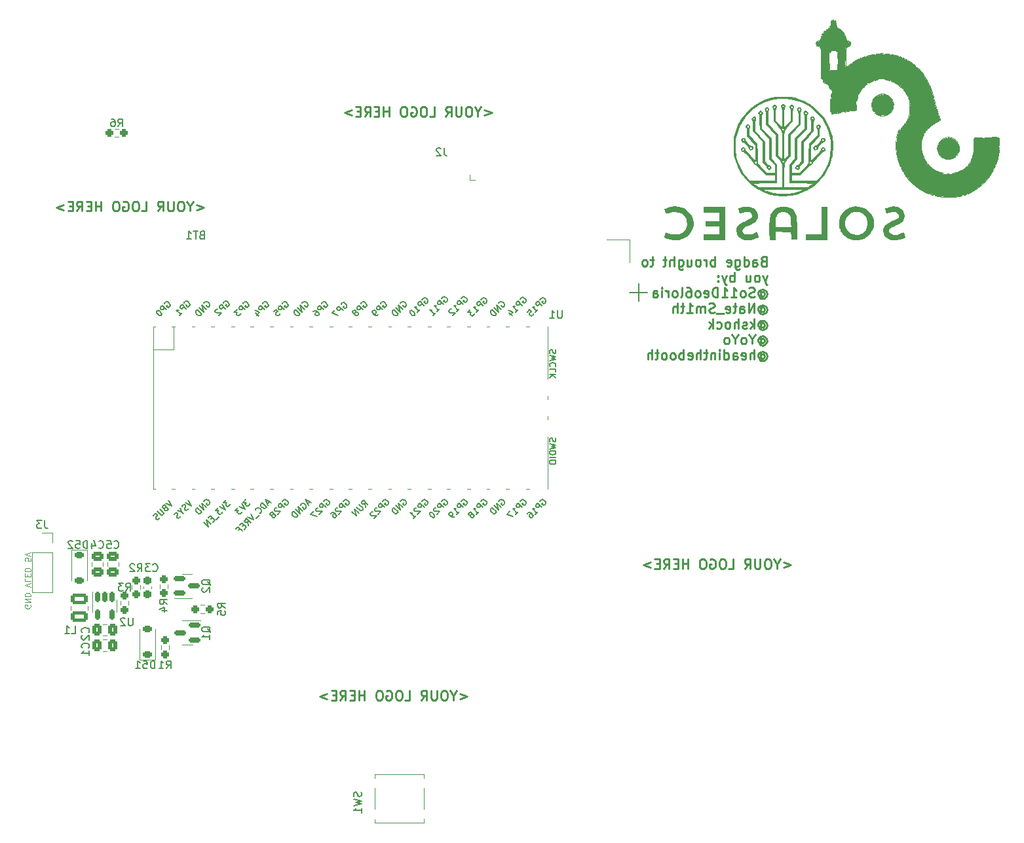
<source format=gbr>
%TF.GenerationSoftware,KiCad,Pcbnew,7.0.9*%
%TF.CreationDate,2024-01-30T18:45:19-06:00*%
%TF.ProjectId,bsidesPR,62736964-6573-4505-922e-6b696361645f,rev?*%
%TF.SameCoordinates,Original*%
%TF.FileFunction,Legend,Bot*%
%TF.FilePolarity,Positive*%
%FSLAX46Y46*%
G04 Gerber Fmt 4.6, Leading zero omitted, Abs format (unit mm)*
G04 Created by KiCad (PCBNEW 7.0.9) date 2024-01-30 18:45:19*
%MOMM*%
%LPD*%
G01*
G04 APERTURE LIST*
G04 Aperture macros list*
%AMRoundRect*
0 Rectangle with rounded corners*
0 $1 Rounding radius*
0 $2 $3 $4 $5 $6 $7 $8 $9 X,Y pos of 4 corners*
0 Add a 4 corners polygon primitive as box body*
4,1,4,$2,$3,$4,$5,$6,$7,$8,$9,$2,$3,0*
0 Add four circle primitives for the rounded corners*
1,1,$1+$1,$2,$3*
1,1,$1+$1,$4,$5*
1,1,$1+$1,$6,$7*
1,1,$1+$1,$8,$9*
0 Add four rect primitives between the rounded corners*
20,1,$1+$1,$2,$3,$4,$5,0*
20,1,$1+$1,$4,$5,$6,$7,0*
20,1,$1+$1,$6,$7,$8,$9,0*
20,1,$1+$1,$8,$9,$2,$3,0*%
G04 Aperture macros list end*
%ADD10C,0.250000*%
%ADD11C,0.000000*%
%ADD12C,0.100000*%
%ADD13C,0.150000*%
%ADD14C,0.120000*%
%ADD15C,3.000000*%
%ADD16R,3.000000X3.000000*%
%ADD17O,1.700000X1.700000*%
%ADD18R,1.700000X1.700000*%
%ADD19R,3.500000X1.700000*%
%ADD20R,1.700000X3.500000*%
%ADD21RoundRect,0.237500X0.250000X0.237500X-0.250000X0.237500X-0.250000X-0.237500X0.250000X-0.237500X0*%
%ADD22R,2.750000X1.000000*%
%ADD23RoundRect,0.237500X-0.237500X0.250000X-0.237500X-0.250000X0.237500X-0.250000X0.237500X0.250000X0*%
%ADD24RoundRect,0.150000X0.587500X0.150000X-0.587500X0.150000X-0.587500X-0.150000X0.587500X-0.150000X0*%
%ADD25RoundRect,0.150000X-0.587500X-0.150000X0.587500X-0.150000X0.587500X0.150000X-0.587500X0.150000X0*%
%ADD26RoundRect,0.225000X-0.375000X0.225000X-0.375000X-0.225000X0.375000X-0.225000X0.375000X0.225000X0*%
%ADD27RoundRect,0.250000X-0.337500X-0.475000X0.337500X-0.475000X0.337500X0.475000X-0.337500X0.475000X0*%
%ADD28RoundRect,0.250000X-0.475000X0.337500X-0.475000X-0.337500X0.475000X-0.337500X0.475000X0.337500X0*%
%ADD29RoundRect,0.250001X0.849999X-0.462499X0.849999X0.462499X-0.849999X0.462499X-0.849999X-0.462499X0*%
%ADD30RoundRect,0.237500X-0.237500X0.300000X-0.237500X-0.300000X0.237500X-0.300000X0.237500X0.300000X0*%
%ADD31RoundRect,0.150000X-0.150000X0.512500X-0.150000X-0.512500X0.150000X-0.512500X0.150000X0.512500X0*%
%ADD32RoundRect,0.225000X0.375000X-0.225000X0.375000X0.225000X-0.375000X0.225000X-0.375000X-0.225000X0*%
%ADD33RoundRect,0.237500X-0.250000X-0.237500X0.250000X-0.237500X0.250000X0.237500X-0.250000X0.237500X0*%
%ADD34C,2.374900*%
%ADD35C,0.990600*%
%ADD36C,0.787400*%
G04 APERTURE END LIST*
D10*
X136930099Y-135495441D02*
X137882479Y-135852584D01*
X137882479Y-135852584D02*
X136930099Y-136209727D01*
X136096765Y-135733536D02*
X136096765Y-136328774D01*
X136513432Y-135078774D02*
X136096765Y-135733536D01*
X136096765Y-135733536D02*
X135680099Y-135078774D01*
X135025336Y-135078774D02*
X134787241Y-135078774D01*
X134787241Y-135078774D02*
X134668193Y-135138298D01*
X134668193Y-135138298D02*
X134549146Y-135257346D01*
X134549146Y-135257346D02*
X134489622Y-135495441D01*
X134489622Y-135495441D02*
X134489622Y-135912108D01*
X134489622Y-135912108D02*
X134549146Y-136150203D01*
X134549146Y-136150203D02*
X134668193Y-136269251D01*
X134668193Y-136269251D02*
X134787241Y-136328774D01*
X134787241Y-136328774D02*
X135025336Y-136328774D01*
X135025336Y-136328774D02*
X135144384Y-136269251D01*
X135144384Y-136269251D02*
X135263431Y-136150203D01*
X135263431Y-136150203D02*
X135322955Y-135912108D01*
X135322955Y-135912108D02*
X135322955Y-135495441D01*
X135322955Y-135495441D02*
X135263431Y-135257346D01*
X135263431Y-135257346D02*
X135144384Y-135138298D01*
X135144384Y-135138298D02*
X135025336Y-135078774D01*
X133953907Y-135078774D02*
X133953907Y-136090679D01*
X133953907Y-136090679D02*
X133894384Y-136209727D01*
X133894384Y-136209727D02*
X133834860Y-136269251D01*
X133834860Y-136269251D02*
X133715812Y-136328774D01*
X133715812Y-136328774D02*
X133477717Y-136328774D01*
X133477717Y-136328774D02*
X133358669Y-136269251D01*
X133358669Y-136269251D02*
X133299146Y-136209727D01*
X133299146Y-136209727D02*
X133239622Y-136090679D01*
X133239622Y-136090679D02*
X133239622Y-135078774D01*
X131930098Y-136328774D02*
X132346764Y-135733536D01*
X132644383Y-136328774D02*
X132644383Y-135078774D01*
X132644383Y-135078774D02*
X132168193Y-135078774D01*
X132168193Y-135078774D02*
X132049145Y-135138298D01*
X132049145Y-135138298D02*
X131989622Y-135197822D01*
X131989622Y-135197822D02*
X131930098Y-135316870D01*
X131930098Y-135316870D02*
X131930098Y-135495441D01*
X131930098Y-135495441D02*
X131989622Y-135614489D01*
X131989622Y-135614489D02*
X132049145Y-135674012D01*
X132049145Y-135674012D02*
X132168193Y-135733536D01*
X132168193Y-135733536D02*
X132644383Y-135733536D01*
X129846764Y-136328774D02*
X130442002Y-136328774D01*
X130442002Y-136328774D02*
X130442002Y-135078774D01*
X129192002Y-135078774D02*
X128953907Y-135078774D01*
X128953907Y-135078774D02*
X128834859Y-135138298D01*
X128834859Y-135138298D02*
X128715812Y-135257346D01*
X128715812Y-135257346D02*
X128656288Y-135495441D01*
X128656288Y-135495441D02*
X128656288Y-135912108D01*
X128656288Y-135912108D02*
X128715812Y-136150203D01*
X128715812Y-136150203D02*
X128834859Y-136269251D01*
X128834859Y-136269251D02*
X128953907Y-136328774D01*
X128953907Y-136328774D02*
X129192002Y-136328774D01*
X129192002Y-136328774D02*
X129311050Y-136269251D01*
X129311050Y-136269251D02*
X129430097Y-136150203D01*
X129430097Y-136150203D02*
X129489621Y-135912108D01*
X129489621Y-135912108D02*
X129489621Y-135495441D01*
X129489621Y-135495441D02*
X129430097Y-135257346D01*
X129430097Y-135257346D02*
X129311050Y-135138298D01*
X129311050Y-135138298D02*
X129192002Y-135078774D01*
X127465812Y-135138298D02*
X127584859Y-135078774D01*
X127584859Y-135078774D02*
X127763431Y-135078774D01*
X127763431Y-135078774D02*
X127942002Y-135138298D01*
X127942002Y-135138298D02*
X128061050Y-135257346D01*
X128061050Y-135257346D02*
X128120573Y-135376393D01*
X128120573Y-135376393D02*
X128180097Y-135614489D01*
X128180097Y-135614489D02*
X128180097Y-135793060D01*
X128180097Y-135793060D02*
X128120573Y-136031155D01*
X128120573Y-136031155D02*
X128061050Y-136150203D01*
X128061050Y-136150203D02*
X127942002Y-136269251D01*
X127942002Y-136269251D02*
X127763431Y-136328774D01*
X127763431Y-136328774D02*
X127644383Y-136328774D01*
X127644383Y-136328774D02*
X127465812Y-136269251D01*
X127465812Y-136269251D02*
X127406288Y-136209727D01*
X127406288Y-136209727D02*
X127406288Y-135793060D01*
X127406288Y-135793060D02*
X127644383Y-135793060D01*
X126632478Y-135078774D02*
X126394383Y-135078774D01*
X126394383Y-135078774D02*
X126275335Y-135138298D01*
X126275335Y-135138298D02*
X126156288Y-135257346D01*
X126156288Y-135257346D02*
X126096764Y-135495441D01*
X126096764Y-135495441D02*
X126096764Y-135912108D01*
X126096764Y-135912108D02*
X126156288Y-136150203D01*
X126156288Y-136150203D02*
X126275335Y-136269251D01*
X126275335Y-136269251D02*
X126394383Y-136328774D01*
X126394383Y-136328774D02*
X126632478Y-136328774D01*
X126632478Y-136328774D02*
X126751526Y-136269251D01*
X126751526Y-136269251D02*
X126870573Y-136150203D01*
X126870573Y-136150203D02*
X126930097Y-135912108D01*
X126930097Y-135912108D02*
X126930097Y-135495441D01*
X126930097Y-135495441D02*
X126870573Y-135257346D01*
X126870573Y-135257346D02*
X126751526Y-135138298D01*
X126751526Y-135138298D02*
X126632478Y-135078774D01*
X124608668Y-136328774D02*
X124608668Y-135078774D01*
X124608668Y-135674012D02*
X123894383Y-135674012D01*
X123894383Y-136328774D02*
X123894383Y-135078774D01*
X123299144Y-135674012D02*
X122882478Y-135674012D01*
X122703906Y-136328774D02*
X123299144Y-136328774D01*
X123299144Y-136328774D02*
X123299144Y-135078774D01*
X123299144Y-135078774D02*
X122703906Y-135078774D01*
X121453907Y-136328774D02*
X121870573Y-135733536D01*
X122168192Y-136328774D02*
X122168192Y-135078774D01*
X122168192Y-135078774D02*
X121692002Y-135078774D01*
X121692002Y-135078774D02*
X121572954Y-135138298D01*
X121572954Y-135138298D02*
X121513431Y-135197822D01*
X121513431Y-135197822D02*
X121453907Y-135316870D01*
X121453907Y-135316870D02*
X121453907Y-135495441D01*
X121453907Y-135495441D02*
X121513431Y-135614489D01*
X121513431Y-135614489D02*
X121572954Y-135674012D01*
X121572954Y-135674012D02*
X121692002Y-135733536D01*
X121692002Y-135733536D02*
X122168192Y-135733536D01*
X120918192Y-135674012D02*
X120501526Y-135674012D01*
X120322954Y-136328774D02*
X120918192Y-136328774D01*
X120918192Y-136328774D02*
X120918192Y-135078774D01*
X120918192Y-135078774D02*
X120322954Y-135078774D01*
X119787240Y-135495441D02*
X118834860Y-135852584D01*
X118834860Y-135852584D02*
X119787240Y-136209727D01*
X178738499Y-118477441D02*
X179690879Y-118834584D01*
X179690879Y-118834584D02*
X178738499Y-119191727D01*
X177905165Y-118715536D02*
X177905165Y-119310774D01*
X178321832Y-118060774D02*
X177905165Y-118715536D01*
X177905165Y-118715536D02*
X177488499Y-118060774D01*
X176833736Y-118060774D02*
X176595641Y-118060774D01*
X176595641Y-118060774D02*
X176476593Y-118120298D01*
X176476593Y-118120298D02*
X176357546Y-118239346D01*
X176357546Y-118239346D02*
X176298022Y-118477441D01*
X176298022Y-118477441D02*
X176298022Y-118894108D01*
X176298022Y-118894108D02*
X176357546Y-119132203D01*
X176357546Y-119132203D02*
X176476593Y-119251251D01*
X176476593Y-119251251D02*
X176595641Y-119310774D01*
X176595641Y-119310774D02*
X176833736Y-119310774D01*
X176833736Y-119310774D02*
X176952784Y-119251251D01*
X176952784Y-119251251D02*
X177071831Y-119132203D01*
X177071831Y-119132203D02*
X177131355Y-118894108D01*
X177131355Y-118894108D02*
X177131355Y-118477441D01*
X177131355Y-118477441D02*
X177071831Y-118239346D01*
X177071831Y-118239346D02*
X176952784Y-118120298D01*
X176952784Y-118120298D02*
X176833736Y-118060774D01*
X175762307Y-118060774D02*
X175762307Y-119072679D01*
X175762307Y-119072679D02*
X175702784Y-119191727D01*
X175702784Y-119191727D02*
X175643260Y-119251251D01*
X175643260Y-119251251D02*
X175524212Y-119310774D01*
X175524212Y-119310774D02*
X175286117Y-119310774D01*
X175286117Y-119310774D02*
X175167069Y-119251251D01*
X175167069Y-119251251D02*
X175107546Y-119191727D01*
X175107546Y-119191727D02*
X175048022Y-119072679D01*
X175048022Y-119072679D02*
X175048022Y-118060774D01*
X173738498Y-119310774D02*
X174155164Y-118715536D01*
X174452783Y-119310774D02*
X174452783Y-118060774D01*
X174452783Y-118060774D02*
X173976593Y-118060774D01*
X173976593Y-118060774D02*
X173857545Y-118120298D01*
X173857545Y-118120298D02*
X173798022Y-118179822D01*
X173798022Y-118179822D02*
X173738498Y-118298870D01*
X173738498Y-118298870D02*
X173738498Y-118477441D01*
X173738498Y-118477441D02*
X173798022Y-118596489D01*
X173798022Y-118596489D02*
X173857545Y-118656012D01*
X173857545Y-118656012D02*
X173976593Y-118715536D01*
X173976593Y-118715536D02*
X174452783Y-118715536D01*
X171655164Y-119310774D02*
X172250402Y-119310774D01*
X172250402Y-119310774D02*
X172250402Y-118060774D01*
X171000402Y-118060774D02*
X170762307Y-118060774D01*
X170762307Y-118060774D02*
X170643259Y-118120298D01*
X170643259Y-118120298D02*
X170524212Y-118239346D01*
X170524212Y-118239346D02*
X170464688Y-118477441D01*
X170464688Y-118477441D02*
X170464688Y-118894108D01*
X170464688Y-118894108D02*
X170524212Y-119132203D01*
X170524212Y-119132203D02*
X170643259Y-119251251D01*
X170643259Y-119251251D02*
X170762307Y-119310774D01*
X170762307Y-119310774D02*
X171000402Y-119310774D01*
X171000402Y-119310774D02*
X171119450Y-119251251D01*
X171119450Y-119251251D02*
X171238497Y-119132203D01*
X171238497Y-119132203D02*
X171298021Y-118894108D01*
X171298021Y-118894108D02*
X171298021Y-118477441D01*
X171298021Y-118477441D02*
X171238497Y-118239346D01*
X171238497Y-118239346D02*
X171119450Y-118120298D01*
X171119450Y-118120298D02*
X171000402Y-118060774D01*
X169274212Y-118120298D02*
X169393259Y-118060774D01*
X169393259Y-118060774D02*
X169571831Y-118060774D01*
X169571831Y-118060774D02*
X169750402Y-118120298D01*
X169750402Y-118120298D02*
X169869450Y-118239346D01*
X169869450Y-118239346D02*
X169928973Y-118358393D01*
X169928973Y-118358393D02*
X169988497Y-118596489D01*
X169988497Y-118596489D02*
X169988497Y-118775060D01*
X169988497Y-118775060D02*
X169928973Y-119013155D01*
X169928973Y-119013155D02*
X169869450Y-119132203D01*
X169869450Y-119132203D02*
X169750402Y-119251251D01*
X169750402Y-119251251D02*
X169571831Y-119310774D01*
X169571831Y-119310774D02*
X169452783Y-119310774D01*
X169452783Y-119310774D02*
X169274212Y-119251251D01*
X169274212Y-119251251D02*
X169214688Y-119191727D01*
X169214688Y-119191727D02*
X169214688Y-118775060D01*
X169214688Y-118775060D02*
X169452783Y-118775060D01*
X168440878Y-118060774D02*
X168202783Y-118060774D01*
X168202783Y-118060774D02*
X168083735Y-118120298D01*
X168083735Y-118120298D02*
X167964688Y-118239346D01*
X167964688Y-118239346D02*
X167905164Y-118477441D01*
X167905164Y-118477441D02*
X167905164Y-118894108D01*
X167905164Y-118894108D02*
X167964688Y-119132203D01*
X167964688Y-119132203D02*
X168083735Y-119251251D01*
X168083735Y-119251251D02*
X168202783Y-119310774D01*
X168202783Y-119310774D02*
X168440878Y-119310774D01*
X168440878Y-119310774D02*
X168559926Y-119251251D01*
X168559926Y-119251251D02*
X168678973Y-119132203D01*
X168678973Y-119132203D02*
X168738497Y-118894108D01*
X168738497Y-118894108D02*
X168738497Y-118477441D01*
X168738497Y-118477441D02*
X168678973Y-118239346D01*
X168678973Y-118239346D02*
X168559926Y-118120298D01*
X168559926Y-118120298D02*
X168440878Y-118060774D01*
X166417068Y-119310774D02*
X166417068Y-118060774D01*
X166417068Y-118656012D02*
X165702783Y-118656012D01*
X165702783Y-119310774D02*
X165702783Y-118060774D01*
X165107544Y-118656012D02*
X164690878Y-118656012D01*
X164512306Y-119310774D02*
X165107544Y-119310774D01*
X165107544Y-119310774D02*
X165107544Y-118060774D01*
X165107544Y-118060774D02*
X164512306Y-118060774D01*
X163262307Y-119310774D02*
X163678973Y-118715536D01*
X163976592Y-119310774D02*
X163976592Y-118060774D01*
X163976592Y-118060774D02*
X163500402Y-118060774D01*
X163500402Y-118060774D02*
X163381354Y-118120298D01*
X163381354Y-118120298D02*
X163321831Y-118179822D01*
X163321831Y-118179822D02*
X163262307Y-118298870D01*
X163262307Y-118298870D02*
X163262307Y-118477441D01*
X163262307Y-118477441D02*
X163321831Y-118596489D01*
X163321831Y-118596489D02*
X163381354Y-118656012D01*
X163381354Y-118656012D02*
X163500402Y-118715536D01*
X163500402Y-118715536D02*
X163976592Y-118715536D01*
X162726592Y-118656012D02*
X162309926Y-118656012D01*
X162131354Y-119310774D02*
X162726592Y-119310774D01*
X162726592Y-119310774D02*
X162726592Y-118060774D01*
X162726592Y-118060774D02*
X162131354Y-118060774D01*
X161595640Y-118477441D02*
X160643260Y-118834584D01*
X160643260Y-118834584D02*
X161595640Y-119191727D01*
X140105099Y-59981241D02*
X141057479Y-60338384D01*
X141057479Y-60338384D02*
X140105099Y-60695527D01*
X139271765Y-60219336D02*
X139271765Y-60814574D01*
X139688432Y-59564574D02*
X139271765Y-60219336D01*
X139271765Y-60219336D02*
X138855099Y-59564574D01*
X138200336Y-59564574D02*
X137962241Y-59564574D01*
X137962241Y-59564574D02*
X137843193Y-59624098D01*
X137843193Y-59624098D02*
X137724146Y-59743146D01*
X137724146Y-59743146D02*
X137664622Y-59981241D01*
X137664622Y-59981241D02*
X137664622Y-60397908D01*
X137664622Y-60397908D02*
X137724146Y-60636003D01*
X137724146Y-60636003D02*
X137843193Y-60755051D01*
X137843193Y-60755051D02*
X137962241Y-60814574D01*
X137962241Y-60814574D02*
X138200336Y-60814574D01*
X138200336Y-60814574D02*
X138319384Y-60755051D01*
X138319384Y-60755051D02*
X138438431Y-60636003D01*
X138438431Y-60636003D02*
X138497955Y-60397908D01*
X138497955Y-60397908D02*
X138497955Y-59981241D01*
X138497955Y-59981241D02*
X138438431Y-59743146D01*
X138438431Y-59743146D02*
X138319384Y-59624098D01*
X138319384Y-59624098D02*
X138200336Y-59564574D01*
X137128907Y-59564574D02*
X137128907Y-60576479D01*
X137128907Y-60576479D02*
X137069384Y-60695527D01*
X137069384Y-60695527D02*
X137009860Y-60755051D01*
X137009860Y-60755051D02*
X136890812Y-60814574D01*
X136890812Y-60814574D02*
X136652717Y-60814574D01*
X136652717Y-60814574D02*
X136533669Y-60755051D01*
X136533669Y-60755051D02*
X136474146Y-60695527D01*
X136474146Y-60695527D02*
X136414622Y-60576479D01*
X136414622Y-60576479D02*
X136414622Y-59564574D01*
X135105098Y-60814574D02*
X135521764Y-60219336D01*
X135819383Y-60814574D02*
X135819383Y-59564574D01*
X135819383Y-59564574D02*
X135343193Y-59564574D01*
X135343193Y-59564574D02*
X135224145Y-59624098D01*
X135224145Y-59624098D02*
X135164622Y-59683622D01*
X135164622Y-59683622D02*
X135105098Y-59802670D01*
X135105098Y-59802670D02*
X135105098Y-59981241D01*
X135105098Y-59981241D02*
X135164622Y-60100289D01*
X135164622Y-60100289D02*
X135224145Y-60159812D01*
X135224145Y-60159812D02*
X135343193Y-60219336D01*
X135343193Y-60219336D02*
X135819383Y-60219336D01*
X133021764Y-60814574D02*
X133617002Y-60814574D01*
X133617002Y-60814574D02*
X133617002Y-59564574D01*
X132367002Y-59564574D02*
X132128907Y-59564574D01*
X132128907Y-59564574D02*
X132009859Y-59624098D01*
X132009859Y-59624098D02*
X131890812Y-59743146D01*
X131890812Y-59743146D02*
X131831288Y-59981241D01*
X131831288Y-59981241D02*
X131831288Y-60397908D01*
X131831288Y-60397908D02*
X131890812Y-60636003D01*
X131890812Y-60636003D02*
X132009859Y-60755051D01*
X132009859Y-60755051D02*
X132128907Y-60814574D01*
X132128907Y-60814574D02*
X132367002Y-60814574D01*
X132367002Y-60814574D02*
X132486050Y-60755051D01*
X132486050Y-60755051D02*
X132605097Y-60636003D01*
X132605097Y-60636003D02*
X132664621Y-60397908D01*
X132664621Y-60397908D02*
X132664621Y-59981241D01*
X132664621Y-59981241D02*
X132605097Y-59743146D01*
X132605097Y-59743146D02*
X132486050Y-59624098D01*
X132486050Y-59624098D02*
X132367002Y-59564574D01*
X130640812Y-59624098D02*
X130759859Y-59564574D01*
X130759859Y-59564574D02*
X130938431Y-59564574D01*
X130938431Y-59564574D02*
X131117002Y-59624098D01*
X131117002Y-59624098D02*
X131236050Y-59743146D01*
X131236050Y-59743146D02*
X131295573Y-59862193D01*
X131295573Y-59862193D02*
X131355097Y-60100289D01*
X131355097Y-60100289D02*
X131355097Y-60278860D01*
X131355097Y-60278860D02*
X131295573Y-60516955D01*
X131295573Y-60516955D02*
X131236050Y-60636003D01*
X131236050Y-60636003D02*
X131117002Y-60755051D01*
X131117002Y-60755051D02*
X130938431Y-60814574D01*
X130938431Y-60814574D02*
X130819383Y-60814574D01*
X130819383Y-60814574D02*
X130640812Y-60755051D01*
X130640812Y-60755051D02*
X130581288Y-60695527D01*
X130581288Y-60695527D02*
X130581288Y-60278860D01*
X130581288Y-60278860D02*
X130819383Y-60278860D01*
X129807478Y-59564574D02*
X129569383Y-59564574D01*
X129569383Y-59564574D02*
X129450335Y-59624098D01*
X129450335Y-59624098D02*
X129331288Y-59743146D01*
X129331288Y-59743146D02*
X129271764Y-59981241D01*
X129271764Y-59981241D02*
X129271764Y-60397908D01*
X129271764Y-60397908D02*
X129331288Y-60636003D01*
X129331288Y-60636003D02*
X129450335Y-60755051D01*
X129450335Y-60755051D02*
X129569383Y-60814574D01*
X129569383Y-60814574D02*
X129807478Y-60814574D01*
X129807478Y-60814574D02*
X129926526Y-60755051D01*
X129926526Y-60755051D02*
X130045573Y-60636003D01*
X130045573Y-60636003D02*
X130105097Y-60397908D01*
X130105097Y-60397908D02*
X130105097Y-59981241D01*
X130105097Y-59981241D02*
X130045573Y-59743146D01*
X130045573Y-59743146D02*
X129926526Y-59624098D01*
X129926526Y-59624098D02*
X129807478Y-59564574D01*
X127783668Y-60814574D02*
X127783668Y-59564574D01*
X127783668Y-60159812D02*
X127069383Y-60159812D01*
X127069383Y-60814574D02*
X127069383Y-59564574D01*
X126474144Y-60159812D02*
X126057478Y-60159812D01*
X125878906Y-60814574D02*
X126474144Y-60814574D01*
X126474144Y-60814574D02*
X126474144Y-59564574D01*
X126474144Y-59564574D02*
X125878906Y-59564574D01*
X124628907Y-60814574D02*
X125045573Y-60219336D01*
X125343192Y-60814574D02*
X125343192Y-59564574D01*
X125343192Y-59564574D02*
X124867002Y-59564574D01*
X124867002Y-59564574D02*
X124747954Y-59624098D01*
X124747954Y-59624098D02*
X124688431Y-59683622D01*
X124688431Y-59683622D02*
X124628907Y-59802670D01*
X124628907Y-59802670D02*
X124628907Y-59981241D01*
X124628907Y-59981241D02*
X124688431Y-60100289D01*
X124688431Y-60100289D02*
X124747954Y-60159812D01*
X124747954Y-60159812D02*
X124867002Y-60219336D01*
X124867002Y-60219336D02*
X125343192Y-60219336D01*
X124093192Y-60159812D02*
X123676526Y-60159812D01*
X123497954Y-60814574D02*
X124093192Y-60814574D01*
X124093192Y-60814574D02*
X124093192Y-59564574D01*
X124093192Y-59564574D02*
X123497954Y-59564574D01*
X122962240Y-59981241D02*
X122009860Y-60338384D01*
X122009860Y-60338384D02*
X122962240Y-60695527D01*
X102894099Y-72224041D02*
X103846479Y-72581184D01*
X103846479Y-72581184D02*
X102894099Y-72938327D01*
X102060765Y-72462136D02*
X102060765Y-73057374D01*
X102477432Y-71807374D02*
X102060765Y-72462136D01*
X102060765Y-72462136D02*
X101644099Y-71807374D01*
X100989336Y-71807374D02*
X100751241Y-71807374D01*
X100751241Y-71807374D02*
X100632193Y-71866898D01*
X100632193Y-71866898D02*
X100513146Y-71985946D01*
X100513146Y-71985946D02*
X100453622Y-72224041D01*
X100453622Y-72224041D02*
X100453622Y-72640708D01*
X100453622Y-72640708D02*
X100513146Y-72878803D01*
X100513146Y-72878803D02*
X100632193Y-72997851D01*
X100632193Y-72997851D02*
X100751241Y-73057374D01*
X100751241Y-73057374D02*
X100989336Y-73057374D01*
X100989336Y-73057374D02*
X101108384Y-72997851D01*
X101108384Y-72997851D02*
X101227431Y-72878803D01*
X101227431Y-72878803D02*
X101286955Y-72640708D01*
X101286955Y-72640708D02*
X101286955Y-72224041D01*
X101286955Y-72224041D02*
X101227431Y-71985946D01*
X101227431Y-71985946D02*
X101108384Y-71866898D01*
X101108384Y-71866898D02*
X100989336Y-71807374D01*
X99917907Y-71807374D02*
X99917907Y-72819279D01*
X99917907Y-72819279D02*
X99858384Y-72938327D01*
X99858384Y-72938327D02*
X99798860Y-72997851D01*
X99798860Y-72997851D02*
X99679812Y-73057374D01*
X99679812Y-73057374D02*
X99441717Y-73057374D01*
X99441717Y-73057374D02*
X99322669Y-72997851D01*
X99322669Y-72997851D02*
X99263146Y-72938327D01*
X99263146Y-72938327D02*
X99203622Y-72819279D01*
X99203622Y-72819279D02*
X99203622Y-71807374D01*
X97894098Y-73057374D02*
X98310764Y-72462136D01*
X98608383Y-73057374D02*
X98608383Y-71807374D01*
X98608383Y-71807374D02*
X98132193Y-71807374D01*
X98132193Y-71807374D02*
X98013145Y-71866898D01*
X98013145Y-71866898D02*
X97953622Y-71926422D01*
X97953622Y-71926422D02*
X97894098Y-72045470D01*
X97894098Y-72045470D02*
X97894098Y-72224041D01*
X97894098Y-72224041D02*
X97953622Y-72343089D01*
X97953622Y-72343089D02*
X98013145Y-72402612D01*
X98013145Y-72402612D02*
X98132193Y-72462136D01*
X98132193Y-72462136D02*
X98608383Y-72462136D01*
X95810764Y-73057374D02*
X96406002Y-73057374D01*
X96406002Y-73057374D02*
X96406002Y-71807374D01*
X95156002Y-71807374D02*
X94917907Y-71807374D01*
X94917907Y-71807374D02*
X94798859Y-71866898D01*
X94798859Y-71866898D02*
X94679812Y-71985946D01*
X94679812Y-71985946D02*
X94620288Y-72224041D01*
X94620288Y-72224041D02*
X94620288Y-72640708D01*
X94620288Y-72640708D02*
X94679812Y-72878803D01*
X94679812Y-72878803D02*
X94798859Y-72997851D01*
X94798859Y-72997851D02*
X94917907Y-73057374D01*
X94917907Y-73057374D02*
X95156002Y-73057374D01*
X95156002Y-73057374D02*
X95275050Y-72997851D01*
X95275050Y-72997851D02*
X95394097Y-72878803D01*
X95394097Y-72878803D02*
X95453621Y-72640708D01*
X95453621Y-72640708D02*
X95453621Y-72224041D01*
X95453621Y-72224041D02*
X95394097Y-71985946D01*
X95394097Y-71985946D02*
X95275050Y-71866898D01*
X95275050Y-71866898D02*
X95156002Y-71807374D01*
X93429812Y-71866898D02*
X93548859Y-71807374D01*
X93548859Y-71807374D02*
X93727431Y-71807374D01*
X93727431Y-71807374D02*
X93906002Y-71866898D01*
X93906002Y-71866898D02*
X94025050Y-71985946D01*
X94025050Y-71985946D02*
X94084573Y-72104993D01*
X94084573Y-72104993D02*
X94144097Y-72343089D01*
X94144097Y-72343089D02*
X94144097Y-72521660D01*
X94144097Y-72521660D02*
X94084573Y-72759755D01*
X94084573Y-72759755D02*
X94025050Y-72878803D01*
X94025050Y-72878803D02*
X93906002Y-72997851D01*
X93906002Y-72997851D02*
X93727431Y-73057374D01*
X93727431Y-73057374D02*
X93608383Y-73057374D01*
X93608383Y-73057374D02*
X93429812Y-72997851D01*
X93429812Y-72997851D02*
X93370288Y-72938327D01*
X93370288Y-72938327D02*
X93370288Y-72521660D01*
X93370288Y-72521660D02*
X93608383Y-72521660D01*
X92596478Y-71807374D02*
X92358383Y-71807374D01*
X92358383Y-71807374D02*
X92239335Y-71866898D01*
X92239335Y-71866898D02*
X92120288Y-71985946D01*
X92120288Y-71985946D02*
X92060764Y-72224041D01*
X92060764Y-72224041D02*
X92060764Y-72640708D01*
X92060764Y-72640708D02*
X92120288Y-72878803D01*
X92120288Y-72878803D02*
X92239335Y-72997851D01*
X92239335Y-72997851D02*
X92358383Y-73057374D01*
X92358383Y-73057374D02*
X92596478Y-73057374D01*
X92596478Y-73057374D02*
X92715526Y-72997851D01*
X92715526Y-72997851D02*
X92834573Y-72878803D01*
X92834573Y-72878803D02*
X92894097Y-72640708D01*
X92894097Y-72640708D02*
X92894097Y-72224041D01*
X92894097Y-72224041D02*
X92834573Y-71985946D01*
X92834573Y-71985946D02*
X92715526Y-71866898D01*
X92715526Y-71866898D02*
X92596478Y-71807374D01*
X90572668Y-73057374D02*
X90572668Y-71807374D01*
X90572668Y-72402612D02*
X89858383Y-72402612D01*
X89858383Y-73057374D02*
X89858383Y-71807374D01*
X89263144Y-72402612D02*
X88846478Y-72402612D01*
X88667906Y-73057374D02*
X89263144Y-73057374D01*
X89263144Y-73057374D02*
X89263144Y-71807374D01*
X89263144Y-71807374D02*
X88667906Y-71807374D01*
X87417907Y-73057374D02*
X87834573Y-72462136D01*
X88132192Y-73057374D02*
X88132192Y-71807374D01*
X88132192Y-71807374D02*
X87656002Y-71807374D01*
X87656002Y-71807374D02*
X87536954Y-71866898D01*
X87536954Y-71866898D02*
X87477431Y-71926422D01*
X87477431Y-71926422D02*
X87417907Y-72045470D01*
X87417907Y-72045470D02*
X87417907Y-72224041D01*
X87417907Y-72224041D02*
X87477431Y-72343089D01*
X87477431Y-72343089D02*
X87536954Y-72402612D01*
X87536954Y-72402612D02*
X87656002Y-72462136D01*
X87656002Y-72462136D02*
X88132192Y-72462136D01*
X86882192Y-72402612D02*
X86465526Y-72402612D01*
X86286954Y-73057374D02*
X86882192Y-73057374D01*
X86882192Y-73057374D02*
X86882192Y-71807374D01*
X86882192Y-71807374D02*
X86286954Y-71807374D01*
X85751240Y-72224041D02*
X84798860Y-72581184D01*
X84798860Y-72581184D02*
X85751240Y-72938327D01*
D11*
G36*
X185370393Y-48399658D02*
G01*
X185371724Y-48399881D01*
X185373164Y-48400248D01*
X185374709Y-48400756D01*
X185378093Y-48402177D01*
X185381837Y-48404117D01*
X185385906Y-48406544D01*
X185390261Y-48409430D01*
X185394867Y-48412744D01*
X185399684Y-48416458D01*
X185404677Y-48420542D01*
X185409807Y-48424966D01*
X185415039Y-48429700D01*
X185420334Y-48434716D01*
X185425655Y-48439983D01*
X185430966Y-48445472D01*
X185436229Y-48451153D01*
X185441406Y-48456997D01*
X185464638Y-48484313D01*
X185491090Y-48516272D01*
X185517503Y-48548889D01*
X185540624Y-48578176D01*
X185590036Y-48642007D01*
X185527727Y-48578176D01*
X185498888Y-48548889D01*
X185466334Y-48516272D01*
X185434067Y-48484313D01*
X185406084Y-48456997D01*
X185400149Y-48451153D01*
X185394609Y-48445472D01*
X185389484Y-48439983D01*
X185384793Y-48434716D01*
X185380553Y-48429700D01*
X185376785Y-48424966D01*
X185373507Y-48420542D01*
X185370738Y-48416458D01*
X185368496Y-48412744D01*
X185366802Y-48409430D01*
X185365673Y-48406544D01*
X185365326Y-48405271D01*
X185365129Y-48404117D01*
X185365081Y-48403084D01*
X185365188Y-48402177D01*
X185365449Y-48401400D01*
X185365869Y-48400756D01*
X185366449Y-48400248D01*
X185367192Y-48399881D01*
X185368100Y-48399658D01*
X185369175Y-48399583D01*
X185370393Y-48399658D01*
G37*
G36*
X185579286Y-48757015D02*
G01*
X185579138Y-48757566D01*
X185577962Y-48759566D01*
X185575628Y-48762769D01*
X185572155Y-48767181D01*
X185561864Y-48779659D01*
X185547239Y-48797053D01*
X185536467Y-48810496D01*
X185531677Y-48817033D01*
X185527287Y-48823480D01*
X185523301Y-48829863D01*
X185519722Y-48836209D01*
X185516552Y-48842542D01*
X185513795Y-48848888D01*
X185511454Y-48855273D01*
X185509532Y-48861722D01*
X185508031Y-48868262D01*
X185506955Y-48874917D01*
X185506306Y-48881714D01*
X185506088Y-48888677D01*
X185506303Y-48895834D01*
X185506955Y-48903209D01*
X185508047Y-48910828D01*
X185509581Y-48918716D01*
X185511560Y-48926900D01*
X185513988Y-48935404D01*
X185516868Y-48944256D01*
X185520201Y-48953479D01*
X185523993Y-48963100D01*
X185528244Y-48973145D01*
X185538140Y-48994607D01*
X185549913Y-49018070D01*
X185563588Y-49043741D01*
X185579187Y-49071823D01*
X185597737Y-49105164D01*
X185613590Y-49134603D01*
X185626773Y-49160079D01*
X185637310Y-49181532D01*
X185645225Y-49198900D01*
X185650544Y-49212124D01*
X185653292Y-49221141D01*
X185653710Y-49224054D01*
X185653494Y-49225893D01*
X185652647Y-49226650D01*
X185651173Y-49226318D01*
X185649075Y-49224889D01*
X185646357Y-49222355D01*
X185639068Y-49213944D01*
X185629333Y-49201024D01*
X185617175Y-49183535D01*
X185602621Y-49161416D01*
X185585695Y-49134605D01*
X185566421Y-49103044D01*
X185548055Y-49071835D01*
X185531941Y-49042876D01*
X185518064Y-49016023D01*
X185506410Y-48991130D01*
X185496963Y-48968053D01*
X185489709Y-48946647D01*
X185484633Y-48926768D01*
X185481721Y-48908269D01*
X185481071Y-48899492D01*
X185480957Y-48891007D01*
X185481377Y-48882794D01*
X185482328Y-48874836D01*
X185483809Y-48867115D01*
X185485818Y-48859612D01*
X185488353Y-48852310D01*
X185491412Y-48845190D01*
X185494994Y-48838234D01*
X185499096Y-48831424D01*
X185508855Y-48818171D01*
X185520675Y-48805285D01*
X185534540Y-48792621D01*
X185553381Y-48776699D01*
X185566996Y-48765381D01*
X185571889Y-48761464D01*
X185575531Y-48758718D01*
X185577941Y-48757148D01*
X185578690Y-48756807D01*
X185579137Y-48756762D01*
X185579286Y-48757015D01*
G37*
G36*
X185238603Y-48376895D02*
G01*
X185247938Y-48377332D01*
X185255740Y-48377879D01*
X185261998Y-48378545D01*
X185266697Y-48379338D01*
X185268457Y-48379784D01*
X185269822Y-48380266D01*
X185270791Y-48380783D01*
X185271362Y-48381336D01*
X185271532Y-48381928D01*
X185271300Y-48382558D01*
X185270666Y-48383228D01*
X185269625Y-48383939D01*
X185268178Y-48384692D01*
X185266322Y-48385488D01*
X185261378Y-48387212D01*
X185254778Y-48389120D01*
X185246509Y-48391219D01*
X185236557Y-48393519D01*
X185224908Y-48396027D01*
X185211549Y-48398751D01*
X185196466Y-48401699D01*
X185177102Y-48405928D01*
X185158289Y-48411039D01*
X185140047Y-48416996D01*
X185122400Y-48423765D01*
X185105367Y-48431310D01*
X185088969Y-48439597D01*
X185073229Y-48448590D01*
X185058167Y-48458254D01*
X185043804Y-48468555D01*
X185030161Y-48479457D01*
X185017261Y-48490926D01*
X185005123Y-48502926D01*
X184993770Y-48515422D01*
X184983222Y-48528379D01*
X184973500Y-48541763D01*
X184964626Y-48555538D01*
X184956621Y-48569669D01*
X184949507Y-48584121D01*
X184943303Y-48598860D01*
X184938032Y-48613849D01*
X184933715Y-48629055D01*
X184930372Y-48644441D01*
X184928026Y-48659974D01*
X184926697Y-48675618D01*
X184926407Y-48691337D01*
X184927176Y-48707098D01*
X184929026Y-48722864D01*
X184931979Y-48738601D01*
X184936054Y-48754274D01*
X184941274Y-48769848D01*
X184947660Y-48785288D01*
X184955232Y-48800559D01*
X185002199Y-48887739D01*
X184888822Y-49102977D01*
X184868316Y-49140853D01*
X184847017Y-49178181D01*
X184825131Y-49214698D01*
X184802863Y-49250145D01*
X184780416Y-49284258D01*
X184757996Y-49316777D01*
X184735808Y-49347440D01*
X184714057Y-49375986D01*
X184692946Y-49402153D01*
X184672681Y-49425679D01*
X184653467Y-49446304D01*
X184635507Y-49463765D01*
X184619008Y-49477801D01*
X184604174Y-49488150D01*
X184591209Y-49494552D01*
X184585491Y-49496190D01*
X184580318Y-49496744D01*
X184579220Y-49496647D01*
X184578353Y-49496361D01*
X184578005Y-49496149D01*
X184577714Y-49495891D01*
X184577478Y-49495588D01*
X184577298Y-49495240D01*
X184577102Y-49494415D01*
X184577121Y-49493418D01*
X184577353Y-49492256D01*
X184577792Y-49490932D01*
X184578436Y-49489452D01*
X184579280Y-49487820D01*
X184580320Y-49486041D01*
X184581553Y-49484120D01*
X184582975Y-49482061D01*
X184584581Y-49479869D01*
X184588332Y-49475106D01*
X184592775Y-49469867D01*
X184597879Y-49464191D01*
X184603613Y-49458115D01*
X184609946Y-49451677D01*
X184616846Y-49444914D01*
X184624283Y-49437865D01*
X184632226Y-49430567D01*
X184640644Y-49423057D01*
X184665772Y-49398721D01*
X184691652Y-49369478D01*
X184717919Y-49336054D01*
X184744208Y-49299174D01*
X184770154Y-49259563D01*
X184795393Y-49217944D01*
X184819560Y-49175044D01*
X184842290Y-49131586D01*
X184863218Y-49088295D01*
X184881981Y-49045897D01*
X184898213Y-49005115D01*
X184911549Y-48966676D01*
X184921625Y-48931303D01*
X184928076Y-48899721D01*
X184930537Y-48872655D01*
X184930157Y-48861042D01*
X184928644Y-48850830D01*
X184923355Y-48824605D01*
X184919188Y-48798882D01*
X184916125Y-48773683D01*
X184914152Y-48749031D01*
X184913253Y-48724951D01*
X184913412Y-48701466D01*
X184914616Y-48678600D01*
X184916847Y-48656375D01*
X184920090Y-48634816D01*
X184924330Y-48613947D01*
X184929552Y-48593790D01*
X184935740Y-48574370D01*
X184942879Y-48555709D01*
X184950953Y-48537832D01*
X184959947Y-48520762D01*
X184969845Y-48504523D01*
X184980632Y-48489138D01*
X184992292Y-48474631D01*
X185004811Y-48461025D01*
X185018172Y-48448344D01*
X185032360Y-48436611D01*
X185047360Y-48425851D01*
X185063156Y-48416086D01*
X185079733Y-48407340D01*
X185097075Y-48399638D01*
X185115167Y-48393001D01*
X185133994Y-48387454D01*
X185153539Y-48383021D01*
X185173789Y-48379725D01*
X185194726Y-48377590D01*
X185216336Y-48376638D01*
X185238603Y-48376895D01*
G37*
G36*
X184423958Y-49523077D02*
G01*
X184424813Y-49523223D01*
X184425526Y-49523440D01*
X184425829Y-49523574D01*
X184426097Y-49523724D01*
X184426331Y-49523892D01*
X184426530Y-49524076D01*
X184426695Y-49524276D01*
X184426826Y-49524492D01*
X184426924Y-49524723D01*
X184426987Y-49524970D01*
X184427018Y-49525233D01*
X184427015Y-49525510D01*
X184426980Y-49525802D01*
X184426912Y-49526108D01*
X184426680Y-49526764D01*
X184426320Y-49527475D01*
X184425834Y-49528239D01*
X184425226Y-49529055D01*
X184424495Y-49529920D01*
X184423645Y-49530834D01*
X184422677Y-49531793D01*
X184421593Y-49532796D01*
X184420395Y-49533841D01*
X184419085Y-49534926D01*
X184417665Y-49536050D01*
X184416137Y-49537210D01*
X184414502Y-49538405D01*
X184412763Y-49539632D01*
X184410922Y-49540891D01*
X184408979Y-49542178D01*
X184406939Y-49543493D01*
X184404801Y-49544832D01*
X184402569Y-49546195D01*
X184400243Y-49547580D01*
X184397827Y-49548984D01*
X184395321Y-49550405D01*
X184392728Y-49551843D01*
X184387293Y-49554978D01*
X184381538Y-49558577D01*
X184375512Y-49562597D01*
X184369266Y-49566996D01*
X184362849Y-49571731D01*
X184356313Y-49576761D01*
X184349706Y-49582044D01*
X184343080Y-49587537D01*
X184336484Y-49593198D01*
X184329968Y-49598986D01*
X184323582Y-49604857D01*
X184317377Y-49610770D01*
X184311403Y-49616682D01*
X184305709Y-49622552D01*
X184300346Y-49628338D01*
X184295364Y-49633996D01*
X184248996Y-49688037D01*
X184276775Y-49631218D01*
X184279402Y-49626137D01*
X184282300Y-49621057D01*
X184288849Y-49610947D01*
X184296306Y-49600973D01*
X184304556Y-49591223D01*
X184313481Y-49581781D01*
X184322965Y-49572736D01*
X184332891Y-49564172D01*
X184343145Y-49556176D01*
X184353608Y-49548834D01*
X184364165Y-49542233D01*
X184374699Y-49536458D01*
X184385094Y-49531596D01*
X184395234Y-49527734D01*
X184400172Y-49526204D01*
X184405002Y-49524957D01*
X184409711Y-49524002D01*
X184414282Y-49523351D01*
X184418703Y-49523015D01*
X184422958Y-49523003D01*
X184423958Y-49523077D01*
G37*
G36*
X185663811Y-49279730D02*
G01*
X185665364Y-49280230D01*
X185667095Y-49280978D01*
X185668996Y-49281967D01*
X185671062Y-49283192D01*
X185675664Y-49286327D01*
X185680852Y-49290337D01*
X185686578Y-49295178D01*
X185692793Y-49300803D01*
X185699448Y-49307168D01*
X185706495Y-49314227D01*
X185713885Y-49321935D01*
X185721569Y-49330246D01*
X185729498Y-49339116D01*
X185737625Y-49348498D01*
X185745901Y-49358347D01*
X185754276Y-49368619D01*
X185765144Y-49381758D01*
X185776044Y-49394153D01*
X185787015Y-49405833D01*
X185798096Y-49416823D01*
X185809326Y-49427149D01*
X185820742Y-49436838D01*
X185832385Y-49445917D01*
X185844291Y-49454410D01*
X185856501Y-49462346D01*
X185869053Y-49469750D01*
X185881985Y-49476649D01*
X185895336Y-49483068D01*
X185909145Y-49489035D01*
X185923450Y-49494575D01*
X185938290Y-49499716D01*
X185953705Y-49504483D01*
X185966110Y-49508328D01*
X185978976Y-49512759D01*
X185992200Y-49517724D01*
X186005681Y-49523169D01*
X186019318Y-49529042D01*
X186033009Y-49535290D01*
X186046654Y-49541861D01*
X186060150Y-49548701D01*
X186073397Y-49555759D01*
X186086293Y-49562980D01*
X186098736Y-49570314D01*
X186110626Y-49577706D01*
X186121861Y-49585105D01*
X186132339Y-49592457D01*
X186141960Y-49599710D01*
X186150621Y-49606810D01*
X186228995Y-49673932D01*
X186306329Y-49739763D01*
X186382858Y-49804719D01*
X186283905Y-49740226D01*
X186262816Y-49726069D01*
X186240858Y-49710573D01*
X186218673Y-49694242D01*
X186196906Y-49677578D01*
X186176199Y-49661085D01*
X186157196Y-49645265D01*
X186140540Y-49630622D01*
X186126875Y-49617658D01*
X186120394Y-49611598D01*
X186112966Y-49605403D01*
X186104677Y-49599118D01*
X186095614Y-49592789D01*
X186085863Y-49586461D01*
X186075510Y-49580179D01*
X186064642Y-49573988D01*
X186053346Y-49567933D01*
X186041708Y-49562060D01*
X186029815Y-49556413D01*
X186017753Y-49551037D01*
X186005608Y-49545979D01*
X185993468Y-49541282D01*
X185981419Y-49536993D01*
X185969547Y-49533156D01*
X185957939Y-49529816D01*
X185936965Y-49522715D01*
X185913706Y-49512313D01*
X185888717Y-49499075D01*
X185862555Y-49483465D01*
X185835775Y-49465948D01*
X185808934Y-49446989D01*
X185782588Y-49427053D01*
X185757293Y-49406603D01*
X185733605Y-49386106D01*
X185712079Y-49366026D01*
X185693273Y-49346826D01*
X185677742Y-49328973D01*
X185666041Y-49312931D01*
X185661802Y-49305734D01*
X185658728Y-49299164D01*
X185656891Y-49293278D01*
X185656359Y-49288137D01*
X185657201Y-49283796D01*
X185659488Y-49280315D01*
X185660273Y-49279769D01*
X185661259Y-49279494D01*
X185662441Y-49279483D01*
X185663811Y-49279730D01*
G37*
G36*
X184201748Y-49687772D02*
G01*
X184202061Y-49688005D01*
X184202286Y-49688324D01*
X184202478Y-49689217D01*
X184202330Y-49690441D01*
X184201848Y-49691990D01*
X184201039Y-49693855D01*
X184199910Y-49696028D01*
X184198466Y-49698502D01*
X184194660Y-49704317D01*
X184189671Y-49711238D01*
X184183551Y-49719200D01*
X184176349Y-49728140D01*
X184168117Y-49737993D01*
X184158904Y-49748696D01*
X184148761Y-49760185D01*
X184137739Y-49772396D01*
X184125888Y-49785265D01*
X184113258Y-49798728D01*
X184099901Y-49812722D01*
X184072059Y-49842058D01*
X184043916Y-49872520D01*
X184016243Y-49903221D01*
X183989810Y-49933273D01*
X183965390Y-49961787D01*
X183943754Y-49987874D01*
X183925672Y-50010647D01*
X183911916Y-50029218D01*
X183906137Y-50037277D01*
X183900164Y-50045252D01*
X183894046Y-50053095D01*
X183887826Y-50060759D01*
X183881553Y-50068195D01*
X183875272Y-50075357D01*
X183869028Y-50082196D01*
X183862869Y-50088666D01*
X183856840Y-50094719D01*
X183850987Y-50100308D01*
X183845357Y-50105384D01*
X183839995Y-50109901D01*
X183834948Y-50113811D01*
X183830262Y-50117067D01*
X183825983Y-50119620D01*
X183822157Y-50121425D01*
X183820477Y-50122008D01*
X183819032Y-50122335D01*
X183817819Y-50122411D01*
X183816834Y-50122241D01*
X183816427Y-50122065D01*
X183816076Y-50121831D01*
X183815780Y-50121537D01*
X183815540Y-50121185D01*
X183815223Y-50120310D01*
X183815123Y-50119210D01*
X183815237Y-50117891D01*
X183815561Y-50116358D01*
X183816092Y-50114616D01*
X183816828Y-50112671D01*
X183817765Y-50110527D01*
X183818899Y-50108191D01*
X183820229Y-50105668D01*
X183821751Y-50102962D01*
X183825359Y-50097025D01*
X183829698Y-50090422D01*
X183834743Y-50083197D01*
X183840471Y-50075390D01*
X183846857Y-50067046D01*
X183853875Y-50058205D01*
X183861503Y-50048911D01*
X183869714Y-50039206D01*
X184012650Y-49874159D01*
X184065300Y-49814815D01*
X184107327Y-49768868D01*
X184140169Y-49734777D01*
X184165268Y-49711002D01*
X184175364Y-49702502D01*
X184184064Y-49696002D01*
X184191548Y-49691311D01*
X184197996Y-49688236D01*
X184199610Y-49687720D01*
X184200858Y-49687568D01*
X184201748Y-49687772D01*
G37*
G36*
X186376395Y-49830576D02*
G01*
X186378409Y-49831319D01*
X186381030Y-49832687D01*
X186384252Y-49834683D01*
X186392472Y-49840560D01*
X186403014Y-49848959D01*
X186415824Y-49859890D01*
X186430849Y-49873363D01*
X186448035Y-49889387D01*
X186467327Y-49907972D01*
X186475620Y-49916212D01*
X186483680Y-49924477D01*
X186498932Y-49940863D01*
X186512750Y-49956704D01*
X186519017Y-49964286D01*
X186524801Y-49971571D01*
X186530060Y-49978506D01*
X186534753Y-49985037D01*
X186538838Y-49991111D01*
X186542273Y-49996674D01*
X186545018Y-50001672D01*
X186547029Y-50006053D01*
X186548267Y-50009762D01*
X186548689Y-50012747D01*
X186548793Y-50014167D01*
X186549102Y-50015830D01*
X186550315Y-50019851D01*
X186552286Y-50024746D01*
X186554974Y-50030450D01*
X186558340Y-50036897D01*
X186562341Y-50044024D01*
X186566937Y-50051766D01*
X186572087Y-50060058D01*
X186577750Y-50068835D01*
X186583886Y-50078033D01*
X186590453Y-50087586D01*
X186597410Y-50097430D01*
X186604717Y-50107501D01*
X186612333Y-50117734D01*
X186620216Y-50128063D01*
X186628326Y-50138424D01*
X186644083Y-50158858D01*
X186658327Y-50178378D01*
X186670779Y-50196525D01*
X186681160Y-50212838D01*
X186685487Y-50220163D01*
X186689191Y-50226857D01*
X186692238Y-50232862D01*
X186694592Y-50238121D01*
X186696220Y-50242575D01*
X186697086Y-50246169D01*
X186697154Y-50248843D01*
X186696879Y-50249818D01*
X186696392Y-50250542D01*
X186694742Y-50251111D01*
X186692288Y-50250413D01*
X186689085Y-50248525D01*
X186685190Y-50245522D01*
X186675546Y-50236474D01*
X186663807Y-50223877D01*
X186650423Y-50208337D01*
X186635843Y-50190462D01*
X186620517Y-50170858D01*
X186604894Y-50150132D01*
X186589425Y-50128892D01*
X186574560Y-50107744D01*
X186560747Y-50087295D01*
X186548437Y-50068153D01*
X186538080Y-50050923D01*
X186530125Y-50036214D01*
X186525023Y-50024631D01*
X186523681Y-50020202D01*
X186523222Y-50016782D01*
X186523115Y-50015643D01*
X186522798Y-50014300D01*
X186522277Y-50012760D01*
X186521557Y-50011030D01*
X186519538Y-50007028D01*
X186516785Y-50002345D01*
X186513339Y-49997035D01*
X186509241Y-49991152D01*
X186504534Y-49984749D01*
X186499260Y-49977880D01*
X186493461Y-49970598D01*
X186487177Y-49962955D01*
X186480452Y-49955007D01*
X186473327Y-49946805D01*
X186465844Y-49938404D01*
X186458044Y-49929856D01*
X186449970Y-49921216D01*
X186441663Y-49912536D01*
X186423690Y-49893717D01*
X186408579Y-49877323D01*
X186396276Y-49863366D01*
X186386727Y-49851855D01*
X186379879Y-49842799D01*
X186375677Y-49836207D01*
X186374552Y-49833839D01*
X186374067Y-49832090D01*
X186374218Y-49830963D01*
X186374996Y-49830458D01*
X186376395Y-49830576D01*
G37*
G36*
X183728559Y-50411408D02*
G01*
X183726944Y-50423199D01*
X183724872Y-50435608D01*
X183719489Y-50461860D01*
X183712667Y-50489325D01*
X183704664Y-50517167D01*
X183695737Y-50544547D01*
X183686143Y-50570626D01*
X183681176Y-50582917D01*
X183676140Y-50594568D01*
X183671065Y-50605475D01*
X183665985Y-50615534D01*
X183656220Y-50633684D01*
X183647478Y-50649246D01*
X183639777Y-50662234D01*
X183633137Y-50672656D01*
X183627576Y-50680526D01*
X183623115Y-50685854D01*
X183621302Y-50687569D01*
X183619771Y-50688652D01*
X183618525Y-50689106D01*
X183617566Y-50688931D01*
X183616895Y-50688130D01*
X183616516Y-50686703D01*
X183616431Y-50684652D01*
X183616642Y-50681978D01*
X183617964Y-50674768D01*
X183620499Y-50665085D01*
X183624268Y-50652939D01*
X183629289Y-50638342D01*
X183635582Y-50621306D01*
X183643165Y-50601842D01*
X183649611Y-50585075D01*
X183657015Y-50564901D01*
X183673642Y-50517399D01*
X183690939Y-50465469D01*
X183706796Y-50415245D01*
X183741853Y-50300416D01*
X183728559Y-50411408D01*
G37*
G36*
X183451734Y-51004385D02*
G01*
X183452543Y-51005156D01*
X183452622Y-51006414D01*
X183451961Y-51008158D01*
X183450553Y-51010387D01*
X183448390Y-51013102D01*
X183441768Y-51019988D01*
X183432029Y-51028814D01*
X183419110Y-51039578D01*
X183402947Y-51052278D01*
X183383476Y-51066913D01*
X183374201Y-51073594D01*
X183364537Y-51080215D01*
X183354559Y-51086736D01*
X183344347Y-51093119D01*
X183323532Y-51105311D01*
X183302713Y-51116473D01*
X183292497Y-51121569D01*
X183282514Y-51126289D01*
X183272842Y-51130594D01*
X183263558Y-51134444D01*
X183254742Y-51137799D01*
X183246469Y-51140620D01*
X183238820Y-51142868D01*
X183231870Y-51144502D01*
X183224969Y-51145984D01*
X183217483Y-51147807D01*
X183201046Y-51152376D01*
X183183134Y-51158002D01*
X183164319Y-51164478D01*
X183145176Y-51171600D01*
X183126277Y-51179161D01*
X183108197Y-51186954D01*
X183091509Y-51194773D01*
X183014978Y-51232410D01*
X183075237Y-51181015D01*
X183081616Y-51175783D01*
X183088314Y-51170697D01*
X183095276Y-51165784D01*
X183102444Y-51161069D01*
X183109763Y-51156579D01*
X183117177Y-51152341D01*
X183124629Y-51148381D01*
X183132064Y-51144726D01*
X183139425Y-51141401D01*
X183146657Y-51138434D01*
X183153702Y-51135851D01*
X183160506Y-51133678D01*
X183167012Y-51131942D01*
X183173163Y-51130670D01*
X183178904Y-51129887D01*
X183184179Y-51129620D01*
X183189664Y-51129289D01*
X183196023Y-51128318D01*
X183203179Y-51126739D01*
X183211056Y-51124586D01*
X183219576Y-51121892D01*
X183228663Y-51118688D01*
X183238241Y-51115008D01*
X183248233Y-51110884D01*
X183258562Y-51106349D01*
X183269151Y-51101437D01*
X183279925Y-51096178D01*
X183290805Y-51090608D01*
X183301717Y-51084758D01*
X183312582Y-51078660D01*
X183323324Y-51072348D01*
X183333868Y-51065855D01*
X183357301Y-51051294D01*
X183378322Y-51038692D01*
X183396867Y-51028045D01*
X183412871Y-51019353D01*
X183426270Y-51012615D01*
X183437001Y-51007827D01*
X183445000Y-51004989D01*
X183447954Y-51004301D01*
X183450202Y-51004100D01*
X183451734Y-51004385D01*
G37*
G36*
X183014038Y-51299152D02*
G01*
X183014265Y-51299295D01*
X183014488Y-51299537D01*
X183014924Y-51300313D01*
X183015347Y-51301475D01*
X183015754Y-51303018D01*
X183016146Y-51304936D01*
X183016880Y-51309875D01*
X183017545Y-51316251D01*
X183018135Y-51324021D01*
X183018645Y-51333141D01*
X183019069Y-51343569D01*
X183019403Y-51355263D01*
X183019641Y-51368180D01*
X183019777Y-51382277D01*
X183019807Y-51397510D01*
X183019548Y-51426562D01*
X183018897Y-51450373D01*
X183017900Y-51468659D01*
X183016598Y-51481135D01*
X183015847Y-51485105D01*
X183015037Y-51487515D01*
X183014611Y-51488124D01*
X183014172Y-51488330D01*
X183013721Y-51488128D01*
X183013258Y-51487514D01*
X183012301Y-51485031D01*
X183011306Y-51480847D01*
X183010278Y-51474924D01*
X183009224Y-51467228D01*
X183007363Y-51449061D01*
X183006047Y-51429359D01*
X183005273Y-51408752D01*
X183005040Y-51387870D01*
X183005346Y-51367340D01*
X183006191Y-51347793D01*
X183007572Y-51329859D01*
X183009489Y-51314166D01*
X183010565Y-51307855D01*
X183011092Y-51305353D01*
X183011609Y-51303279D01*
X183012117Y-51301629D01*
X183012614Y-51300396D01*
X183013100Y-51299576D01*
X183013575Y-51299163D01*
X183013808Y-51299107D01*
X183014038Y-51299152D01*
G37*
G36*
X186737078Y-50397820D02*
G01*
X186737800Y-50398214D01*
X186738578Y-50398978D01*
X186739410Y-50400104D01*
X186740294Y-50401583D01*
X186742206Y-50405565D01*
X186744295Y-50410852D01*
X186746542Y-50417375D01*
X186748928Y-50425064D01*
X186751432Y-50433848D01*
X186754037Y-50443657D01*
X186756723Y-50454420D01*
X186759470Y-50466067D01*
X186762259Y-50478528D01*
X186765070Y-50491732D01*
X186767886Y-50505609D01*
X186770686Y-50520089D01*
X186773451Y-50535101D01*
X186783625Y-50588046D01*
X186794595Y-50637457D01*
X186806465Y-50683502D01*
X186819337Y-50726351D01*
X186833315Y-50766174D01*
X186848501Y-50803138D01*
X186865000Y-50837414D01*
X186882914Y-50869170D01*
X186902347Y-50898577D01*
X186923402Y-50925802D01*
X186946181Y-50951015D01*
X186970788Y-50974386D01*
X186997327Y-50996083D01*
X187025900Y-51016275D01*
X187056611Y-51035133D01*
X187089563Y-51052824D01*
X187199461Y-51108486D01*
X187243851Y-51131750D01*
X187281830Y-51152689D01*
X187313869Y-51171842D01*
X187340436Y-51189750D01*
X187362003Y-51206951D01*
X187371059Y-51215455D01*
X187379040Y-51223985D01*
X187386007Y-51232608D01*
X187392018Y-51241392D01*
X187397132Y-51250404D01*
X187401407Y-51259711D01*
X187404903Y-51269382D01*
X187407677Y-51279483D01*
X187409790Y-51290082D01*
X187411299Y-51301246D01*
X187412744Y-51325541D01*
X187412481Y-51352906D01*
X187408714Y-51419008D01*
X187406042Y-51450827D01*
X187402347Y-51481457D01*
X187397672Y-51510802D01*
X187392059Y-51538767D01*
X187385552Y-51565257D01*
X187378195Y-51590176D01*
X187370029Y-51613430D01*
X187361098Y-51634924D01*
X187351446Y-51654562D01*
X187341115Y-51672249D01*
X187330149Y-51687890D01*
X187318590Y-51701390D01*
X187306483Y-51712654D01*
X187293869Y-51721586D01*
X187287386Y-51725149D01*
X187280792Y-51728092D01*
X187274094Y-51730405D01*
X187267295Y-51732076D01*
X187264274Y-51732621D01*
X187261609Y-51733017D01*
X187259303Y-51733269D01*
X187257359Y-51733379D01*
X187255779Y-51733352D01*
X187255126Y-51733288D01*
X187254564Y-51733191D01*
X187254094Y-51733061D01*
X187253717Y-51732899D01*
X187253432Y-51732706D01*
X187253240Y-51732481D01*
X187253140Y-51732225D01*
X187253134Y-51731939D01*
X187253222Y-51731623D01*
X187253403Y-51731278D01*
X187253679Y-51730904D01*
X187254049Y-51730501D01*
X187254513Y-51730070D01*
X187255072Y-51729611D01*
X187256477Y-51728612D01*
X187258264Y-51727508D01*
X187260436Y-51726302D01*
X187262994Y-51724998D01*
X187270591Y-51720435D01*
X187278148Y-51714298D01*
X187285642Y-51706684D01*
X187293049Y-51697687D01*
X187300348Y-51687403D01*
X187307516Y-51675927D01*
X187321363Y-51649780D01*
X187334408Y-51620008D01*
X187346467Y-51587372D01*
X187357357Y-51552634D01*
X187366894Y-51516556D01*
X187374895Y-51479900D01*
X187381176Y-51443428D01*
X187385553Y-51407900D01*
X187387844Y-51374080D01*
X187387864Y-51342729D01*
X187385430Y-51314608D01*
X187383236Y-51301997D01*
X187380359Y-51290480D01*
X187376777Y-51280151D01*
X187372467Y-51271106D01*
X187370977Y-51268797D01*
X187368950Y-51266207D01*
X187363343Y-51260222D01*
X187355769Y-51253235D01*
X187346349Y-51245328D01*
X187335205Y-51236586D01*
X187322459Y-51227091D01*
X187308235Y-51216926D01*
X187292653Y-51206175D01*
X187275837Y-51194921D01*
X187257908Y-51183247D01*
X187238989Y-51171237D01*
X187219201Y-51158973D01*
X187198668Y-51146539D01*
X187177510Y-51134018D01*
X187155851Y-51121493D01*
X187133812Y-51109048D01*
X187070904Y-51073248D01*
X187043961Y-51057240D01*
X187019702Y-51042214D01*
X186997886Y-51027959D01*
X186978273Y-51014266D01*
X186960619Y-51000923D01*
X186944684Y-50987720D01*
X186930227Y-50974448D01*
X186917006Y-50960896D01*
X186904779Y-50946853D01*
X186893306Y-50932110D01*
X186882344Y-50916456D01*
X186871652Y-50899681D01*
X186860989Y-50881575D01*
X186850113Y-50861927D01*
X186838285Y-50838061D01*
X186826240Y-50810088D01*
X186814157Y-50778740D01*
X186802218Y-50744753D01*
X186779490Y-50671796D01*
X186759501Y-50597088D01*
X186743695Y-50526500D01*
X186737811Y-50494587D01*
X186733515Y-50465905D01*
X186730987Y-50441190D01*
X186730406Y-50421174D01*
X186731955Y-50406593D01*
X186733584Y-50401569D01*
X186735813Y-50398179D01*
X186736415Y-50397806D01*
X186737078Y-50397820D01*
G37*
G36*
X183038999Y-51584006D02*
G01*
X183040001Y-51584230D01*
X183041040Y-51584601D01*
X183042113Y-51585117D01*
X183043220Y-51585776D01*
X183044356Y-51586575D01*
X183045521Y-51587514D01*
X183046712Y-51588590D01*
X183047927Y-51589801D01*
X183049163Y-51591146D01*
X183050418Y-51592622D01*
X183051691Y-51594228D01*
X183052978Y-51595961D01*
X183054278Y-51597820D01*
X183055588Y-51599803D01*
X183056906Y-51601907D01*
X183058230Y-51604132D01*
X183059558Y-51606475D01*
X183060888Y-51608934D01*
X183062216Y-51611507D01*
X183063542Y-51614192D01*
X183064862Y-51616988D01*
X183066175Y-51619892D01*
X183069079Y-51625902D01*
X183072554Y-51632069D01*
X183076551Y-51638348D01*
X183081027Y-51644692D01*
X183085934Y-51651056D01*
X183091227Y-51657394D01*
X183096860Y-51663660D01*
X183102787Y-51669808D01*
X183108962Y-51675793D01*
X183115340Y-51681568D01*
X183121873Y-51687088D01*
X183128517Y-51692307D01*
X183135225Y-51697179D01*
X183141951Y-51701658D01*
X183148650Y-51705699D01*
X183155275Y-51709256D01*
X183162185Y-51712810D01*
X183168400Y-51716199D01*
X183173914Y-51719415D01*
X183178721Y-51722448D01*
X183182814Y-51725292D01*
X183186186Y-51727937D01*
X183188832Y-51730375D01*
X183189880Y-51731513D01*
X183190744Y-51732597D01*
X183191424Y-51733624D01*
X183191917Y-51734595D01*
X183192225Y-51735507D01*
X183192345Y-51736360D01*
X183192277Y-51737153D01*
X183192020Y-51737885D01*
X183191573Y-51738555D01*
X183190936Y-51739161D01*
X183190108Y-51739702D01*
X183189088Y-51740178D01*
X183187875Y-51740588D01*
X183186468Y-51740930D01*
X183184866Y-51741203D01*
X183183070Y-51741407D01*
X183178888Y-51741601D01*
X183174082Y-51741316D01*
X183168951Y-51740397D01*
X183163528Y-51738879D01*
X183157848Y-51736796D01*
X183151944Y-51734184D01*
X183145851Y-51731077D01*
X183133229Y-51723516D01*
X183120254Y-51714392D01*
X183107195Y-51703982D01*
X183094323Y-51692564D01*
X183081909Y-51680416D01*
X183070223Y-51667815D01*
X183059535Y-51655039D01*
X183050115Y-51642366D01*
X183042235Y-51630073D01*
X183038957Y-51624156D01*
X183036165Y-51618438D01*
X183033892Y-51612954D01*
X183032174Y-51607739D01*
X183031043Y-51602827D01*
X183030534Y-51598253D01*
X183030680Y-51594052D01*
X183031515Y-51590259D01*
X183032023Y-51588910D01*
X183032590Y-51587727D01*
X183033214Y-51586708D01*
X183033894Y-51585851D01*
X183034626Y-51585155D01*
X183035409Y-51584616D01*
X183036239Y-51584234D01*
X183037116Y-51584006D01*
X183038037Y-51583931D01*
X183038999Y-51584006D01*
G37*
G36*
X185325884Y-52257201D02*
G01*
X185357798Y-52259429D01*
X185385654Y-52263392D01*
X185408554Y-52269188D01*
X185417864Y-52272806D01*
X185425598Y-52276919D01*
X185427749Y-52278359D01*
X185429550Y-52279728D01*
X185431003Y-52281026D01*
X185432108Y-52282252D01*
X185432865Y-52283406D01*
X185433113Y-52283957D01*
X185433274Y-52284489D01*
X185433349Y-52285004D01*
X185433337Y-52285501D01*
X185433239Y-52285980D01*
X185433054Y-52286441D01*
X185432782Y-52286884D01*
X185432424Y-52287309D01*
X185431449Y-52288106D01*
X185430129Y-52288831D01*
X185428465Y-52289484D01*
X185426456Y-52290066D01*
X185424104Y-52290576D01*
X185421409Y-52291014D01*
X185418371Y-52291380D01*
X185414991Y-52291674D01*
X185411269Y-52291897D01*
X185407205Y-52292047D01*
X185402801Y-52292125D01*
X185398057Y-52292132D01*
X185392972Y-52292066D01*
X185381786Y-52291718D01*
X185369245Y-52291081D01*
X185355353Y-52290156D01*
X185340115Y-52288941D01*
X185323534Y-52287436D01*
X185306962Y-52286065D01*
X185290218Y-52285099D01*
X185273346Y-52284533D01*
X185256390Y-52284364D01*
X185239394Y-52284588D01*
X185222403Y-52285199D01*
X185205461Y-52286194D01*
X185188613Y-52287568D01*
X185171903Y-52289318D01*
X185155375Y-52291439D01*
X185139074Y-52293926D01*
X185123044Y-52296775D01*
X185107329Y-52299983D01*
X185091975Y-52303545D01*
X185077024Y-52307456D01*
X185062523Y-52311712D01*
X185038444Y-52318847D01*
X185016462Y-52324723D01*
X184997024Y-52329268D01*
X184980577Y-52332407D01*
X184973615Y-52333427D01*
X184967568Y-52334068D01*
X184962493Y-52334320D01*
X184958445Y-52334176D01*
X184955481Y-52333624D01*
X184953655Y-52332657D01*
X184953187Y-52332015D01*
X184953025Y-52331265D01*
X184953175Y-52330407D01*
X184953645Y-52329439D01*
X184957991Y-52323977D01*
X184964131Y-52318636D01*
X184971954Y-52313430D01*
X184981347Y-52308370D01*
X185004395Y-52298741D01*
X185032374Y-52289849D01*
X185064386Y-52281792D01*
X185099532Y-52274672D01*
X185136914Y-52268589D01*
X185175631Y-52263640D01*
X185214786Y-52259928D01*
X185253479Y-52257551D01*
X185290811Y-52256608D01*
X185325884Y-52257201D01*
G37*
G36*
X185516248Y-52304973D02*
G01*
X185519175Y-52305352D01*
X185522342Y-52306027D01*
X185525738Y-52306993D01*
X185533180Y-52309764D01*
X185541420Y-52313606D01*
X185550376Y-52318459D01*
X185559967Y-52324264D01*
X185570114Y-52330961D01*
X185580734Y-52338492D01*
X185591748Y-52346798D01*
X185603073Y-52355819D01*
X185614630Y-52365495D01*
X185626337Y-52375769D01*
X185638113Y-52386580D01*
X185649878Y-52397869D01*
X185661551Y-52409578D01*
X185673050Y-52421646D01*
X185695199Y-52445856D01*
X185715856Y-52469287D01*
X185734571Y-52491367D01*
X185750893Y-52511522D01*
X185764372Y-52529177D01*
X185774558Y-52543760D01*
X185778275Y-52549719D01*
X185780999Y-52554696D01*
X185782675Y-52558617D01*
X185783247Y-52561412D01*
X185783105Y-52562356D01*
X185782930Y-52562709D01*
X185782686Y-52562984D01*
X185782374Y-52563181D01*
X185781996Y-52563302D01*
X185781042Y-52563317D01*
X185779830Y-52563034D01*
X185778368Y-52562460D01*
X185776663Y-52561601D01*
X185774721Y-52560462D01*
X185770156Y-52557374D01*
X185764728Y-52553244D01*
X185758493Y-52548122D01*
X185751505Y-52542056D01*
X185743821Y-52535097D01*
X185735495Y-52527293D01*
X185726583Y-52518695D01*
X185717140Y-52509350D01*
X185707221Y-52499309D01*
X185696882Y-52488621D01*
X185686178Y-52477335D01*
X185675165Y-52465501D01*
X185652379Y-52441500D01*
X185629103Y-52418293D01*
X185605991Y-52396445D01*
X185583693Y-52376518D01*
X185562862Y-52359078D01*
X185553200Y-52351467D01*
X185544150Y-52344690D01*
X185535792Y-52338816D01*
X185528208Y-52333916D01*
X185521479Y-52330062D01*
X185515688Y-52327322D01*
X185499554Y-52320705D01*
X185493206Y-52317990D01*
X185488000Y-52315633D01*
X185483933Y-52313606D01*
X185481002Y-52311879D01*
X185479962Y-52311120D01*
X185479205Y-52310425D01*
X185478730Y-52309791D01*
X185478538Y-52309215D01*
X185478628Y-52308692D01*
X185478999Y-52308220D01*
X185479652Y-52307795D01*
X185480585Y-52307413D01*
X185481799Y-52307070D01*
X185483294Y-52306763D01*
X185487121Y-52306244D01*
X185492066Y-52305827D01*
X185498124Y-52305482D01*
X185513570Y-52304899D01*
X185516248Y-52304973D01*
G37*
G36*
X184914488Y-52364823D02*
G01*
X184915061Y-52365234D01*
X184915475Y-52365898D01*
X184915726Y-52366819D01*
X184915811Y-52368002D01*
X184915678Y-52369470D01*
X184915281Y-52371240D01*
X184913726Y-52375645D01*
X184911199Y-52381141D01*
X184907752Y-52387650D01*
X184903437Y-52395097D01*
X184898308Y-52403405D01*
X184892416Y-52412498D01*
X184885814Y-52422299D01*
X184878555Y-52432732D01*
X184870692Y-52443720D01*
X184853360Y-52467056D01*
X184834239Y-52491696D01*
X184824139Y-52504314D01*
X184813749Y-52517028D01*
X184803338Y-52529894D01*
X184793198Y-52542954D01*
X184783384Y-52556119D01*
X184773948Y-52569297D01*
X184764943Y-52582396D01*
X184756424Y-52595325D01*
X184748444Y-52607992D01*
X184741054Y-52620307D01*
X184734310Y-52632177D01*
X184728264Y-52643512D01*
X184722970Y-52654220D01*
X184718480Y-52664210D01*
X184714848Y-52673390D01*
X184712128Y-52681669D01*
X184710372Y-52688956D01*
X184709634Y-52695159D01*
X184709369Y-52700549D01*
X184708973Y-52705451D01*
X184708456Y-52709853D01*
X184707824Y-52713744D01*
X184707088Y-52717114D01*
X184706254Y-52719951D01*
X184705331Y-52722244D01*
X184704839Y-52723183D01*
X184704327Y-52723982D01*
X184703797Y-52724640D01*
X184703250Y-52725155D01*
X184702687Y-52725525D01*
X184702108Y-52725750D01*
X184701516Y-52725828D01*
X184700910Y-52725758D01*
X184700292Y-52725538D01*
X184699663Y-52725166D01*
X184699024Y-52724643D01*
X184698376Y-52723965D01*
X184697720Y-52723132D01*
X184697057Y-52722143D01*
X184695714Y-52719688D01*
X184694355Y-52716590D01*
X184693078Y-52712601D01*
X184692202Y-52708042D01*
X184691708Y-52702959D01*
X184691579Y-52697398D01*
X184692345Y-52685024D01*
X184694359Y-52671286D01*
X184697482Y-52656548D01*
X184701574Y-52641175D01*
X184706493Y-52625534D01*
X184712099Y-52609988D01*
X184718253Y-52594904D01*
X184724814Y-52580646D01*
X184731641Y-52567579D01*
X184738595Y-52556070D01*
X184745534Y-52546482D01*
X184748955Y-52542523D01*
X184752319Y-52539182D01*
X184755610Y-52536503D01*
X184758810Y-52534534D01*
X184761901Y-52533318D01*
X184764866Y-52532903D01*
X184766054Y-52532778D01*
X184767394Y-52532409D01*
X184768881Y-52531800D01*
X184770509Y-52530959D01*
X184772273Y-52529891D01*
X184774167Y-52528603D01*
X184778323Y-52525388D01*
X184782935Y-52521365D01*
X184787956Y-52516582D01*
X184793345Y-52511088D01*
X184799055Y-52504932D01*
X184805044Y-52498163D01*
X184811267Y-52490829D01*
X184817680Y-52482980D01*
X184824239Y-52474665D01*
X184830901Y-52465933D01*
X184837620Y-52456832D01*
X184844352Y-52447411D01*
X184851055Y-52437720D01*
X184864054Y-52419108D01*
X184876186Y-52402753D01*
X184881842Y-52395512D01*
X184887182Y-52388941D01*
X184892172Y-52383078D01*
X184896778Y-52377957D01*
X184900966Y-52373614D01*
X184904705Y-52370085D01*
X184907959Y-52367406D01*
X184910697Y-52365612D01*
X184912885Y-52364739D01*
X184913761Y-52364659D01*
X184914488Y-52364823D01*
G37*
G36*
X192561580Y-52819750D02*
G01*
X192569020Y-52820038D01*
X192575712Y-52820430D01*
X192581631Y-52820921D01*
X192586754Y-52821505D01*
X192591060Y-52822176D01*
X192594523Y-52822928D01*
X192597123Y-52823755D01*
X192598835Y-52824652D01*
X192599351Y-52825124D01*
X192599637Y-52825612D01*
X192599690Y-52826114D01*
X192599506Y-52826629D01*
X192599083Y-52827157D01*
X192598419Y-52827698D01*
X192596352Y-52828812D01*
X192593284Y-52829967D01*
X192589190Y-52831155D01*
X192584414Y-52832283D01*
X192579317Y-52833260D01*
X192573945Y-52834087D01*
X192568345Y-52834764D01*
X192562561Y-52835290D01*
X192556640Y-52835666D01*
X192550626Y-52835892D01*
X192544567Y-52835967D01*
X192538506Y-52835892D01*
X192532490Y-52835666D01*
X192526565Y-52835290D01*
X192520776Y-52834764D01*
X192515169Y-52834087D01*
X192509789Y-52833260D01*
X192504682Y-52832283D01*
X192499894Y-52831155D01*
X192497724Y-52830557D01*
X192495812Y-52829967D01*
X192494156Y-52829385D01*
X192492754Y-52828812D01*
X192491601Y-52828250D01*
X192490696Y-52827698D01*
X192490035Y-52827157D01*
X192489615Y-52826629D01*
X192489495Y-52826370D01*
X192489435Y-52826114D01*
X192489433Y-52825861D01*
X192489490Y-52825612D01*
X192489605Y-52825366D01*
X192489778Y-52825124D01*
X192490296Y-52824652D01*
X192491041Y-52824195D01*
X192492010Y-52823755D01*
X192493201Y-52823333D01*
X192494610Y-52822928D01*
X192496235Y-52822542D01*
X192498073Y-52822176D01*
X192500121Y-52821830D01*
X192502376Y-52821505D01*
X192507495Y-52820921D01*
X192513409Y-52820430D01*
X192520093Y-52820038D01*
X192527525Y-52819750D01*
X192535682Y-52819573D01*
X192544541Y-52819513D01*
X192561580Y-52819750D01*
G37*
G36*
X191626041Y-52714870D02*
G01*
X191752249Y-52716055D01*
X191863685Y-52718273D01*
X191961552Y-52721600D01*
X192047051Y-52726115D01*
X192121385Y-52731896D01*
X192185756Y-52739018D01*
X192241366Y-52747561D01*
X192289417Y-52757601D01*
X192321840Y-52765845D01*
X192350363Y-52773921D01*
X192374485Y-52781624D01*
X192393704Y-52788747D01*
X192401319Y-52792027D01*
X192407519Y-52795086D01*
X192412243Y-52797897D01*
X192415428Y-52800435D01*
X192417011Y-52802674D01*
X192417183Y-52803674D01*
X192416930Y-52804589D01*
X192416245Y-52805417D01*
X192415121Y-52806154D01*
X192411523Y-52807342D01*
X192406253Y-52808115D01*
X192399542Y-52808461D01*
X192391492Y-52808393D01*
X192382206Y-52807929D01*
X192371787Y-52807082D01*
X192360336Y-52805869D01*
X192334752Y-52802406D01*
X192306275Y-52797663D01*
X192275726Y-52791762D01*
X192243926Y-52784827D01*
X192211696Y-52776981D01*
X192161917Y-52766348D01*
X192102595Y-52757286D01*
X192034991Y-52749783D01*
X191960368Y-52743826D01*
X191795111Y-52736505D01*
X191616921Y-52735227D01*
X191435894Y-52739896D01*
X191262126Y-52750416D01*
X191181120Y-52757840D01*
X191105714Y-52766690D01*
X191037172Y-52776955D01*
X190976755Y-52788623D01*
X190896074Y-52805642D01*
X190824727Y-52819205D01*
X190765449Y-52829032D01*
X190720975Y-52834843D01*
X190705145Y-52836154D01*
X190694042Y-52836355D01*
X190688008Y-52835413D01*
X190686998Y-52834501D01*
X190687384Y-52833290D01*
X190692514Y-52829953D01*
X190703738Y-52825366D01*
X190745838Y-52812303D01*
X190858525Y-52781293D01*
X190907983Y-52768537D01*
X190954203Y-52757463D01*
X190998203Y-52747960D01*
X191040996Y-52739914D01*
X191083600Y-52733213D01*
X191127029Y-52727744D01*
X191172299Y-52723396D01*
X191220425Y-52720055D01*
X191272424Y-52717609D01*
X191329310Y-52715946D01*
X191461807Y-52714518D01*
X191626041Y-52714870D01*
G37*
G36*
X192831724Y-52845842D02*
G01*
X192857268Y-52847989D01*
X192887966Y-52851277D01*
X192922722Y-52855563D01*
X192960440Y-52860705D01*
X193000021Y-52866560D01*
X193040370Y-52872985D01*
X193080390Y-52879838D01*
X193120387Y-52887583D01*
X193160719Y-52896563D01*
X193200289Y-52906458D01*
X193237998Y-52916946D01*
X193272750Y-52927707D01*
X193303445Y-52938421D01*
X193328988Y-52948765D01*
X193339484Y-52953699D01*
X193348280Y-52958420D01*
X193356601Y-52963040D01*
X193365728Y-52967704D01*
X193375570Y-52972379D01*
X193386035Y-52977034D01*
X193408468Y-52986158D01*
X193432293Y-52994824D01*
X193456779Y-53002780D01*
X193481193Y-53009774D01*
X193493144Y-53012832D01*
X193504802Y-53015554D01*
X193516076Y-53017911D01*
X193526874Y-53019869D01*
X193557722Y-53025076D01*
X193580142Y-53029159D01*
X193588250Y-53030834D01*
X193594321Y-53032295D01*
X193598378Y-53033563D01*
X193599659Y-53034132D01*
X193600444Y-53034661D01*
X193600739Y-53035153D01*
X193600544Y-53035610D01*
X193599863Y-53036037D01*
X193598699Y-53036434D01*
X193594933Y-53037155D01*
X193589270Y-53037793D01*
X193572344Y-53038915D01*
X193548107Y-53039977D01*
X193539235Y-53040032D01*
X193529357Y-53039543D01*
X193518578Y-53038537D01*
X193507003Y-53037039D01*
X193494735Y-53035074D01*
X193481880Y-53032669D01*
X193468542Y-53029850D01*
X193454824Y-53026641D01*
X193440832Y-53023068D01*
X193426671Y-53019157D01*
X193412443Y-53014935D01*
X193398255Y-53010426D01*
X193384210Y-53005656D01*
X193370413Y-53000650D01*
X193356968Y-52995436D01*
X193343980Y-52990037D01*
X193330165Y-52984382D01*
X193314270Y-52978413D01*
X193276987Y-52965739D01*
X193233634Y-52952423D01*
X193185710Y-52938873D01*
X193134717Y-52925497D01*
X193082155Y-52912702D01*
X193029524Y-52900897D01*
X192978326Y-52890488D01*
X192931187Y-52881202D01*
X192890232Y-52872569D01*
X192856143Y-52864775D01*
X192829597Y-52858010D01*
X192811274Y-52852460D01*
X192805408Y-52850200D01*
X192801853Y-52848314D01*
X192800968Y-52847518D01*
X192800693Y-52846825D01*
X192801037Y-52846237D01*
X192802013Y-52845757D01*
X192805897Y-52845134D01*
X192812432Y-52844979D01*
X192831724Y-52845842D01*
G37*
G36*
X190465114Y-52846699D02*
G01*
X190388586Y-52856952D01*
X190315400Y-52867983D01*
X190235720Y-52882149D01*
X190152639Y-52898740D01*
X190069249Y-52917045D01*
X189988644Y-52936355D01*
X189913916Y-52955960D01*
X189848157Y-52975149D01*
X189794462Y-52993212D01*
X189765943Y-53003204D01*
X189736606Y-53012413D01*
X189707290Y-53020645D01*
X189678831Y-53027707D01*
X189652068Y-53033405D01*
X189627840Y-53037544D01*
X189616937Y-53038969D01*
X189606983Y-53039932D01*
X189598080Y-53040408D01*
X189590336Y-53040374D01*
X189581503Y-53039939D01*
X189574111Y-53039397D01*
X189568171Y-53038741D01*
X189563695Y-53037963D01*
X189562010Y-53037526D01*
X189560695Y-53037056D01*
X189559752Y-53036552D01*
X189559182Y-53036013D01*
X189558986Y-53035438D01*
X189559167Y-53034826D01*
X189559725Y-53034176D01*
X189560662Y-53033487D01*
X189561980Y-53032758D01*
X189563679Y-53031989D01*
X189568229Y-53030325D01*
X189574324Y-53028487D01*
X189581975Y-53026468D01*
X189591193Y-53024260D01*
X189601991Y-53021856D01*
X189614379Y-53019248D01*
X189628370Y-53016429D01*
X189650988Y-53011604D01*
X189674156Y-53005995D01*
X189697220Y-52999802D01*
X189719527Y-52993229D01*
X189740424Y-52986475D01*
X189759256Y-52979743D01*
X189775371Y-52973234D01*
X189782205Y-52970127D01*
X189788114Y-52967151D01*
X189805945Y-52959197D01*
X189831128Y-52950285D01*
X189899489Y-52930430D01*
X189985069Y-52909272D01*
X190079741Y-52888495D01*
X190175377Y-52869787D01*
X190263850Y-52854832D01*
X190337033Y-52845317D01*
X190365351Y-52843127D01*
X190386799Y-52842929D01*
X190465114Y-52846699D01*
G37*
G36*
X189353869Y-53074604D02*
G01*
X189354469Y-53074877D01*
X189354902Y-53075271D01*
X189355166Y-53075785D01*
X189355255Y-53076423D01*
X189354757Y-53079159D01*
X189353299Y-53082248D01*
X189350937Y-53085663D01*
X189347725Y-53089372D01*
X189338972Y-53097560D01*
X189327477Y-53106577D01*
X189313679Y-53116189D01*
X189298018Y-53126161D01*
X189280931Y-53136260D01*
X189262857Y-53146249D01*
X189244236Y-53155895D01*
X189225505Y-53164963D01*
X189207103Y-53173218D01*
X189189469Y-53180426D01*
X189173042Y-53186353D01*
X189158260Y-53190763D01*
X189145561Y-53193423D01*
X189140131Y-53194023D01*
X189135385Y-53194097D01*
X189129411Y-53193743D01*
X189124365Y-53193275D01*
X189120250Y-53192686D01*
X189118544Y-53192346D01*
X189117072Y-53191973D01*
X189115835Y-53191568D01*
X189114833Y-53191130D01*
X189114068Y-53190658D01*
X189113539Y-53190152D01*
X189113247Y-53189611D01*
X189113192Y-53189034D01*
X189113375Y-53188421D01*
X189113797Y-53187772D01*
X189114458Y-53187085D01*
X189115358Y-53186360D01*
X189116498Y-53185596D01*
X189117878Y-53184793D01*
X189119499Y-53183951D01*
X189121362Y-53183067D01*
X189125814Y-53181177D01*
X189131237Y-53179117D01*
X189137636Y-53176883D01*
X189145015Y-53174470D01*
X189153377Y-53171872D01*
X189160456Y-53169607D01*
X189168026Y-53166952D01*
X189184371Y-53160604D01*
X189201863Y-53153094D01*
X189219954Y-53144686D01*
X189238093Y-53135645D01*
X189255734Y-53126238D01*
X189272327Y-53116728D01*
X189287323Y-53107380D01*
X189300972Y-53098717D01*
X189313704Y-53091167D01*
X189325240Y-53084859D01*
X189330473Y-53082211D01*
X189335303Y-53079921D01*
X189339695Y-53078006D01*
X189343615Y-53076481D01*
X189347026Y-53075362D01*
X189349896Y-53074666D01*
X189352188Y-53074408D01*
X189353869Y-53074604D01*
G37*
G36*
X193697694Y-53044320D02*
G01*
X193702420Y-53044832D01*
X193707558Y-53045728D01*
X193713058Y-53046987D01*
X193718873Y-53048589D01*
X193724951Y-53050515D01*
X193731245Y-53052744D01*
X193737705Y-53055257D01*
X193744282Y-53058033D01*
X193750927Y-53061053D01*
X193757591Y-53064297D01*
X193764224Y-53067744D01*
X193770778Y-53071375D01*
X193777204Y-53075170D01*
X193783451Y-53079108D01*
X193789472Y-53083170D01*
X193802349Y-53091936D01*
X193817118Y-53101554D01*
X193833260Y-53111709D01*
X193850252Y-53122089D01*
X193867577Y-53132379D01*
X193884713Y-53142265D01*
X193901141Y-53151433D01*
X193916340Y-53159569D01*
X193936759Y-53170403D01*
X193944891Y-53174920D01*
X193951659Y-53178884D01*
X193957077Y-53182330D01*
X193961160Y-53185293D01*
X193962705Y-53186605D01*
X193963922Y-53187809D01*
X193964813Y-53188911D01*
X193965379Y-53189913D01*
X193965623Y-53190822D01*
X193965546Y-53191641D01*
X193965150Y-53192374D01*
X193964436Y-53193027D01*
X193963408Y-53193603D01*
X193962066Y-53194107D01*
X193960413Y-53194543D01*
X193958450Y-53194915D01*
X193953602Y-53195489D01*
X193947537Y-53195862D01*
X193940272Y-53196069D01*
X193931819Y-53196147D01*
X193926111Y-53195941D01*
X193920206Y-53195311D01*
X193914150Y-53194279D01*
X193907987Y-53192867D01*
X193901765Y-53191096D01*
X193895530Y-53188987D01*
X193889326Y-53186563D01*
X193883201Y-53183844D01*
X193877200Y-53180853D01*
X193871368Y-53177610D01*
X193865753Y-53174137D01*
X193860399Y-53170456D01*
X193855353Y-53166588D01*
X193850661Y-53162555D01*
X193846368Y-53158378D01*
X193842521Y-53154079D01*
X193838559Y-53149618D01*
X193833928Y-53144941D01*
X193828687Y-53140087D01*
X193822891Y-53135095D01*
X193816600Y-53130004D01*
X193809869Y-53124853D01*
X193802756Y-53119679D01*
X193795318Y-53114523D01*
X193787613Y-53109423D01*
X193779698Y-53104418D01*
X193771630Y-53099545D01*
X193763466Y-53094845D01*
X193755264Y-53090356D01*
X193747081Y-53086116D01*
X193738973Y-53082164D01*
X193731000Y-53078540D01*
X193723399Y-53075141D01*
X193716409Y-53071826D01*
X193710049Y-53068614D01*
X193704340Y-53065521D01*
X193699298Y-53062566D01*
X193694945Y-53059766D01*
X193691298Y-53057139D01*
X193688377Y-53054703D01*
X193686201Y-53052476D01*
X193685398Y-53051446D01*
X193684789Y-53050474D01*
X193684375Y-53049564D01*
X193684160Y-53048717D01*
X193684145Y-53047935D01*
X193684333Y-53047221D01*
X193684726Y-53046577D01*
X193685327Y-53046005D01*
X193686138Y-53045508D01*
X193687162Y-53045086D01*
X193688400Y-53044744D01*
X193689856Y-53044482D01*
X193693429Y-53044211D01*
X193697694Y-53044320D01*
G37*
G36*
X189047361Y-53201546D02*
G01*
X189053402Y-53202511D01*
X189055407Y-53203235D01*
X189056695Y-53204119D01*
X189057237Y-53205165D01*
X189057002Y-53206371D01*
X189055962Y-53207738D01*
X189054085Y-53209266D01*
X189047705Y-53212805D01*
X189037623Y-53216987D01*
X189023599Y-53221812D01*
X189016764Y-53223892D01*
X189009473Y-53225907D01*
X188993784Y-53229704D01*
X188977053Y-53233123D01*
X188959802Y-53236083D01*
X188942550Y-53238504D01*
X188925820Y-53240304D01*
X188910131Y-53241404D01*
X188902840Y-53241666D01*
X188896005Y-53241722D01*
X188877288Y-53241469D01*
X188870023Y-53241234D01*
X188864169Y-53240899D01*
X188859741Y-53240446D01*
X188856750Y-53239852D01*
X188855798Y-53239497D01*
X188855211Y-53239099D01*
X188854989Y-53238657D01*
X188855135Y-53238167D01*
X188855650Y-53237626D01*
X188856536Y-53237034D01*
X188859426Y-53235681D01*
X188863819Y-53234088D01*
X188869727Y-53232234D01*
X188877164Y-53230100D01*
X188886141Y-53227665D01*
X188908771Y-53221812D01*
X188928792Y-53216987D01*
X188948214Y-53212805D01*
X188966799Y-53209266D01*
X188984309Y-53206371D01*
X189000503Y-53204119D01*
X189015145Y-53202511D01*
X189027994Y-53201546D01*
X189038812Y-53201224D01*
X189047361Y-53201546D01*
G37*
G36*
X194144844Y-53223202D02*
G01*
X194151230Y-53223978D01*
X194158273Y-53225303D01*
X194165902Y-53227147D01*
X194174047Y-53229482D01*
X194182636Y-53232279D01*
X194191600Y-53235509D01*
X194200866Y-53239143D01*
X194210366Y-53243151D01*
X194220027Y-53247507D01*
X194229779Y-53252179D01*
X194239552Y-53257140D01*
X194249274Y-53262361D01*
X194258875Y-53267813D01*
X194268284Y-53273466D01*
X194277431Y-53279293D01*
X194317489Y-53305137D01*
X194362105Y-53333102D01*
X194405841Y-53359828D01*
X194443258Y-53381952D01*
X194465786Y-53395079D01*
X194474749Y-53400458D01*
X194482195Y-53405082D01*
X194488139Y-53408975D01*
X194492592Y-53412163D01*
X194495570Y-53414673D01*
X194496509Y-53415681D01*
X194497085Y-53416529D01*
X194497297Y-53417220D01*
X194497150Y-53417757D01*
X194496643Y-53418144D01*
X194495778Y-53418383D01*
X194494559Y-53418478D01*
X194492985Y-53418432D01*
X194488781Y-53417930D01*
X194483182Y-53416903D01*
X194476200Y-53415375D01*
X194458141Y-53410923D01*
X194451362Y-53408995D01*
X194444214Y-53406609D01*
X194436756Y-53403799D01*
X194429049Y-53400598D01*
X194421155Y-53397042D01*
X194413135Y-53393164D01*
X194405048Y-53388999D01*
X194396956Y-53384581D01*
X194388920Y-53379944D01*
X194381001Y-53375123D01*
X194373259Y-53370152D01*
X194365756Y-53365065D01*
X194358552Y-53359897D01*
X194351708Y-53354682D01*
X194345284Y-53349455D01*
X194339343Y-53344248D01*
X194333235Y-53338946D01*
X194326301Y-53333436D01*
X194318618Y-53327762D01*
X194310264Y-53321968D01*
X194301319Y-53316098D01*
X194291861Y-53310195D01*
X194281967Y-53304304D01*
X194271717Y-53298467D01*
X194261188Y-53292728D01*
X194250460Y-53287132D01*
X194239610Y-53281722D01*
X194228717Y-53276541D01*
X194217859Y-53271633D01*
X194207115Y-53267042D01*
X194196563Y-53262812D01*
X194186281Y-53258986D01*
X194175985Y-53255231D01*
X194166590Y-53251615D01*
X194158113Y-53248151D01*
X194150571Y-53244853D01*
X194143980Y-53241733D01*
X194138359Y-53238805D01*
X194133723Y-53236082D01*
X194130090Y-53233578D01*
X194127478Y-53231305D01*
X194126559Y-53230260D01*
X194125903Y-53229278D01*
X194125509Y-53228360D01*
X194125381Y-53227509D01*
X194125521Y-53226725D01*
X194125931Y-53226012D01*
X194126614Y-53225369D01*
X194127570Y-53224799D01*
X194128803Y-53224304D01*
X194130314Y-53223885D01*
X194134180Y-53223282D01*
X194139186Y-53223003D01*
X194144844Y-53223202D01*
G37*
G36*
X194564261Y-53426720D02*
G01*
X194566535Y-53426955D01*
X194568935Y-53427366D01*
X194571455Y-53427949D01*
X194576831Y-53429611D01*
X194582608Y-53431906D01*
X194588735Y-53434798D01*
X194595159Y-53438253D01*
X194601828Y-53442235D01*
X194608688Y-53446708D01*
X194615689Y-53451637D01*
X194622776Y-53456986D01*
X194629897Y-53462719D01*
X194637001Y-53468803D01*
X194644034Y-53475200D01*
X194650944Y-53481876D01*
X194657679Y-53488794D01*
X194664185Y-53495921D01*
X194678173Y-53512006D01*
X194683808Y-53518702D01*
X194688539Y-53524503D01*
X194692366Y-53529410D01*
X194695290Y-53533426D01*
X194697312Y-53536553D01*
X194698432Y-53538791D01*
X194698654Y-53539578D01*
X194698651Y-53540144D01*
X194698423Y-53540488D01*
X194697971Y-53540612D01*
X194697293Y-53540515D01*
X194696391Y-53540198D01*
X194693913Y-53538904D01*
X194690537Y-53536731D01*
X194686265Y-53533681D01*
X194681096Y-53529756D01*
X194675032Y-53524958D01*
X194663726Y-53516166D01*
X194651169Y-53506846D01*
X194637780Y-53497282D01*
X194623976Y-53487760D01*
X194610176Y-53478563D01*
X194596795Y-53469976D01*
X194584254Y-53462283D01*
X194572969Y-53455770D01*
X194566147Y-53451918D01*
X194560164Y-53448391D01*
X194555016Y-53445177D01*
X194550699Y-53442265D01*
X194547208Y-53439643D01*
X194545771Y-53438438D01*
X194544539Y-53437300D01*
X194543511Y-53436230D01*
X194542687Y-53435225D01*
X194542067Y-53434283D01*
X194541650Y-53433404D01*
X194541434Y-53432587D01*
X194541421Y-53431829D01*
X194541609Y-53431129D01*
X194541997Y-53430485D01*
X194542586Y-53429897D01*
X194543374Y-53429363D01*
X194544362Y-53428882D01*
X194545548Y-53428451D01*
X194546932Y-53428069D01*
X194548514Y-53427736D01*
X194552267Y-53427208D01*
X194556804Y-53426855D01*
X194562121Y-53426666D01*
X194564261Y-53426720D01*
G37*
G36*
X188797356Y-53260334D02*
G01*
X188798249Y-53260872D01*
X188798679Y-53261801D01*
X188798635Y-53263124D01*
X188798104Y-53264844D01*
X188797075Y-53266963D01*
X188795536Y-53269485D01*
X188790881Y-53275743D01*
X188784044Y-53283640D01*
X188774931Y-53293195D01*
X188763448Y-53304428D01*
X188755750Y-53311325D01*
X188746888Y-53318482D01*
X188736968Y-53325845D01*
X188726093Y-53333356D01*
X188714370Y-53340958D01*
X188701902Y-53348597D01*
X188688794Y-53356213D01*
X188675151Y-53363753D01*
X188661079Y-53371158D01*
X188646680Y-53378373D01*
X188632061Y-53385340D01*
X188617326Y-53392004D01*
X188602580Y-53398308D01*
X188587927Y-53404196D01*
X188573472Y-53409610D01*
X188559320Y-53414495D01*
X188530328Y-53424680D01*
X188499775Y-53436546D01*
X188468580Y-53449665D01*
X188437662Y-53463608D01*
X188407941Y-53477948D01*
X188380337Y-53492258D01*
X188355768Y-53506108D01*
X188344909Y-53512727D01*
X188335153Y-53519071D01*
X188316780Y-53531104D01*
X188298634Y-53542332D01*
X188281184Y-53552509D01*
X188264899Y-53561388D01*
X188250248Y-53568724D01*
X188243681Y-53571735D01*
X188237699Y-53574268D01*
X188232360Y-53576292D01*
X188227723Y-53577776D01*
X188223845Y-53578689D01*
X188220787Y-53579000D01*
X188216441Y-53578614D01*
X188213702Y-53577483D01*
X188212500Y-53575647D01*
X188212764Y-53573148D01*
X188214425Y-53570025D01*
X188217413Y-53566319D01*
X188227091Y-53557323D01*
X188241238Y-53546482D01*
X188259296Y-53534121D01*
X188280705Y-53520566D01*
X188304907Y-53506140D01*
X188331343Y-53491169D01*
X188359455Y-53475976D01*
X188388682Y-53460887D01*
X188418467Y-53446226D01*
X188448251Y-53432318D01*
X188477474Y-53419487D01*
X188505578Y-53408058D01*
X188532003Y-53398355D01*
X188561665Y-53387731D01*
X188590915Y-53376473D01*
X188619002Y-53364925D01*
X188645171Y-53353426D01*
X188668670Y-53342317D01*
X188688748Y-53331941D01*
X188704650Y-53322637D01*
X188710800Y-53318494D01*
X188715624Y-53314747D01*
X188729778Y-53302935D01*
X188742885Y-53292518D01*
X188754850Y-53283515D01*
X188765578Y-53275946D01*
X188774974Y-53269832D01*
X188782944Y-53265194D01*
X188789395Y-53262051D01*
X188794230Y-53260425D01*
X188796013Y-53260186D01*
X188797356Y-53260334D01*
G37*
G36*
X194939120Y-53630051D02*
G01*
X194940479Y-53630207D01*
X194941905Y-53630464D01*
X194943394Y-53630820D01*
X194946545Y-53631817D01*
X194949904Y-53633176D01*
X194953440Y-53634878D01*
X194957124Y-53636901D01*
X194960927Y-53639225D01*
X194964818Y-53641830D01*
X194968768Y-53644694D01*
X194972747Y-53647797D01*
X194976725Y-53651119D01*
X194980674Y-53654638D01*
X194984563Y-53658335D01*
X194988363Y-53662188D01*
X194992043Y-53666177D01*
X194995576Y-53670281D01*
X194999585Y-53674703D01*
X195004667Y-53679625D01*
X195010743Y-53684995D01*
X195017739Y-53690761D01*
X195025576Y-53696872D01*
X195034178Y-53703274D01*
X195043468Y-53709917D01*
X195053370Y-53716748D01*
X195063807Y-53723716D01*
X195074702Y-53730768D01*
X195085979Y-53737853D01*
X195097560Y-53744918D01*
X195109369Y-53751912D01*
X195121329Y-53758783D01*
X195133364Y-53765478D01*
X195145396Y-53771947D01*
X195170114Y-53785698D01*
X195196418Y-53801603D01*
X195223676Y-53819144D01*
X195251254Y-53837806D01*
X195304837Y-53876417D01*
X195352101Y-53913301D01*
X195371781Y-53929801D01*
X195387980Y-53944318D01*
X195400067Y-53956333D01*
X195407408Y-53965330D01*
X195409100Y-53968536D01*
X195409369Y-53970792D01*
X195408134Y-53972036D01*
X195405317Y-53972202D01*
X195394619Y-53969041D01*
X195376642Y-53960793D01*
X195370042Y-53957354D01*
X195363417Y-53953655D01*
X195356811Y-53949733D01*
X195350266Y-53945621D01*
X195343827Y-53941355D01*
X195337537Y-53936967D01*
X195331439Y-53932494D01*
X195325577Y-53927969D01*
X195319994Y-53923427D01*
X195314733Y-53918902D01*
X195309839Y-53914429D01*
X195305353Y-53910043D01*
X195301320Y-53905778D01*
X195297784Y-53901668D01*
X195294787Y-53897748D01*
X195292372Y-53894052D01*
X195291178Y-53892200D01*
X195289722Y-53890230D01*
X195286057Y-53885962D01*
X195281441Y-53881293D01*
X195275942Y-53876270D01*
X195269624Y-53870939D01*
X195262552Y-53865344D01*
X195254791Y-53859531D01*
X195246409Y-53853546D01*
X195237468Y-53847435D01*
X195228036Y-53841244D01*
X195218178Y-53835017D01*
X195207958Y-53828801D01*
X195197443Y-53822641D01*
X195186697Y-53816582D01*
X195175787Y-53810672D01*
X195164776Y-53804954D01*
X195142706Y-53793299D01*
X195120149Y-53780553D01*
X195097434Y-53766972D01*
X195074891Y-53752809D01*
X195031641Y-53723755D01*
X194993037Y-53695425D01*
X194976301Y-53682166D01*
X194961715Y-53669850D01*
X194949611Y-53658732D01*
X194940316Y-53649066D01*
X194934160Y-53641105D01*
X194932363Y-53637843D01*
X194931475Y-53635104D01*
X194931536Y-53632918D01*
X194932588Y-53631317D01*
X194934673Y-53630333D01*
X194937831Y-53629998D01*
X194939120Y-53630051D01*
G37*
G36*
X187894224Y-53758844D02*
G01*
X187894893Y-53759098D01*
X187895311Y-53759475D01*
X187895427Y-53759709D01*
X187895483Y-53759973D01*
X187895413Y-53760588D01*
X187895106Y-53761317D01*
X187894568Y-53762156D01*
X187893802Y-53763103D01*
X187892813Y-53764154D01*
X187891606Y-53765306D01*
X187888558Y-53767900D01*
X187884695Y-53770858D01*
X187880054Y-53774155D01*
X187874674Y-53777764D01*
X187868592Y-53781659D01*
X187861846Y-53785814D01*
X187854474Y-53790204D01*
X187846514Y-53794802D01*
X187838003Y-53799582D01*
X187828979Y-53804518D01*
X187819481Y-53809584D01*
X187799156Y-53820891D01*
X187777473Y-53833964D01*
X187755100Y-53848334D01*
X187732706Y-53863534D01*
X187710960Y-53879097D01*
X187690531Y-53894556D01*
X187672088Y-53909442D01*
X187663820Y-53916524D01*
X187656299Y-53923289D01*
X187641991Y-53936140D01*
X187627744Y-53948129D01*
X187613936Y-53958991D01*
X187607314Y-53963919D01*
X187600943Y-53968466D01*
X187594871Y-53972602D01*
X187589145Y-53976292D01*
X187583811Y-53979504D01*
X187578918Y-53982206D01*
X187574511Y-53984364D01*
X187570639Y-53985947D01*
X187567349Y-53986920D01*
X187564687Y-53987252D01*
X187563632Y-53987156D01*
X187562807Y-53986873D01*
X187562480Y-53986662D01*
X187562209Y-53986406D01*
X187561993Y-53986105D01*
X187561833Y-53985761D01*
X187561676Y-53984941D01*
X187561734Y-53983953D01*
X187562003Y-53982800D01*
X187562479Y-53981488D01*
X187563158Y-53980020D01*
X187564037Y-53978402D01*
X187565110Y-53976638D01*
X187566375Y-53974733D01*
X187567827Y-53972691D01*
X187569463Y-53970518D01*
X187573269Y-53965796D01*
X187577762Y-53960603D01*
X187582911Y-53954977D01*
X187588683Y-53948955D01*
X187595048Y-53942576D01*
X187601974Y-53935875D01*
X187609430Y-53928892D01*
X187617385Y-53921664D01*
X187625806Y-53914227D01*
X187642234Y-53900401D01*
X187659850Y-53886454D01*
X187678410Y-53872528D01*
X187697665Y-53858767D01*
X187717370Y-53845315D01*
X187737278Y-53832315D01*
X187757143Y-53819911D01*
X187776717Y-53808244D01*
X187795756Y-53797460D01*
X187814011Y-53787702D01*
X187831237Y-53779113D01*
X187847187Y-53771835D01*
X187861615Y-53766014D01*
X187874274Y-53761792D01*
X187884917Y-53759312D01*
X187893299Y-53758718D01*
X187894224Y-53758844D01*
G37*
G36*
X195459596Y-53991731D02*
G01*
X195461755Y-53992621D01*
X195464515Y-53994080D01*
X195467876Y-53996109D01*
X195476391Y-54001874D01*
X195487284Y-54009916D01*
X195500538Y-54020234D01*
X195516137Y-54032828D01*
X195534066Y-54047697D01*
X195554309Y-54064841D01*
X195563166Y-54072523D01*
X195571509Y-54079991D01*
X195579306Y-54087206D01*
X195586525Y-54094130D01*
X195593135Y-54100723D01*
X195599103Y-54106946D01*
X195604397Y-54112761D01*
X195608987Y-54118129D01*
X195612839Y-54123011D01*
X195615922Y-54127368D01*
X195618205Y-54131162D01*
X195619654Y-54134353D01*
X195620056Y-54135710D01*
X195620239Y-54136902D01*
X195620197Y-54137924D01*
X195619927Y-54138771D01*
X195619425Y-54139438D01*
X195618687Y-54139921D01*
X195617709Y-54140214D01*
X195616486Y-54140313D01*
X195615046Y-54140213D01*
X195613435Y-54139916D01*
X195611659Y-54139426D01*
X195609724Y-54138750D01*
X195605402Y-54136855D01*
X195600523Y-54134271D01*
X195595136Y-54131036D01*
X195589293Y-54127191D01*
X195583045Y-54122773D01*
X195576443Y-54117824D01*
X195569538Y-54112381D01*
X195562380Y-54106485D01*
X195555022Y-54100174D01*
X195547514Y-54093488D01*
X195539907Y-54086467D01*
X195532252Y-54079149D01*
X195524600Y-54071575D01*
X195517003Y-54063783D01*
X195500864Y-54046754D01*
X195487263Y-54032007D01*
X195476182Y-54019541D01*
X195467608Y-54009356D01*
X195461522Y-54001451D01*
X195459408Y-53998353D01*
X195457910Y-53995825D01*
X195457027Y-53993867D01*
X195456756Y-53992478D01*
X195456849Y-53991998D01*
X195457095Y-53991660D01*
X195458043Y-53991411D01*
X195459596Y-53991731D01*
G37*
G36*
X187058143Y-51799610D02*
G01*
X187034190Y-51812390D01*
X187003587Y-51830321D01*
X186968541Y-51851963D01*
X186931258Y-51875877D01*
X186893944Y-51900621D01*
X186858806Y-51924756D01*
X186828048Y-51946842D01*
X186803878Y-51965438D01*
X186802499Y-51972272D01*
X186801024Y-51990256D01*
X186797842Y-52057368D01*
X186790920Y-52300029D01*
X186783962Y-52656531D01*
X186777816Y-53089984D01*
X186764522Y-54204078D01*
X186758634Y-53092298D01*
X186752813Y-51980520D01*
X186810226Y-51928397D01*
X186825407Y-51914971D01*
X186840857Y-51901997D01*
X186856527Y-51889503D01*
X186872371Y-51877516D01*
X186888342Y-51866063D01*
X186904394Y-51855171D01*
X186920478Y-51844868D01*
X186936550Y-51835181D01*
X186952560Y-51826137D01*
X186968464Y-51817764D01*
X186984213Y-51810089D01*
X186999761Y-51803139D01*
X187015061Y-51796942D01*
X187030066Y-51791525D01*
X187044729Y-51786915D01*
X187059004Y-51783140D01*
X187122766Y-51767993D01*
X187058143Y-51799610D01*
G37*
G36*
X187499973Y-54009300D02*
G01*
X187500622Y-54009785D01*
X187500981Y-54010552D01*
X187501050Y-54011600D01*
X187500829Y-54012928D01*
X187500318Y-54014539D01*
X187498422Y-54018603D01*
X187495361Y-54023795D01*
X187491132Y-54030114D01*
X187486441Y-54036249D01*
X187480464Y-54043144D01*
X187473294Y-54050724D01*
X187465020Y-54058912D01*
X187455736Y-54067634D01*
X187445532Y-54076814D01*
X187434499Y-54086375D01*
X187422729Y-54096243D01*
X187410314Y-54106343D01*
X187397344Y-54116597D01*
X187383912Y-54126932D01*
X187370108Y-54137270D01*
X187356023Y-54147538D01*
X187341750Y-54157658D01*
X187327380Y-54167556D01*
X187313003Y-54177156D01*
X187269344Y-54205375D01*
X187253285Y-54215303D01*
X187241141Y-54222368D01*
X187232965Y-54226516D01*
X187230382Y-54227479D01*
X187228810Y-54227692D01*
X187228405Y-54227515D01*
X187228256Y-54227147D01*
X187228726Y-54225839D01*
X187230228Y-54223760D01*
X187232767Y-54220904D01*
X187240985Y-54212829D01*
X187253431Y-54201561D01*
X187270158Y-54187044D01*
X187291218Y-54169222D01*
X187346544Y-54123443D01*
X187419828Y-54063783D01*
X187444835Y-54043909D01*
X187455626Y-54035645D01*
X187465274Y-54028496D01*
X187473776Y-54022464D01*
X187481131Y-54017551D01*
X187487336Y-54013756D01*
X187492390Y-54011081D01*
X187496290Y-54009527D01*
X187497807Y-54009170D01*
X187499035Y-54009095D01*
X187499973Y-54009300D01*
G37*
G36*
X186766294Y-54238322D02*
G01*
X186766539Y-54238437D01*
X186766781Y-54238610D01*
X186767253Y-54239128D01*
X186767710Y-54239873D01*
X186768150Y-54240842D01*
X186768572Y-54242033D01*
X186768977Y-54243443D01*
X186769363Y-54245068D01*
X186769729Y-54246906D01*
X186770075Y-54248954D01*
X186770400Y-54251209D01*
X186770984Y-54256328D01*
X186771475Y-54262242D01*
X186771867Y-54268926D01*
X186772155Y-54276358D01*
X186772332Y-54284516D01*
X186772392Y-54293375D01*
X186772155Y-54310413D01*
X186771867Y-54317854D01*
X186771475Y-54324545D01*
X186770984Y-54330464D01*
X186770400Y-54335587D01*
X186769729Y-54339892D01*
X186768977Y-54343356D01*
X186768150Y-54345956D01*
X186767253Y-54347668D01*
X186766781Y-54348184D01*
X186766294Y-54348470D01*
X186765792Y-54348522D01*
X186765276Y-54348339D01*
X186764748Y-54347916D01*
X186764208Y-54347251D01*
X186763093Y-54345185D01*
X186761939Y-54342117D01*
X186760751Y-54338023D01*
X186759623Y-54333246D01*
X186758645Y-54328150D01*
X186757818Y-54322778D01*
X186757141Y-54317178D01*
X186756615Y-54311394D01*
X186756239Y-54305473D01*
X186756013Y-54299459D01*
X186755938Y-54293399D01*
X186756013Y-54287339D01*
X186756239Y-54281323D01*
X186756615Y-54275398D01*
X186757141Y-54269609D01*
X186757818Y-54264001D01*
X186758645Y-54258621D01*
X186759623Y-54253514D01*
X186760751Y-54248726D01*
X186761349Y-54246556D01*
X186761939Y-54244644D01*
X186762521Y-54242989D01*
X186763093Y-54241586D01*
X186763656Y-54240433D01*
X186764208Y-54239528D01*
X186764748Y-54238867D01*
X186765276Y-54238448D01*
X186765536Y-54238328D01*
X186765792Y-54238267D01*
X186766044Y-54238265D01*
X186766294Y-54238322D01*
G37*
G36*
X187158471Y-54285532D02*
G01*
X187159248Y-54285833D01*
X187159893Y-54286309D01*
X187160400Y-54286961D01*
X187160768Y-54287792D01*
X187160991Y-54288804D01*
X187161066Y-54290001D01*
X187160486Y-54294042D01*
X187158789Y-54298751D01*
X187156033Y-54304081D01*
X187152281Y-54309982D01*
X187147592Y-54316405D01*
X187142028Y-54323303D01*
X187128515Y-54338324D01*
X187112229Y-54354655D01*
X187093653Y-54371904D01*
X187073274Y-54389683D01*
X187051577Y-54407600D01*
X187029048Y-54425265D01*
X187006171Y-54442288D01*
X186983433Y-54458279D01*
X186961319Y-54472846D01*
X186940314Y-54485600D01*
X186920903Y-54496149D01*
X186903573Y-54504105D01*
X186895840Y-54506988D01*
X186888809Y-54509076D01*
X186882215Y-54510572D01*
X186875662Y-54511742D01*
X186869160Y-54512592D01*
X186862721Y-54513128D01*
X186856356Y-54513357D01*
X186850075Y-54513286D01*
X186843890Y-54512922D01*
X186837813Y-54512271D01*
X186831853Y-54511339D01*
X186826022Y-54510134D01*
X186820332Y-54508661D01*
X186814793Y-54506929D01*
X186809416Y-54504942D01*
X186804212Y-54502708D01*
X186799193Y-54500234D01*
X186794369Y-54497525D01*
X186789752Y-54494590D01*
X186785353Y-54491434D01*
X186781182Y-54488063D01*
X186777251Y-54484485D01*
X186773571Y-54480707D01*
X186770153Y-54476734D01*
X186767008Y-54472573D01*
X186764147Y-54468232D01*
X186761581Y-54463717D01*
X186759321Y-54459033D01*
X186757379Y-54454189D01*
X186755765Y-54449190D01*
X186754490Y-54444043D01*
X186753566Y-54438756D01*
X186753003Y-54433333D01*
X186752813Y-54427783D01*
X186752848Y-54425253D01*
X186752953Y-54422910D01*
X186753130Y-54420755D01*
X186753380Y-54418788D01*
X186753707Y-54417010D01*
X186754111Y-54415421D01*
X186754594Y-54414023D01*
X186755157Y-54412814D01*
X186755803Y-54411797D01*
X186756534Y-54410972D01*
X186757351Y-54410339D01*
X186758255Y-54409899D01*
X186759249Y-54409653D01*
X186760334Y-54409601D01*
X186761512Y-54409743D01*
X186762785Y-54410081D01*
X186764155Y-54410614D01*
X186765622Y-54411345D01*
X186767190Y-54412272D01*
X186768859Y-54413397D01*
X186770632Y-54414720D01*
X186772510Y-54416242D01*
X186774495Y-54417964D01*
X186776589Y-54419886D01*
X186778793Y-54422008D01*
X186781110Y-54424332D01*
X186786086Y-54429585D01*
X186791532Y-54435651D01*
X186797462Y-54442533D01*
X186802726Y-54448097D01*
X186808506Y-54452989D01*
X186814779Y-54457216D01*
X186821519Y-54460787D01*
X186828704Y-54463712D01*
X186836310Y-54465998D01*
X186844313Y-54467656D01*
X186852689Y-54468693D01*
X186861414Y-54469119D01*
X186870465Y-54468941D01*
X186879817Y-54468169D01*
X186889447Y-54466812D01*
X186899330Y-54464879D01*
X186909444Y-54462377D01*
X186919764Y-54459316D01*
X186930266Y-54455705D01*
X186940927Y-54451552D01*
X186951722Y-54446866D01*
X186962628Y-54441657D01*
X186973622Y-54435931D01*
X186984678Y-54429700D01*
X186995774Y-54422970D01*
X187006885Y-54415751D01*
X187017988Y-54408052D01*
X187029059Y-54399881D01*
X187040073Y-54391248D01*
X187051008Y-54382160D01*
X187061840Y-54372628D01*
X187072543Y-54362658D01*
X187083096Y-54352261D01*
X187093473Y-54341445D01*
X187103651Y-54330218D01*
X187109495Y-54323707D01*
X187115176Y-54317633D01*
X187120665Y-54312015D01*
X187125932Y-54306875D01*
X187130947Y-54302233D01*
X187135682Y-54298111D01*
X187140106Y-54294528D01*
X187144189Y-54291506D01*
X187147903Y-54289066D01*
X187151218Y-54287227D01*
X187154104Y-54286011D01*
X187155377Y-54285644D01*
X187156531Y-54285439D01*
X187157564Y-54285401D01*
X187158471Y-54285532D01*
G37*
G36*
X195816147Y-54272224D02*
G01*
X195822865Y-54276048D01*
X195834192Y-54283949D01*
X195850040Y-54295891D01*
X195870319Y-54311837D01*
X195923817Y-54355601D01*
X195993980Y-54414951D01*
X196029426Y-54445913D01*
X196064700Y-54477816D01*
X196098871Y-54509747D01*
X196131010Y-54540793D01*
X196160188Y-54570041D01*
X196185476Y-54596577D01*
X196205944Y-54619488D01*
X196214080Y-54629299D01*
X196220663Y-54637862D01*
X196228442Y-54648610D01*
X196234944Y-54657803D01*
X196240143Y-54665428D01*
X196244013Y-54671471D01*
X196246529Y-54675921D01*
X196247271Y-54677544D01*
X196247664Y-54678763D01*
X196247706Y-54679578D01*
X196247594Y-54679833D01*
X196247393Y-54679986D01*
X196246722Y-54679985D01*
X196245690Y-54679575D01*
X196244293Y-54678754D01*
X196242529Y-54677520D01*
X196237884Y-54673805D01*
X196231729Y-54668419D01*
X196224039Y-54661349D01*
X196214787Y-54652582D01*
X196203947Y-54642105D01*
X196177403Y-54615968D01*
X196127931Y-54567915D01*
X196066485Y-54509804D01*
X196000884Y-54448964D01*
X195938947Y-54392726D01*
X195877583Y-54336914D01*
X195854789Y-54315519D01*
X195837134Y-54298418D01*
X195824532Y-54285574D01*
X195816892Y-54276951D01*
X195814905Y-54274211D01*
X195814127Y-54272513D01*
X195814187Y-54272054D01*
X195814544Y-54271852D01*
X195816147Y-54272224D01*
G37*
G36*
X185828493Y-53735633D02*
G01*
X185830480Y-54302590D01*
X185829426Y-54487745D01*
X185826539Y-54620383D01*
X185821470Y-54710276D01*
X185813868Y-54767198D01*
X185809008Y-54786348D01*
X185803382Y-54800921D01*
X185789663Y-54821218D01*
X185785249Y-54825977D01*
X185781218Y-54830227D01*
X185777579Y-54833962D01*
X185774342Y-54837176D01*
X185771518Y-54839863D01*
X185769116Y-54842017D01*
X185767146Y-54843631D01*
X185765619Y-54844700D01*
X185765025Y-54845028D01*
X185764545Y-54845217D01*
X185764181Y-54845266D01*
X185763934Y-54845175D01*
X185763805Y-54844944D01*
X185763795Y-54844570D01*
X185763906Y-54844053D01*
X185764139Y-54843394D01*
X185764977Y-54841641D01*
X185766317Y-54839305D01*
X185768171Y-54836380D01*
X185770548Y-54832860D01*
X185773435Y-54823954D01*
X185776310Y-54805818D01*
X185781981Y-54743029D01*
X185787478Y-54646845D01*
X185792714Y-54519618D01*
X185797607Y-54363702D01*
X185802071Y-54181449D01*
X185806022Y-53975211D01*
X185809375Y-53747341D01*
X185822670Y-52698731D01*
X185828493Y-53735633D01*
G37*
G36*
X184704024Y-54705361D02*
G01*
X184704346Y-54706012D01*
X184704938Y-54708415D01*
X184705480Y-54712288D01*
X184705993Y-54717639D01*
X184707016Y-54732800D01*
X184708179Y-54753948D01*
X184708634Y-54760703D01*
X184709270Y-54767517D01*
X184710077Y-54774345D01*
X184711044Y-54781140D01*
X184712157Y-54787857D01*
X184713407Y-54794450D01*
X184714780Y-54800873D01*
X184716266Y-54807080D01*
X184717852Y-54813024D01*
X184719528Y-54818661D01*
X184721281Y-54823944D01*
X184723100Y-54828827D01*
X184724973Y-54833265D01*
X184726889Y-54837210D01*
X184728836Y-54840619D01*
X184730802Y-54843443D01*
X184732573Y-54845781D01*
X184733309Y-54846815D01*
X184733947Y-54847759D01*
X184734488Y-54848614D01*
X184734932Y-54849381D01*
X184735281Y-54850059D01*
X184735536Y-54850648D01*
X184735697Y-54851149D01*
X184735765Y-54851563D01*
X184735743Y-54851889D01*
X184735697Y-54852019D01*
X184735629Y-54852128D01*
X184735539Y-54852214D01*
X184735427Y-54852279D01*
X184735135Y-54852345D01*
X184734756Y-54852323D01*
X184734291Y-54852216D01*
X184733740Y-54852023D01*
X184733104Y-54851744D01*
X184732384Y-54851380D01*
X184731582Y-54850931D01*
X184730698Y-54850397D01*
X184729733Y-54849779D01*
X184727564Y-54848290D01*
X184725084Y-54846466D01*
X184722300Y-54844311D01*
X184719221Y-54841825D01*
X184715852Y-54839012D01*
X184714117Y-54837459D01*
X184712434Y-54835769D01*
X184710804Y-54833946D01*
X184709229Y-54831997D01*
X184707711Y-54829928D01*
X184706250Y-54827745D01*
X184703509Y-54823056D01*
X184701015Y-54817978D01*
X184698782Y-54812555D01*
X184696820Y-54806835D01*
X184695140Y-54800862D01*
X184693753Y-54794683D01*
X184692672Y-54788344D01*
X184691908Y-54781891D01*
X184691471Y-54775369D01*
X184691374Y-54768825D01*
X184691627Y-54762304D01*
X184692241Y-54755853D01*
X184693229Y-54749516D01*
X184696998Y-54729839D01*
X184699882Y-54715839D01*
X184701046Y-54710983D01*
X184702053Y-54707567D01*
X184702925Y-54705595D01*
X184703316Y-54705153D01*
X184703682Y-54705075D01*
X184704024Y-54705361D01*
G37*
G36*
X184881781Y-54886411D02*
G01*
X184889219Y-54886698D01*
X184895907Y-54887090D01*
X184901822Y-54887581D01*
X184906941Y-54888165D01*
X184911242Y-54888836D01*
X184914703Y-54889588D01*
X184917300Y-54890416D01*
X184919010Y-54891312D01*
X184919526Y-54891785D01*
X184919812Y-54892272D01*
X184919865Y-54892774D01*
X184919682Y-54893290D01*
X184919261Y-54893818D01*
X184918599Y-54894359D01*
X184916538Y-54895473D01*
X184913477Y-54896627D01*
X184909395Y-54897816D01*
X184904618Y-54898943D01*
X184899519Y-54899921D01*
X184894144Y-54900748D01*
X184888540Y-54901424D01*
X184882752Y-54901951D01*
X184876827Y-54902327D01*
X184870809Y-54902552D01*
X184864746Y-54902627D01*
X184858682Y-54902552D01*
X184852665Y-54902327D01*
X184846739Y-54901951D01*
X184840951Y-54901424D01*
X184835347Y-54900748D01*
X184829973Y-54899921D01*
X184824874Y-54898943D01*
X184820097Y-54897816D01*
X184817927Y-54897218D01*
X184816015Y-54896627D01*
X184814360Y-54896046D01*
X184812957Y-54895473D01*
X184811805Y-54894911D01*
X184810899Y-54894359D01*
X184810239Y-54893818D01*
X184809819Y-54893290D01*
X184809699Y-54893030D01*
X184809639Y-54892774D01*
X184809637Y-54892521D01*
X184809694Y-54892272D01*
X184809809Y-54892027D01*
X184809982Y-54891785D01*
X184810500Y-54891312D01*
X184811245Y-54890856D01*
X184812214Y-54890416D01*
X184813405Y-54889993D01*
X184814814Y-54889588D01*
X184816440Y-54889203D01*
X184818277Y-54888836D01*
X184820325Y-54888490D01*
X184822580Y-54888165D01*
X184827700Y-54887581D01*
X184833613Y-54887090D01*
X184840297Y-54886698D01*
X184847730Y-54886411D01*
X184855887Y-54886234D01*
X184864746Y-54886174D01*
X184881781Y-54886411D01*
G37*
G36*
X191473005Y-56012498D02*
G01*
X191515379Y-56013048D01*
X191548489Y-56013918D01*
X191571785Y-56015068D01*
X191584719Y-56016460D01*
X191587129Y-56017235D01*
X191587289Y-56017639D01*
X191586742Y-56018055D01*
X191583491Y-56018916D01*
X191577305Y-56019814D01*
X191555860Y-56021699D01*
X191526235Y-56023370D01*
X191493306Y-56024564D01*
X191458174Y-56025280D01*
X191421940Y-56025519D01*
X191385702Y-56025280D01*
X191350561Y-56024564D01*
X191317617Y-56023370D01*
X191287969Y-56021699D01*
X191275712Y-56020743D01*
X191266527Y-56019814D01*
X191260345Y-56018916D01*
X191258358Y-56018481D01*
X191257097Y-56018055D01*
X191256552Y-56017639D01*
X191256545Y-56017436D01*
X191256714Y-56017235D01*
X191257576Y-56016841D01*
X191259128Y-56016460D01*
X191264269Y-56015736D01*
X191272070Y-56015068D01*
X191282459Y-56014460D01*
X191295370Y-56013918D01*
X191328479Y-56013048D01*
X191370844Y-56012498D01*
X191421915Y-56012306D01*
X191473005Y-56012498D01*
G37*
G36*
X196305188Y-54701718D02*
G01*
X196306029Y-54701990D01*
X196306988Y-54702438D01*
X196308059Y-54703058D01*
X196309241Y-54703844D01*
X196310527Y-54704793D01*
X196313400Y-54707160D01*
X196316645Y-54710123D01*
X196320230Y-54713647D01*
X196324122Y-54717695D01*
X196328290Y-54722231D01*
X196332700Y-54727220D01*
X196337320Y-54732626D01*
X196342119Y-54738413D01*
X196347062Y-54744545D01*
X196352118Y-54750986D01*
X196357254Y-54757701D01*
X196362439Y-54764653D01*
X196367638Y-54771807D01*
X196380195Y-54788496D01*
X196396614Y-54809099D01*
X196416200Y-54832806D01*
X196438258Y-54858806D01*
X196462092Y-54886287D01*
X196487008Y-54914440D01*
X196512310Y-54942454D01*
X196537303Y-54969518D01*
X196582793Y-55020071D01*
X196629119Y-55075211D01*
X196675976Y-55134520D01*
X196723057Y-55197580D01*
X196770057Y-55263973D01*
X196816671Y-55333281D01*
X196862595Y-55405087D01*
X196907521Y-55478972D01*
X196921250Y-55501487D01*
X196935846Y-55524262D01*
X196950860Y-55546671D01*
X196965845Y-55568087D01*
X196980352Y-55587886D01*
X196993934Y-55605439D01*
X197006142Y-55620122D01*
X197011591Y-55626190D01*
X197016529Y-55631306D01*
X197021345Y-55636258D01*
X197026438Y-55641867D01*
X197031764Y-55648070D01*
X197037279Y-55654805D01*
X197042938Y-55662008D01*
X197048698Y-55669616D01*
X197060342Y-55685794D01*
X197071859Y-55702834D01*
X197082897Y-55720231D01*
X197088126Y-55728905D01*
X197093102Y-55737479D01*
X197097782Y-55745889D01*
X197102122Y-55754073D01*
X197111745Y-55771834D01*
X197123636Y-55792427D01*
X197137324Y-55815113D01*
X197152343Y-55839153D01*
X197168224Y-55863806D01*
X197184498Y-55888334D01*
X197200698Y-55911997D01*
X197216356Y-55934055D01*
X197231191Y-55955089D01*
X197245034Y-55975769D01*
X197257581Y-55995568D01*
X197268528Y-56013960D01*
X197277571Y-56030416D01*
X197281284Y-56037755D01*
X197284407Y-56044411D01*
X197286902Y-56050321D01*
X197288731Y-56055417D01*
X197289856Y-56059635D01*
X197290240Y-56062907D01*
X197290092Y-56064050D01*
X197289654Y-56064719D01*
X197288931Y-56064924D01*
X197287933Y-56064675D01*
X197286665Y-56063981D01*
X197285136Y-56062852D01*
X197283352Y-56061298D01*
X197281321Y-56059327D01*
X197276545Y-56054178D01*
X197270867Y-56047481D01*
X197264344Y-56039313D01*
X197257035Y-56029752D01*
X197248997Y-56018875D01*
X197240288Y-56006758D01*
X197230967Y-55993480D01*
X197221091Y-55979117D01*
X197210718Y-55963746D01*
X197199906Y-55947445D01*
X197188713Y-55930290D01*
X197177197Y-55912359D01*
X197128447Y-55837438D01*
X197079194Y-55764582D01*
X197056176Y-55731535D01*
X197035187Y-55702131D01*
X197016948Y-55677414D01*
X197002175Y-55658426D01*
X196988823Y-55641264D01*
X196974605Y-55621828D01*
X196959959Y-55600786D01*
X196945323Y-55578811D01*
X196931133Y-55556572D01*
X196917827Y-55534740D01*
X196905842Y-55513986D01*
X196895615Y-55494980D01*
X196885643Y-55476425D01*
X196874345Y-55457012D01*
X196862110Y-55437314D01*
X196849329Y-55417903D01*
X196836393Y-55399355D01*
X196823693Y-55382242D01*
X196811619Y-55367139D01*
X196805939Y-55360520D01*
X196800563Y-55354618D01*
X196795213Y-55348781D01*
X196789614Y-55342329D01*
X196783810Y-55335328D01*
X196777849Y-55327845D01*
X196765636Y-55311696D01*
X196753343Y-55294417D01*
X196741339Y-55276540D01*
X196729991Y-55258596D01*
X196719667Y-55241119D01*
X196715005Y-55232722D01*
X196710737Y-55224642D01*
X196703466Y-55210989D01*
X196695652Y-55197311D01*
X196687192Y-55183482D01*
X196677988Y-55169382D01*
X196667938Y-55154887D01*
X196656942Y-55139874D01*
X196644899Y-55124220D01*
X196631709Y-55107803D01*
X196617270Y-55090501D01*
X196601483Y-55072189D01*
X196584247Y-55052746D01*
X196565461Y-55032049D01*
X196522838Y-54986400D01*
X196472809Y-54934262D01*
X196458426Y-54918983D01*
X196443397Y-54902198D01*
X196412397Y-54865487D01*
X196381798Y-54826878D01*
X196353591Y-54789121D01*
X196329764Y-54754968D01*
X196320115Y-54740101D01*
X196312308Y-54727167D01*
X196306591Y-54716509D01*
X196303213Y-54708470D01*
X196302479Y-54705541D01*
X196302423Y-54703395D01*
X196303076Y-54702076D01*
X196304469Y-54701627D01*
X196305188Y-54701718D01*
G37*
G36*
X183474442Y-51826355D02*
G01*
X183476145Y-51826744D01*
X183478063Y-51827349D01*
X183480191Y-51828165D01*
X183482519Y-51829188D01*
X183487753Y-51831835D01*
X183493707Y-51835249D01*
X183500325Y-51839393D01*
X183507550Y-51844226D01*
X183515325Y-51849711D01*
X183523594Y-51855808D01*
X183532300Y-51862478D01*
X183541386Y-51869682D01*
X183550795Y-51877381D01*
X183560471Y-51885537D01*
X183570356Y-51894111D01*
X183580394Y-51903063D01*
X183678354Y-51991500D01*
X183674583Y-53888760D01*
X183673769Y-55081127D01*
X183678011Y-55440544D01*
X183688012Y-55678708D01*
X183695794Y-55760897D01*
X183705763Y-55823064D01*
X183718169Y-55868640D01*
X183733260Y-55901056D01*
X183751286Y-55923742D01*
X183772496Y-55940128D01*
X183825464Y-55967724D01*
X183841937Y-55976379D01*
X183856982Y-55984769D01*
X183870648Y-55992949D01*
X183882981Y-56000973D01*
X183894030Y-56008895D01*
X183903840Y-56016770D01*
X183912459Y-56024653D01*
X183919936Y-56032597D01*
X183926316Y-56040657D01*
X183929110Y-56044748D01*
X183931648Y-56048889D01*
X183933935Y-56053085D01*
X183935978Y-56057345D01*
X183937782Y-56061675D01*
X183939354Y-56066081D01*
X183941823Y-56075151D01*
X183943432Y-56084610D01*
X183944229Y-56094512D01*
X183944261Y-56104911D01*
X183944165Y-56106858D01*
X183944013Y-56108631D01*
X183943806Y-56110233D01*
X183943547Y-56111663D01*
X183943236Y-56112922D01*
X183942875Y-56114013D01*
X183942465Y-56114935D01*
X183942007Y-56115690D01*
X183941502Y-56116280D01*
X183940953Y-56116704D01*
X183940360Y-56116964D01*
X183939725Y-56117061D01*
X183939049Y-56116996D01*
X183938333Y-56116771D01*
X183937579Y-56116385D01*
X183936788Y-56115841D01*
X183935961Y-56115139D01*
X183935100Y-56114281D01*
X183934206Y-56113266D01*
X183933280Y-56112097D01*
X183932324Y-56110775D01*
X183931338Y-56109300D01*
X183930326Y-56107673D01*
X183929286Y-56105897D01*
X183928222Y-56103970D01*
X183927134Y-56101896D01*
X183926024Y-56099674D01*
X183924893Y-56097305D01*
X183922573Y-56092134D01*
X183920185Y-56086390D01*
X183918866Y-56083411D01*
X183917271Y-56080333D01*
X183915409Y-56077161D01*
X183913289Y-56073905D01*
X183908308Y-56067163D01*
X183902399Y-56060163D01*
X183895630Y-56052962D01*
X183888071Y-56045615D01*
X183879793Y-56038180D01*
X183870864Y-56030711D01*
X183861355Y-56023266D01*
X183851335Y-56015900D01*
X183840873Y-56008670D01*
X183830041Y-56001632D01*
X183818906Y-55994842D01*
X183807539Y-55988356D01*
X183796010Y-55982230D01*
X183784387Y-55976521D01*
X183757490Y-55964661D01*
X183745385Y-55959293D01*
X183734133Y-55953701D01*
X183723704Y-55947439D01*
X183718789Y-55943915D01*
X183714068Y-55940056D01*
X183709538Y-55935805D01*
X183705194Y-55931107D01*
X183701032Y-55925904D01*
X183697050Y-55920141D01*
X183693242Y-55913762D01*
X183689606Y-55906711D01*
X183686137Y-55898931D01*
X183682831Y-55890368D01*
X183679685Y-55880965D01*
X183676695Y-55870665D01*
X183673857Y-55859413D01*
X183671166Y-55847153D01*
X183668620Y-55833828D01*
X183666214Y-55819384D01*
X183661808Y-55786909D01*
X183657917Y-55749281D01*
X183654510Y-55706051D01*
X183651556Y-55656772D01*
X183649025Y-55600993D01*
X183646887Y-55538269D01*
X183645109Y-55468150D01*
X183643661Y-55390187D01*
X183642513Y-55303934D01*
X183641633Y-55208941D01*
X183640991Y-55104761D01*
X183640297Y-54867044D01*
X183640185Y-54587199D01*
X183640718Y-53886776D01*
X183641908Y-52009888D01*
X183549635Y-51924758D01*
X183540303Y-51916019D01*
X183531362Y-51907397D01*
X183522850Y-51898942D01*
X183514810Y-51890704D01*
X183507282Y-51882733D01*
X183500307Y-51875080D01*
X183493925Y-51867795D01*
X183488177Y-51860928D01*
X183483105Y-51854529D01*
X183478748Y-51848648D01*
X183475149Y-51843336D01*
X183472346Y-51838643D01*
X183470383Y-51834618D01*
X183469298Y-51831313D01*
X183469098Y-51829946D01*
X183469133Y-51828777D01*
X183469408Y-51827814D01*
X183469928Y-51827061D01*
X183470698Y-51826536D01*
X183471711Y-51826246D01*
X183472962Y-51826188D01*
X183474442Y-51826355D01*
G37*
G36*
X190975091Y-56031964D02*
G01*
X190998119Y-56032414D01*
X191154024Y-56036383D01*
X190988195Y-56051531D01*
X190967402Y-56053617D01*
X190947402Y-56056008D01*
X190928178Y-56058710D01*
X190909715Y-56061727D01*
X190891997Y-56065065D01*
X190875007Y-56068727D01*
X190858729Y-56072719D01*
X190843147Y-56077046D01*
X190828245Y-56081713D01*
X190814006Y-56086723D01*
X190800415Y-56092083D01*
X190787455Y-56097797D01*
X190775110Y-56103870D01*
X190763364Y-56110307D01*
X190752200Y-56117112D01*
X190741604Y-56124291D01*
X190732930Y-56130224D01*
X190723634Y-56136116D01*
X190713802Y-56141932D01*
X190703517Y-56147636D01*
X190692864Y-56153192D01*
X190681929Y-56158565D01*
X190670796Y-56163719D01*
X190659551Y-56168617D01*
X190648277Y-56173225D01*
X190637061Y-56177507D01*
X190625986Y-56181427D01*
X190615138Y-56184948D01*
X190604601Y-56188036D01*
X190594461Y-56190654D01*
X190584803Y-56192767D01*
X190575710Y-56194340D01*
X190490648Y-56206775D01*
X190573461Y-56180648D01*
X190582384Y-56177662D01*
X190592003Y-56174117D01*
X190612969Y-56165534D01*
X190635637Y-56155267D01*
X190659286Y-56143680D01*
X190683196Y-56131142D01*
X190706645Y-56118019D01*
X190728912Y-56104677D01*
X190749277Y-56091483D01*
X190763235Y-56082248D01*
X190776622Y-56073939D01*
X190789605Y-56066516D01*
X190802353Y-56059939D01*
X190815034Y-56054167D01*
X190827815Y-56049161D01*
X190840864Y-56044881D01*
X190854350Y-56041287D01*
X190868441Y-56038338D01*
X190883304Y-56035995D01*
X190899108Y-56034217D01*
X190916021Y-56032966D01*
X190934211Y-56032199D01*
X190953845Y-56031879D01*
X190975091Y-56031964D01*
G37*
G36*
X192040263Y-56032770D02*
G01*
X192064346Y-56033710D01*
X192086523Y-56035101D01*
X192107016Y-56036973D01*
X192126045Y-56039360D01*
X192143832Y-56042292D01*
X192160597Y-56045802D01*
X192176561Y-56049921D01*
X192191946Y-56054681D01*
X192206973Y-56060114D01*
X192221862Y-56066251D01*
X192236834Y-56073125D01*
X192252111Y-56080767D01*
X192275030Y-56092063D01*
X192301440Y-56104076D01*
X192330404Y-56116438D01*
X192360988Y-56128781D01*
X192392253Y-56140735D01*
X192423264Y-56151935D01*
X192453084Y-56162010D01*
X192480777Y-56170593D01*
X192608373Y-56207966D01*
X192493543Y-56193613D01*
X192481248Y-56191862D01*
X192468130Y-56189587D01*
X192439893Y-56183607D01*
X192409774Y-56175964D01*
X192378714Y-56166947D01*
X192347654Y-56156849D01*
X192317536Y-56145959D01*
X192289299Y-56134569D01*
X192276180Y-56128777D01*
X192263885Y-56122969D01*
X192248454Y-56115745D01*
X192232482Y-56108948D01*
X192215911Y-56102566D01*
X192198684Y-56096587D01*
X192180740Y-56091000D01*
X192162023Y-56085792D01*
X192142474Y-56080952D01*
X192122035Y-56076468D01*
X192100647Y-56072328D01*
X192078251Y-56068521D01*
X192054791Y-56065034D01*
X192030206Y-56061856D01*
X192004439Y-56058975D01*
X191977432Y-56056379D01*
X191919464Y-56051994D01*
X191689806Y-56037309D01*
X191920456Y-56032878D01*
X191985496Y-56032114D01*
X192040263Y-56032770D01*
G37*
G36*
X190412530Y-56206502D02*
G01*
X190420653Y-56207771D01*
X190423597Y-56208675D01*
X190425716Y-56209765D01*
X190426951Y-56211048D01*
X190427244Y-56212528D01*
X190426535Y-56214211D01*
X190424766Y-56216101D01*
X190423147Y-56217114D01*
X190420536Y-56218258D01*
X190416990Y-56219521D01*
X190412568Y-56220889D01*
X190407326Y-56222350D01*
X190401323Y-56223892D01*
X190387261Y-56227165D01*
X190370843Y-56230605D01*
X190352528Y-56234110D01*
X190332778Y-56237578D01*
X190312053Y-56240907D01*
X190288285Y-56244270D01*
X190278121Y-56245478D01*
X190269097Y-56246370D01*
X190261210Y-56246944D01*
X190254456Y-56247201D01*
X190248831Y-56247140D01*
X190244329Y-56246760D01*
X190240948Y-56246061D01*
X190239676Y-56245591D01*
X190238682Y-56245042D01*
X190237967Y-56244412D01*
X190237529Y-56243702D01*
X190237367Y-56242912D01*
X190237483Y-56242041D01*
X190237874Y-56241090D01*
X190238540Y-56240059D01*
X190240696Y-56237754D01*
X190243948Y-56235126D01*
X190248291Y-56232175D01*
X190256289Y-56228098D01*
X190266896Y-56224230D01*
X190279640Y-56220613D01*
X190294049Y-56217292D01*
X190309650Y-56214309D01*
X190325969Y-56211706D01*
X190342536Y-56209528D01*
X190358877Y-56207817D01*
X190374519Y-56206615D01*
X190388990Y-56205967D01*
X190401818Y-56205915D01*
X190412530Y-56206502D01*
G37*
G36*
X197299750Y-56132542D02*
G01*
X197301405Y-56133261D01*
X197303495Y-56134693D01*
X197306013Y-56136831D01*
X197308950Y-56139670D01*
X197316055Y-56147426D01*
X197324747Y-56157912D01*
X197334965Y-56171082D01*
X197346646Y-56186887D01*
X197359729Y-56205280D01*
X197374153Y-56226213D01*
X197389856Y-56249638D01*
X197405724Y-56274141D01*
X197420518Y-56298086D01*
X197433915Y-56320871D01*
X197445592Y-56341895D01*
X197455226Y-56360556D01*
X197462494Y-56376253D01*
X197465139Y-56382802D01*
X197467071Y-56388385D01*
X197468251Y-56392925D01*
X197468636Y-56396349D01*
X197468392Y-56398709D01*
X197467698Y-56400274D01*
X197466571Y-56401069D01*
X197465030Y-56401119D01*
X197463092Y-56400448D01*
X197460775Y-56399081D01*
X197458098Y-56397044D01*
X197455078Y-56394360D01*
X197448083Y-56387154D01*
X197439933Y-56377662D01*
X197430773Y-56366081D01*
X197420747Y-56352610D01*
X197409998Y-56337448D01*
X197398670Y-56320793D01*
X197386908Y-56302843D01*
X197374856Y-56283798D01*
X197362657Y-56263854D01*
X197350455Y-56243212D01*
X197338395Y-56222069D01*
X197326621Y-56200623D01*
X197316662Y-56181656D01*
X197308847Y-56165849D01*
X197303112Y-56153154D01*
X197299397Y-56143523D01*
X197298277Y-56139842D01*
X197297639Y-56136909D01*
X197297475Y-56134719D01*
X197297778Y-56133265D01*
X197298538Y-56132541D01*
X197299750Y-56132542D01*
G37*
G36*
X183937373Y-56172247D02*
G01*
X183937753Y-56173012D01*
X183938117Y-56174202D01*
X183938803Y-56177872D01*
X183939442Y-56183275D01*
X183940049Y-56190429D01*
X183941216Y-56210069D01*
X183942409Y-56236938D01*
X183943068Y-56247226D01*
X183944194Y-56257531D01*
X183947821Y-56278152D01*
X183953225Y-56298714D01*
X183960342Y-56319133D01*
X183969108Y-56339323D01*
X183979459Y-56359199D01*
X183991331Y-56378674D01*
X184004660Y-56397664D01*
X184019382Y-56416082D01*
X184035433Y-56433844D01*
X184052749Y-56450863D01*
X184071265Y-56467054D01*
X184090919Y-56482331D01*
X184111645Y-56496610D01*
X184133380Y-56509804D01*
X184156059Y-56521828D01*
X184164405Y-56526021D01*
X184172187Y-56530105D01*
X184179379Y-56534057D01*
X184185954Y-56537856D01*
X184191886Y-56541479D01*
X184197149Y-56544905D01*
X184201716Y-56548113D01*
X184205562Y-56551081D01*
X184208659Y-56553786D01*
X184210983Y-56556208D01*
X184212505Y-56558324D01*
X184212958Y-56559261D01*
X184213201Y-56560113D01*
X184213231Y-56560879D01*
X184213044Y-56561554D01*
X184212637Y-56562136D01*
X184212007Y-56562624D01*
X184211151Y-56563013D01*
X184210065Y-56563301D01*
X184207191Y-56563565D01*
X184194918Y-56563170D01*
X184182450Y-56561571D01*
X184169828Y-56558823D01*
X184157095Y-56554978D01*
X184144293Y-56550089D01*
X184131465Y-56544208D01*
X184118653Y-56537388D01*
X184105900Y-56529682D01*
X184093248Y-56521143D01*
X184080739Y-56511824D01*
X184068416Y-56501776D01*
X184056322Y-56491054D01*
X184044498Y-56479709D01*
X184032988Y-56467795D01*
X184021833Y-56455364D01*
X184011076Y-56442469D01*
X184000760Y-56429163D01*
X183990927Y-56415499D01*
X183981619Y-56401528D01*
X183972879Y-56387305D01*
X183964749Y-56372882D01*
X183957271Y-56358311D01*
X183950489Y-56343646D01*
X183944444Y-56328938D01*
X183939179Y-56314242D01*
X183934736Y-56299609D01*
X183931158Y-56285092D01*
X183928487Y-56270745D01*
X183926766Y-56256619D01*
X183926037Y-56242768D01*
X183926342Y-56229245D01*
X183927725Y-56216101D01*
X183930935Y-56195483D01*
X183932308Y-56187541D01*
X183933544Y-56181202D01*
X183934655Y-56176484D01*
X183935655Y-56173407D01*
X183936117Y-56172489D01*
X183936556Y-56171988D01*
X183936974Y-56171907D01*
X183937373Y-56172247D01*
G37*
G36*
X192690297Y-56211257D02*
G01*
X192695930Y-56211454D01*
X192707730Y-56212256D01*
X192719936Y-56213552D01*
X192732181Y-56215283D01*
X192744097Y-56217390D01*
X192755318Y-56219811D01*
X192765474Y-56222489D01*
X192770039Y-56223905D01*
X192774200Y-56225363D01*
X192778439Y-56227072D01*
X192783232Y-56229203D01*
X192794267Y-56234607D01*
X192806877Y-56241327D01*
X192820634Y-56249116D01*
X192835111Y-56257727D01*
X192849879Y-56266913D01*
X192864511Y-56276425D01*
X192878578Y-56286017D01*
X192886041Y-56290998D01*
X192894742Y-56296380D01*
X192915428Y-56308145D01*
X192939785Y-56320906D01*
X192966957Y-56334254D01*
X192996092Y-56347782D01*
X193026336Y-56361083D01*
X193056837Y-56373747D01*
X193086739Y-56385368D01*
X193115930Y-56396839D01*
X193144435Y-56409073D01*
X193171539Y-56421692D01*
X193196525Y-56434316D01*
X193218677Y-56446569D01*
X193228467Y-56452437D01*
X193237279Y-56458071D01*
X193245025Y-56463423D01*
X193251615Y-56468445D01*
X193256959Y-56473090D01*
X193260968Y-56477311D01*
X193264720Y-56481452D01*
X193269286Y-56485863D01*
X193274605Y-56490503D01*
X193280613Y-56495334D01*
X193287247Y-56500316D01*
X193294444Y-56505410D01*
X193302143Y-56510576D01*
X193310279Y-56515775D01*
X193318790Y-56520968D01*
X193327614Y-56526116D01*
X193336688Y-56531179D01*
X193345948Y-56536117D01*
X193355333Y-56540892D01*
X193364778Y-56545464D01*
X193374222Y-56549794D01*
X193383602Y-56553842D01*
X193402503Y-56562108D01*
X193420780Y-56570813D01*
X193438350Y-56579889D01*
X193455131Y-56589271D01*
X193471041Y-56598890D01*
X193485999Y-56608682D01*
X193499921Y-56618578D01*
X193512726Y-56628512D01*
X193524332Y-56638418D01*
X193534657Y-56648228D01*
X193543619Y-56657876D01*
X193551135Y-56667296D01*
X193557124Y-56676419D01*
X193561503Y-56685180D01*
X193563064Y-56689404D01*
X193564191Y-56693512D01*
X193564875Y-56697496D01*
X193565105Y-56701347D01*
X193565056Y-56702677D01*
X193564912Y-56703852D01*
X193564675Y-56704873D01*
X193564522Y-56705327D01*
X193564346Y-56705743D01*
X193564148Y-56706122D01*
X193563929Y-56706464D01*
X193563688Y-56706768D01*
X193563426Y-56707036D01*
X193563142Y-56707267D01*
X193562839Y-56707461D01*
X193562514Y-56707620D01*
X193562170Y-56707742D01*
X193561806Y-56707828D01*
X193561422Y-56707880D01*
X193561020Y-56707895D01*
X193560598Y-56707876D01*
X193559700Y-56707732D01*
X193558729Y-56707451D01*
X193557689Y-56707033D01*
X193556582Y-56706480D01*
X193555409Y-56705794D01*
X193554175Y-56704977D01*
X193552880Y-56704031D01*
X193551528Y-56702956D01*
X193550120Y-56701755D01*
X193548660Y-56700430D01*
X193547148Y-56698981D01*
X193545589Y-56697412D01*
X193543984Y-56695722D01*
X193542335Y-56693915D01*
X193540645Y-56691992D01*
X193538917Y-56689955D01*
X193537152Y-56687804D01*
X193535353Y-56685543D01*
X193533523Y-56683172D01*
X193531663Y-56680693D01*
X193529777Y-56678108D01*
X193527866Y-56675419D01*
X193523633Y-56669832D01*
X193518665Y-56664064D01*
X193513025Y-56658160D01*
X193506773Y-56652164D01*
X193499973Y-56646120D01*
X193492686Y-56640072D01*
X193484975Y-56634064D01*
X193476900Y-56628141D01*
X193468525Y-56622346D01*
X193459911Y-56616724D01*
X193451121Y-56611319D01*
X193442215Y-56606176D01*
X193433257Y-56601338D01*
X193424308Y-56596849D01*
X193415431Y-56592755D01*
X193406686Y-56589098D01*
X193397708Y-56585414D01*
X193388141Y-56581215D01*
X193367586Y-56571466D01*
X193345704Y-56560235D01*
X193323177Y-56547906D01*
X193300688Y-56534863D01*
X193278918Y-56521493D01*
X193258549Y-56508178D01*
X193240264Y-56495303D01*
X193231298Y-56488934D01*
X193221507Y-56482360D01*
X193199831Y-56468804D01*
X193176009Y-56455039D01*
X193150810Y-56441468D01*
X193125007Y-56428496D01*
X193099370Y-56416526D01*
X193074672Y-56405962D01*
X193062915Y-56401334D01*
X193051682Y-56397208D01*
X193028618Y-56388608D01*
X193003706Y-56378482D01*
X192977733Y-56367205D01*
X192951487Y-56355149D01*
X192925757Y-56342686D01*
X192901328Y-56330190D01*
X192878990Y-56318033D01*
X192859528Y-56306589D01*
X192840827Y-56295481D01*
X192820621Y-56284286D01*
X192799552Y-56273311D01*
X192778260Y-56262858D01*
X192757387Y-56253234D01*
X192737573Y-56244742D01*
X192719460Y-56237687D01*
X192711241Y-56234794D01*
X192703688Y-56232374D01*
X192694949Y-56229696D01*
X192687235Y-56227216D01*
X192680542Y-56224930D01*
X192674866Y-56222834D01*
X192670205Y-56220925D01*
X192666555Y-56219200D01*
X192663912Y-56217654D01*
X192662967Y-56216947D01*
X192662273Y-56216283D01*
X192661829Y-56215663D01*
X192661635Y-56215085D01*
X192661690Y-56214549D01*
X192661994Y-56214055D01*
X192662547Y-56213602D01*
X192663347Y-56213190D01*
X192665691Y-56212486D01*
X192669022Y-56211939D01*
X192673337Y-56211546D01*
X192678632Y-56211303D01*
X192684904Y-56211206D01*
X192690297Y-56211257D01*
G37*
G36*
X197502159Y-56538727D02*
G01*
X197502813Y-56539020D01*
X197503601Y-56539503D01*
X197504519Y-56540170D01*
X197506726Y-56542040D01*
X197509402Y-56544590D01*
X197512514Y-56547782D01*
X197516028Y-56551577D01*
X197519912Y-56555936D01*
X197524132Y-56560821D01*
X197528657Y-56566192D01*
X197533452Y-56572012D01*
X197538485Y-56578240D01*
X197543724Y-56584840D01*
X197549134Y-56591771D01*
X197554684Y-56598995D01*
X197560339Y-56606473D01*
X197566068Y-56614167D01*
X197576738Y-56628815D01*
X197586269Y-56642358D01*
X197594654Y-56654776D01*
X197601886Y-56666048D01*
X197607959Y-56676154D01*
X197612865Y-56685072D01*
X197616598Y-56692783D01*
X197619150Y-56699264D01*
X197620515Y-56704496D01*
X197620750Y-56706637D01*
X197620685Y-56708458D01*
X197620320Y-56709956D01*
X197619654Y-56711128D01*
X197618685Y-56711973D01*
X197617414Y-56712487D01*
X197615839Y-56712668D01*
X197613959Y-56712513D01*
X197611773Y-56712020D01*
X197609281Y-56711187D01*
X197603374Y-56708486D01*
X197596231Y-56704390D01*
X197593667Y-56702530D01*
X197590780Y-56699934D01*
X197584158Y-56692748D01*
X197576604Y-56683247D01*
X197568355Y-56671848D01*
X197559649Y-56658969D01*
X197550722Y-56645024D01*
X197541814Y-56630431D01*
X197533161Y-56615606D01*
X197525001Y-56600965D01*
X197517572Y-56586925D01*
X197511111Y-56573903D01*
X197505855Y-56562315D01*
X197502043Y-56552577D01*
X197499912Y-56545105D01*
X197499550Y-56542350D01*
X197499699Y-56540317D01*
X197500386Y-56539059D01*
X197501642Y-56538628D01*
X197502159Y-56538727D01*
G37*
G36*
X190190724Y-56264856D02*
G01*
X190191458Y-56265165D01*
X190191960Y-56265638D01*
X190192228Y-56266278D01*
X190192264Y-56267091D01*
X190192067Y-56268081D01*
X190191636Y-56269252D01*
X190190971Y-56270607D01*
X190190071Y-56272152D01*
X190188937Y-56273890D01*
X190187567Y-56275826D01*
X190184120Y-56280307D01*
X190179728Y-56285630D01*
X190174386Y-56291828D01*
X190168093Y-56298936D01*
X190160844Y-56306986D01*
X190155648Y-56312348D01*
X190149654Y-56317866D01*
X190142934Y-56323497D01*
X190135560Y-56329200D01*
X190127602Y-56334932D01*
X190119132Y-56340653D01*
X190110222Y-56346319D01*
X190100941Y-56351891D01*
X190091363Y-56357325D01*
X190081557Y-56362580D01*
X190071595Y-56367615D01*
X190061548Y-56372387D01*
X190051488Y-56376854D01*
X190041485Y-56380976D01*
X190031612Y-56384710D01*
X190021938Y-56388015D01*
X190000752Y-56395617D01*
X189976623Y-56405642D01*
X189949945Y-56417855D01*
X189921111Y-56432022D01*
X189858548Y-56465280D01*
X189792081Y-56503538D01*
X189724858Y-56544922D01*
X189660025Y-56587556D01*
X189629488Y-56608755D01*
X189600730Y-56629563D01*
X189574142Y-56649746D01*
X189550119Y-56669068D01*
X189533656Y-56682274D01*
X189515683Y-56695810D01*
X189496555Y-56709478D01*
X189476626Y-56723075D01*
X189435788Y-56749260D01*
X189396008Y-56772760D01*
X189377402Y-56783003D01*
X189360126Y-56791972D01*
X189344533Y-56799469D01*
X189330980Y-56805292D01*
X189319821Y-56809242D01*
X189311410Y-56811117D01*
X189308347Y-56811214D01*
X189306104Y-56810717D01*
X189304725Y-56809602D01*
X189304256Y-56807842D01*
X189304365Y-56807134D01*
X189304686Y-56806327D01*
X189305216Y-56805424D01*
X189305948Y-56804428D01*
X189306878Y-56803345D01*
X189307999Y-56802175D01*
X189310797Y-56799596D01*
X189314299Y-56796717D01*
X189318463Y-56793567D01*
X189323246Y-56790175D01*
X189328606Y-56786568D01*
X189334499Y-56782774D01*
X189340885Y-56778821D01*
X189347719Y-56774738D01*
X189354960Y-56770551D01*
X189362564Y-56766290D01*
X189370490Y-56761982D01*
X189378695Y-56757655D01*
X189387136Y-56753338D01*
X189404845Y-56743959D01*
X189423377Y-56733283D01*
X189442184Y-56721684D01*
X189460716Y-56709533D01*
X189478427Y-56697202D01*
X189494768Y-56685063D01*
X189509191Y-56673489D01*
X189515512Y-56668029D01*
X189521148Y-56662850D01*
X189541186Y-56644718D01*
X189564612Y-56625304D01*
X189590983Y-56604880D01*
X189619855Y-56583715D01*
X189650782Y-56562083D01*
X189683320Y-56540254D01*
X189751452Y-56497089D01*
X189820694Y-56456393D01*
X189854619Y-56437649D01*
X189887489Y-56420335D01*
X189918858Y-56404724D01*
X189948282Y-56391087D01*
X189975316Y-56379694D01*
X189999515Y-56370817D01*
X190023865Y-56362279D01*
X190046577Y-56353500D01*
X190067156Y-56344729D01*
X190085107Y-56336214D01*
X190092941Y-56332131D01*
X190099931Y-56328205D01*
X190106017Y-56324468D01*
X190111135Y-56320950D01*
X190115223Y-56317683D01*
X190118221Y-56314698D01*
X190120064Y-56312026D01*
X190120534Y-56310817D01*
X190120693Y-56309698D01*
X190120749Y-56308616D01*
X190120917Y-56307504D01*
X190121193Y-56306366D01*
X190121575Y-56305203D01*
X190122060Y-56304018D01*
X190122645Y-56302813D01*
X190123327Y-56301590D01*
X190124104Y-56300353D01*
X190124972Y-56299103D01*
X190125930Y-56297842D01*
X190126974Y-56296574D01*
X190128102Y-56295301D01*
X190130597Y-56292748D01*
X190133393Y-56290201D01*
X190136468Y-56287682D01*
X190139801Y-56285207D01*
X190143368Y-56282798D01*
X190147148Y-56280472D01*
X190151118Y-56278249D01*
X190155258Y-56276149D01*
X190159543Y-56274190D01*
X190163953Y-56272392D01*
X190170705Y-56269850D01*
X190176544Y-56267777D01*
X190181469Y-56266207D01*
X190185476Y-56265174D01*
X190187134Y-56264870D01*
X190188562Y-56264713D01*
X190189759Y-56264707D01*
X190190724Y-56264856D01*
G37*
G36*
X193748918Y-56810834D02*
G01*
X193749938Y-56811144D01*
X193751168Y-56811670D01*
X193754237Y-56813350D01*
X193758075Y-56815833D01*
X193762631Y-56819077D01*
X193767855Y-56823039D01*
X193773696Y-56827679D01*
X193780105Y-56832953D01*
X193787030Y-56838821D01*
X193794423Y-56845239D01*
X193802232Y-56852167D01*
X193810407Y-56859561D01*
X193818898Y-56867381D01*
X193827654Y-56875584D01*
X193836626Y-56884128D01*
X193845763Y-56892972D01*
X193935126Y-56979955D01*
X193852973Y-56923994D01*
X193838588Y-56913978D01*
X193825032Y-56904128D01*
X193812348Y-56894493D01*
X193800584Y-56885122D01*
X193789783Y-56876062D01*
X193779992Y-56867364D01*
X193771255Y-56859074D01*
X193763618Y-56851242D01*
X193757125Y-56843916D01*
X193751823Y-56837145D01*
X193747756Y-56830977D01*
X193744970Y-56825461D01*
X193744071Y-56822962D01*
X193743509Y-56820645D01*
X193743291Y-56818515D01*
X193743420Y-56816578D01*
X193743904Y-56814841D01*
X193744747Y-56813309D01*
X193745956Y-56811988D01*
X193747536Y-56810885D01*
X193748115Y-56810746D01*
X193748918Y-56810834D01*
G37*
G36*
X184425866Y-56592521D02*
G01*
X184428707Y-56592771D01*
X184431822Y-56593197D01*
X184435213Y-56593800D01*
X184438880Y-56594578D01*
X184442825Y-56595533D01*
X184447049Y-56596664D01*
X184451553Y-56597971D01*
X184456340Y-56599453D01*
X184461409Y-56601112D01*
X184466762Y-56602947D01*
X184472401Y-56604958D01*
X184478327Y-56607145D01*
X184484540Y-56609508D01*
X184497837Y-56614762D01*
X184504672Y-56617834D01*
X184511552Y-56621528D01*
X184518462Y-56625822D01*
X184525390Y-56630692D01*
X184532321Y-56636116D01*
X184539243Y-56642070D01*
X184546142Y-56648533D01*
X184553003Y-56655482D01*
X184559815Y-56662893D01*
X184566563Y-56670744D01*
X184579814Y-56687675D01*
X184592649Y-56706092D01*
X184604959Y-56725813D01*
X184616636Y-56746655D01*
X184627573Y-56768437D01*
X184637662Y-56790976D01*
X184646794Y-56814090D01*
X184654862Y-56837596D01*
X184661757Y-56861313D01*
X184667373Y-56885058D01*
X184669667Y-56896884D01*
X184671600Y-56908648D01*
X184686815Y-57010645D01*
X184651559Y-56904547D01*
X184642887Y-56880055D01*
X184633208Y-56855702D01*
X184622659Y-56831686D01*
X184611380Y-56808207D01*
X184599507Y-56785462D01*
X184587177Y-56763652D01*
X184574529Y-56742975D01*
X184561700Y-56723630D01*
X184548828Y-56705816D01*
X184536049Y-56689732D01*
X184523503Y-56675576D01*
X184511326Y-56663548D01*
X184499655Y-56653847D01*
X184488630Y-56646671D01*
X184483402Y-56644092D01*
X184478386Y-56642220D01*
X184473601Y-56641078D01*
X184469062Y-56640692D01*
X184465415Y-56640560D01*
X184461708Y-56640173D01*
X184457969Y-56639543D01*
X184454223Y-56638685D01*
X184450496Y-56637610D01*
X184446814Y-56636331D01*
X184443204Y-56634863D01*
X184439693Y-56633217D01*
X184436305Y-56631407D01*
X184433067Y-56629446D01*
X184430006Y-56627346D01*
X184427148Y-56625121D01*
X184424518Y-56622783D01*
X184422143Y-56620346D01*
X184420049Y-56617823D01*
X184418262Y-56615226D01*
X184416639Y-56612480D01*
X184415269Y-56609910D01*
X184414152Y-56607517D01*
X184413290Y-56605301D01*
X184412684Y-56603260D01*
X184412336Y-56601396D01*
X184412259Y-56600530D01*
X184412247Y-56599708D01*
X184412299Y-56598930D01*
X184412417Y-56598196D01*
X184412600Y-56597506D01*
X184412849Y-56596861D01*
X184413164Y-56596259D01*
X184413544Y-56595702D01*
X184413990Y-56595188D01*
X184414502Y-56594719D01*
X184415081Y-56594293D01*
X184415726Y-56593912D01*
X184416438Y-56593574D01*
X184417216Y-56593281D01*
X184418974Y-56592827D01*
X184421000Y-56592549D01*
X184423297Y-56592447D01*
X184425866Y-56592521D01*
G37*
G36*
X189290931Y-56845017D02*
G01*
X189291219Y-56845612D01*
X189291107Y-56846590D01*
X189290603Y-56847943D01*
X189289716Y-56849661D01*
X189288455Y-56851733D01*
X189284846Y-56856902D01*
X189279847Y-56863373D01*
X189273527Y-56871066D01*
X189265958Y-56879903D01*
X189257209Y-56889805D01*
X189247353Y-56900694D01*
X189236458Y-56912491D01*
X189211837Y-56938495D01*
X189183911Y-56967190D01*
X189153244Y-56997945D01*
X189121910Y-57028678D01*
X189092119Y-57057356D01*
X189064564Y-57083349D01*
X189039937Y-57106028D01*
X189018932Y-57124762D01*
X189002240Y-57138923D01*
X188990557Y-57147882D01*
X188986809Y-57150213D01*
X188984573Y-57151008D01*
X188984043Y-57150807D01*
X188983912Y-57150213D01*
X188984170Y-57149234D01*
X188984808Y-57147882D01*
X188987192Y-57144092D01*
X188990992Y-57138923D01*
X188996140Y-57132454D01*
X189002564Y-57124762D01*
X189010194Y-57115927D01*
X189018961Y-57106028D01*
X189039621Y-57083349D01*
X189063982Y-57057356D01*
X189091483Y-57028678D01*
X189121561Y-56997945D01*
X189152306Y-56967190D01*
X189181672Y-56938495D01*
X189208969Y-56912491D01*
X189233505Y-56889805D01*
X189254590Y-56871066D01*
X189271534Y-56856902D01*
X189278237Y-56851733D01*
X189283645Y-56847943D01*
X189287673Y-56845612D01*
X189290233Y-56844817D01*
X189290931Y-56845017D01*
G37*
G36*
X197683744Y-56895926D02*
G01*
X197684529Y-56896055D01*
X197685302Y-56896267D01*
X197686064Y-56896561D01*
X197686812Y-56896933D01*
X197687546Y-56897383D01*
X197688264Y-56897907D01*
X197688967Y-56898505D01*
X197689652Y-56899172D01*
X197690320Y-56899909D01*
X197690968Y-56900712D01*
X197691596Y-56901579D01*
X197692203Y-56902508D01*
X197692788Y-56903497D01*
X197693350Y-56904544D01*
X197693887Y-56905647D01*
X197694400Y-56906804D01*
X197694887Y-56908012D01*
X197695347Y-56909270D01*
X197695779Y-56910575D01*
X197696182Y-56911925D01*
X197696556Y-56913318D01*
X197696898Y-56914752D01*
X197697208Y-56916226D01*
X197697486Y-56917735D01*
X197697730Y-56919280D01*
X197697939Y-56920857D01*
X197698112Y-56922464D01*
X197698248Y-56924099D01*
X197698347Y-56925761D01*
X197698407Y-56927447D01*
X197698427Y-56929154D01*
X197698510Y-56930975D01*
X197698758Y-56932996D01*
X197699729Y-56937611D01*
X197701308Y-56942937D01*
X197703461Y-56948913D01*
X197706157Y-56955477D01*
X197709362Y-56962568D01*
X197713045Y-56970124D01*
X197717171Y-56978085D01*
X197721709Y-56986388D01*
X197726626Y-56994972D01*
X197731889Y-57003777D01*
X197737466Y-57012739D01*
X197743324Y-57021799D01*
X197749430Y-57030894D01*
X197755752Y-57039963D01*
X197762257Y-57048944D01*
X197775062Y-57066851D01*
X197787010Y-57084592D01*
X197797839Y-57101705D01*
X197807286Y-57117727D01*
X197815090Y-57132197D01*
X197818294Y-57138704D01*
X197820989Y-57144650D01*
X197823141Y-57149976D01*
X197824720Y-57154624D01*
X197825691Y-57158537D01*
X197826022Y-57161656D01*
X197825965Y-57162918D01*
X197825798Y-57164000D01*
X197825522Y-57164905D01*
X197825344Y-57165292D01*
X197825140Y-57165635D01*
X197824910Y-57165935D01*
X197824655Y-57166193D01*
X197824375Y-57166408D01*
X197824071Y-57166581D01*
X197823742Y-57166712D01*
X197823389Y-57166802D01*
X197823012Y-57166850D01*
X197822612Y-57166857D01*
X197821744Y-57166750D01*
X197820787Y-57166482D01*
X197819743Y-57166056D01*
X197818616Y-57165475D01*
X197817409Y-57164740D01*
X197816123Y-57163854D01*
X197814763Y-57162820D01*
X197813330Y-57161640D01*
X197811828Y-57160316D01*
X197810258Y-57158850D01*
X197808625Y-57157246D01*
X197806930Y-57155504D01*
X197805178Y-57153629D01*
X197803369Y-57151621D01*
X197801507Y-57149484D01*
X197799595Y-57147220D01*
X197797636Y-57144831D01*
X197795633Y-57142319D01*
X197793587Y-57139688D01*
X197791502Y-57136939D01*
X197789382Y-57134074D01*
X197787227Y-57131097D01*
X197785042Y-57128009D01*
X197782829Y-57124813D01*
X197773777Y-57111864D01*
X197764600Y-57099271D01*
X197755552Y-57087347D01*
X197746886Y-57076402D01*
X197738856Y-57066751D01*
X197731715Y-57058705D01*
X197725717Y-57052577D01*
X197723226Y-57050330D01*
X197721115Y-57048679D01*
X197718801Y-57046739D01*
X197716443Y-57044151D01*
X197711642Y-57037214D01*
X197706806Y-57028241D01*
X197702026Y-57017605D01*
X197697397Y-57005678D01*
X197693011Y-56992834D01*
X197688960Y-56979444D01*
X197685338Y-56965881D01*
X197682238Y-56952518D01*
X197679752Y-56939728D01*
X197677974Y-56927884D01*
X197676997Y-56917357D01*
X197676912Y-56908521D01*
X197677234Y-56904853D01*
X197677814Y-56901748D01*
X197678664Y-56899252D01*
X197679795Y-56897411D01*
X197681220Y-56896272D01*
X197682949Y-56895882D01*
X197683744Y-56895926D01*
G37*
G36*
X194080611Y-57101410D02*
G01*
X194081444Y-57101915D01*
X194083894Y-57103774D01*
X194087344Y-57106718D01*
X194091733Y-57110687D01*
X194103093Y-57121463D01*
X194117498Y-57135628D01*
X194134473Y-57152708D01*
X194153544Y-57172227D01*
X194174235Y-57193713D01*
X194196070Y-57216690D01*
X194218306Y-57240820D01*
X194240095Y-57265564D01*
X194260885Y-57290223D01*
X194280126Y-57314097D01*
X194297263Y-57336486D01*
X194311747Y-57356690D01*
X194317821Y-57365754D01*
X194323025Y-57374009D01*
X194327289Y-57381368D01*
X194330545Y-57387743D01*
X194338344Y-57404506D01*
X194343802Y-57416641D01*
X194345638Y-57420992D01*
X194346871Y-57424211D01*
X194347495Y-57426304D01*
X194347576Y-57426932D01*
X194347503Y-57427282D01*
X194347275Y-57427354D01*
X194346891Y-57427150D01*
X194345652Y-57425919D01*
X194343781Y-57423595D01*
X194341270Y-57420187D01*
X194334310Y-57410152D01*
X194324725Y-57395879D01*
X194321107Y-57390663D01*
X194316981Y-57385047D01*
X194307394Y-57372824D01*
X194296345Y-57359632D01*
X194284210Y-57345888D01*
X194271369Y-57332015D01*
X194258198Y-57318432D01*
X194245078Y-57305558D01*
X194232385Y-57293815D01*
X194221326Y-57283457D01*
X194209149Y-57271201D01*
X194196138Y-57257404D01*
X194182575Y-57242427D01*
X194154932Y-57210366D01*
X194128487Y-57177887D01*
X194105508Y-57147860D01*
X194096027Y-57134663D01*
X194088264Y-57123156D01*
X194082501Y-57113698D01*
X194079022Y-57106646D01*
X194078228Y-57104135D01*
X194078111Y-57102360D01*
X194078707Y-57101367D01*
X194080051Y-57101199D01*
X194080611Y-57101410D01*
G37*
G36*
X184691082Y-57064630D02*
G01*
X184692750Y-57065423D01*
X184694863Y-57066681D01*
X184700372Y-57070550D01*
X184707511Y-57076143D01*
X184716178Y-57083369D01*
X184726275Y-57092136D01*
X184750356Y-57113924D01*
X184778954Y-57140768D01*
X184811271Y-57171933D01*
X184846507Y-57206680D01*
X184883863Y-57244272D01*
X184927219Y-57289247D01*
X184964719Y-57330115D01*
X184981274Y-57349011D01*
X184996367Y-57366881D01*
X185009997Y-57383728D01*
X185022165Y-57399550D01*
X185032873Y-57414349D01*
X185042120Y-57428126D01*
X185049907Y-57440880D01*
X185056234Y-57452613D01*
X185061102Y-57463326D01*
X185064511Y-57473017D01*
X185066462Y-57481690D01*
X185066955Y-57489343D01*
X185066598Y-57497983D01*
X185066152Y-57505388D01*
X185065590Y-57511540D01*
X185064885Y-57516424D01*
X185064469Y-57518385D01*
X185064007Y-57520023D01*
X185063496Y-57521335D01*
X185062931Y-57522319D01*
X185062309Y-57522973D01*
X185061626Y-57523296D01*
X185060880Y-57523284D01*
X185060067Y-57522937D01*
X185059183Y-57522251D01*
X185058225Y-57521225D01*
X185057189Y-57519857D01*
X185056072Y-57518144D01*
X185053580Y-57513677D01*
X185050722Y-57507807D01*
X185047470Y-57500517D01*
X185043796Y-57491791D01*
X185039672Y-57481611D01*
X185035070Y-57469962D01*
X185031164Y-57461327D01*
X185025711Y-57451303D01*
X185018811Y-57440012D01*
X185010562Y-57427575D01*
X185001063Y-57414113D01*
X184990412Y-57399748D01*
X184978708Y-57384600D01*
X184966049Y-57368792D01*
X184952535Y-57352444D01*
X184938263Y-57335678D01*
X184923333Y-57318616D01*
X184907844Y-57301377D01*
X184891892Y-57284084D01*
X184875579Y-57266859D01*
X184859001Y-57249822D01*
X184842258Y-57233094D01*
X184809726Y-57200702D01*
X184779767Y-57170166D01*
X184753007Y-57142173D01*
X184730075Y-57117413D01*
X184711594Y-57096576D01*
X184698192Y-57080350D01*
X184693592Y-57074182D01*
X184690496Y-57069424D01*
X184688983Y-57066165D01*
X184688844Y-57065123D01*
X184689130Y-57064488D01*
X184689872Y-57064315D01*
X184691082Y-57064630D01*
G37*
G36*
X185056836Y-57631736D02*
G01*
X185057083Y-57631851D01*
X185057327Y-57632024D01*
X185057802Y-57632542D01*
X185058261Y-57633287D01*
X185058704Y-57634256D01*
X185059130Y-57635447D01*
X185059538Y-57636857D01*
X185059927Y-57638482D01*
X185060296Y-57640320D01*
X185060645Y-57642367D01*
X185060973Y-57644622D01*
X185061563Y-57649742D01*
X185062059Y-57655655D01*
X185062455Y-57662339D01*
X185062746Y-57669771D01*
X185062925Y-57677928D01*
X185062986Y-57686787D01*
X185062746Y-57703826D01*
X185062455Y-57711266D01*
X185062059Y-57717958D01*
X185061563Y-57723877D01*
X185060973Y-57729000D01*
X185060296Y-57733305D01*
X185059538Y-57736769D01*
X185058704Y-57739369D01*
X185057802Y-57741081D01*
X185057327Y-57741597D01*
X185056836Y-57741883D01*
X185056332Y-57741936D01*
X185055814Y-57741752D01*
X185055284Y-57741329D01*
X185054741Y-57740665D01*
X185053623Y-57738598D01*
X185052467Y-57735530D01*
X185051279Y-57731437D01*
X185050151Y-57726659D01*
X185049173Y-57721560D01*
X185048345Y-57716186D01*
X185047668Y-57710582D01*
X185047142Y-57704794D01*
X185046766Y-57698868D01*
X185046540Y-57692851D01*
X185046465Y-57686788D01*
X185046540Y-57680724D01*
X185046766Y-57674707D01*
X185047142Y-57668781D01*
X185047668Y-57662994D01*
X185048345Y-57657390D01*
X185049173Y-57652015D01*
X185050151Y-57646917D01*
X185051279Y-57642139D01*
X185051877Y-57639969D01*
X185052467Y-57638058D01*
X185053050Y-57636402D01*
X185053623Y-57634999D01*
X185054187Y-57633847D01*
X185054741Y-57632942D01*
X185055284Y-57632281D01*
X185055814Y-57631861D01*
X185056075Y-57631741D01*
X185056332Y-57631681D01*
X185056586Y-57631679D01*
X185056836Y-57631736D01*
G37*
G36*
X197835597Y-57202147D02*
G01*
X197836281Y-57202568D01*
X197837001Y-57203261D01*
X197837755Y-57204219D01*
X197838542Y-57205436D01*
X197839359Y-57206903D01*
X197841077Y-57210565D01*
X197842893Y-57215148D01*
X197844794Y-57220597D01*
X197846762Y-57226856D01*
X197848784Y-57233871D01*
X197850844Y-57241584D01*
X197852926Y-57249941D01*
X197855017Y-57258886D01*
X197857099Y-57268364D01*
X197859159Y-57278318D01*
X197861180Y-57288693D01*
X197863148Y-57299434D01*
X197865048Y-57310485D01*
X197869890Y-57335572D01*
X197876808Y-57365394D01*
X197885480Y-57398837D01*
X197895582Y-57434789D01*
X197906791Y-57472136D01*
X197918784Y-57509765D01*
X197931237Y-57546563D01*
X197943827Y-57581417D01*
X197971223Y-57657167D01*
X197981654Y-57688000D01*
X197989940Y-57714032D01*
X197996105Y-57735183D01*
X198000173Y-57751375D01*
X198002170Y-57762527D01*
X198002399Y-57766189D01*
X198002119Y-57768561D01*
X198001333Y-57769633D01*
X198000045Y-57769397D01*
X197998256Y-57767840D01*
X197995972Y-57764955D01*
X197989925Y-57755155D01*
X197981928Y-57739920D01*
X197972005Y-57719168D01*
X197960181Y-57692822D01*
X197930929Y-57623024D01*
X197918622Y-57591328D01*
X197906609Y-57557949D01*
X197883934Y-57488202D01*
X197863842Y-57417896D01*
X197847271Y-57351147D01*
X197835158Y-57292069D01*
X197831067Y-57266693D01*
X197828442Y-57244777D01*
X197827401Y-57226836D01*
X197828060Y-57213384D01*
X197830538Y-57204936D01*
X197832495Y-57202749D01*
X197834951Y-57202005D01*
X197835597Y-57202147D01*
G37*
G36*
X188945243Y-57197129D02*
G01*
X188946032Y-57197408D01*
X188946603Y-57197946D01*
X188946950Y-57198749D01*
X188947067Y-57199822D01*
X188946967Y-57201113D01*
X188946670Y-57202574D01*
X188946180Y-57204201D01*
X188945504Y-57205986D01*
X188943609Y-57210008D01*
X188941024Y-57214590D01*
X188937788Y-57219685D01*
X188933941Y-57225243D01*
X188929522Y-57231214D01*
X188924569Y-57237550D01*
X188919123Y-57244202D01*
X188913222Y-57251119D01*
X188906907Y-57258255D01*
X188900215Y-57265558D01*
X188893186Y-57272980D01*
X188885860Y-57280472D01*
X188878275Y-57287985D01*
X188870472Y-57295469D01*
X188862679Y-57302987D01*
X188855105Y-57310598D01*
X188847787Y-57318251D01*
X188840766Y-57325893D01*
X188834080Y-57333471D01*
X188827770Y-57340935D01*
X188821873Y-57348230D01*
X188816431Y-57355306D01*
X188811481Y-57362110D01*
X188807064Y-57368589D01*
X188803218Y-57374692D01*
X188799983Y-57380366D01*
X188797399Y-57385559D01*
X188795504Y-57390219D01*
X188794338Y-57394294D01*
X188794041Y-57396095D01*
X188793941Y-57397731D01*
X188793824Y-57399425D01*
X188793476Y-57401402D01*
X188792111Y-57406166D01*
X188789893Y-57411946D01*
X188786867Y-57418667D01*
X188783079Y-57426253D01*
X188778576Y-57434630D01*
X188773403Y-57443721D01*
X188767606Y-57453450D01*
X188761233Y-57463744D01*
X188754327Y-57474525D01*
X188746937Y-57485719D01*
X188739107Y-57497250D01*
X188730883Y-57509043D01*
X188722312Y-57521022D01*
X188713440Y-57533111D01*
X188704313Y-57545235D01*
X188694933Y-57557830D01*
X188685344Y-57571298D01*
X188665816Y-57600364D01*
X188646288Y-57631459D01*
X188627319Y-57663604D01*
X188609466Y-57695824D01*
X188593287Y-57727141D01*
X188579340Y-57756579D01*
X188573378Y-57770289D01*
X188568184Y-57783162D01*
X188556842Y-57811562D01*
X188544757Y-57839885D01*
X188519169Y-57894962D01*
X188493046Y-57945719D01*
X188468015Y-57989480D01*
X188456417Y-58007901D01*
X188445703Y-58023570D01*
X188436075Y-58036152D01*
X188427737Y-58045314D01*
X188420892Y-58050721D01*
X188418093Y-58051911D01*
X188415744Y-58052037D01*
X188413870Y-58051058D01*
X188412496Y-58048930D01*
X188411648Y-58045613D01*
X188411352Y-58041065D01*
X188411607Y-58036523D01*
X188412381Y-58031442D01*
X188413645Y-58025877D01*
X188415375Y-58019882D01*
X188417543Y-58013512D01*
X188420124Y-58006821D01*
X188423091Y-57999864D01*
X188426417Y-57992696D01*
X188430077Y-57985371D01*
X188434044Y-57977945D01*
X188438291Y-57970471D01*
X188442793Y-57963005D01*
X188447523Y-57955600D01*
X188452454Y-57948313D01*
X188457560Y-57941196D01*
X188462816Y-57934306D01*
X188468271Y-57927063D01*
X188473966Y-57918913D01*
X188479853Y-57909945D01*
X188485887Y-57900249D01*
X188498209Y-57879030D01*
X188510564Y-57855973D01*
X188522580Y-57831793D01*
X188533889Y-57807207D01*
X188544121Y-57782930D01*
X188548717Y-57771132D01*
X188552906Y-57759681D01*
X188557285Y-57747980D01*
X188562443Y-57735450D01*
X188568314Y-57722206D01*
X188574833Y-57708362D01*
X188589555Y-57679330D01*
X188606087Y-57649267D01*
X188623909Y-57619086D01*
X188642500Y-57589700D01*
X188661340Y-57562023D01*
X188670690Y-57549110D01*
X188679907Y-57536967D01*
X188697690Y-57513634D01*
X188714283Y-57490893D01*
X188729324Y-57469311D01*
X188742447Y-57449457D01*
X188753287Y-57431896D01*
X188761482Y-57417198D01*
X188764473Y-57411099D01*
X188766665Y-57405929D01*
X188768014Y-57401758D01*
X188768474Y-57398657D01*
X188768591Y-57397270D01*
X188768937Y-57395644D01*
X188770296Y-57391709D01*
X188772504Y-57386915D01*
X188775516Y-57381325D01*
X188779287Y-57375002D01*
X188783770Y-57368010D01*
X188788921Y-57360412D01*
X188794693Y-57352272D01*
X188801042Y-57343653D01*
X188807920Y-57334618D01*
X188815284Y-57325231D01*
X188823086Y-57315555D01*
X188831282Y-57305653D01*
X188839825Y-57295589D01*
X188848671Y-57285427D01*
X188857772Y-57275228D01*
X188875701Y-57255849D01*
X188892430Y-57238695D01*
X188900231Y-57231049D01*
X188907594Y-57224075D01*
X188914474Y-57217812D01*
X188920825Y-57212299D01*
X188926600Y-57207575D01*
X188931755Y-57203677D01*
X188936242Y-57200645D01*
X188940017Y-57198517D01*
X188943032Y-57197332D01*
X188944241Y-57197106D01*
X188945243Y-57197129D01*
G37*
G36*
X194360551Y-57458005D02*
G01*
X194361580Y-57458135D01*
X194363998Y-57458732D01*
X194366870Y-57459756D01*
X194370158Y-57461186D01*
X194373828Y-57462999D01*
X194377844Y-57465174D01*
X194382169Y-57467687D01*
X194386769Y-57470516D01*
X194391608Y-57473638D01*
X194396650Y-57477033D01*
X194401859Y-57480676D01*
X194407200Y-57484546D01*
X194412637Y-57488620D01*
X194418135Y-57492876D01*
X194423657Y-57497292D01*
X194429168Y-57501844D01*
X194450390Y-57521946D01*
X194475673Y-57549732D01*
X194504299Y-57584120D01*
X194535548Y-57624028D01*
X194603037Y-57716077D01*
X194672387Y-57817227D01*
X194737842Y-57918824D01*
X194793649Y-58012213D01*
X194816135Y-58053126D01*
X194834052Y-58088741D01*
X194846678Y-58117978D01*
X194853296Y-58139755D01*
X194855639Y-58153057D01*
X194856505Y-58158814D01*
X194857170Y-58163953D01*
X194857636Y-58168459D01*
X194857904Y-58172314D01*
X194857975Y-58175504D01*
X194857852Y-58178012D01*
X194857535Y-58179821D01*
X194857305Y-58180459D01*
X194857028Y-58180916D01*
X194856703Y-58181190D01*
X194856330Y-58181280D01*
X194855911Y-58181182D01*
X194855445Y-58180897D01*
X194854373Y-58179750D01*
X194853116Y-58177825D01*
X194851677Y-58175104D01*
X194850055Y-58171572D01*
X194838702Y-58146941D01*
X194824416Y-58118463D01*
X194788699Y-58052619D01*
X194746216Y-57979351D01*
X194700276Y-57903970D01*
X194654190Y-57831785D01*
X194611269Y-57768107D01*
X194574824Y-57718247D01*
X194560064Y-57700158D01*
X194548165Y-57687515D01*
X194541598Y-57681176D01*
X194535215Y-57674692D01*
X194529048Y-57668111D01*
X194523131Y-57661479D01*
X194517497Y-57654844D01*
X194512179Y-57648253D01*
X194507210Y-57641753D01*
X194502624Y-57635393D01*
X194498453Y-57629218D01*
X194494730Y-57623277D01*
X194491490Y-57617616D01*
X194488764Y-57612283D01*
X194486586Y-57607326D01*
X194484990Y-57602790D01*
X194484008Y-57598725D01*
X194483757Y-57596883D01*
X194483673Y-57595177D01*
X194483581Y-57593487D01*
X194483308Y-57591682D01*
X194482859Y-57589769D01*
X194482239Y-57587752D01*
X194481451Y-57585637D01*
X194480501Y-57583430D01*
X194478130Y-57578757D01*
X194475163Y-57573779D01*
X194471635Y-57568538D01*
X194467584Y-57563077D01*
X194463044Y-57557440D01*
X194458052Y-57551669D01*
X194452645Y-57545808D01*
X194446857Y-57539900D01*
X194440727Y-57533989D01*
X194434289Y-57528117D01*
X194427579Y-57522327D01*
X194420635Y-57516664D01*
X194413492Y-57511170D01*
X194399719Y-57500624D01*
X194387517Y-57490759D01*
X194377108Y-57481792D01*
X194372645Y-57477713D01*
X194368711Y-57473939D01*
X194365336Y-57470498D01*
X194362547Y-57467416D01*
X194360371Y-57464721D01*
X194358835Y-57462439D01*
X194357967Y-57460598D01*
X194357793Y-57459851D01*
X194357796Y-57459225D01*
X194357979Y-57458722D01*
X194358347Y-57458346D01*
X194358903Y-57458101D01*
X194359649Y-57457990D01*
X194360551Y-57458005D01*
G37*
G36*
X191597623Y-57949726D02*
G01*
X191637060Y-57952244D01*
X191677995Y-57956209D01*
X191720456Y-57961622D01*
X191764471Y-57968483D01*
X191810068Y-57976795D01*
X191857276Y-57986557D01*
X191906123Y-57997772D01*
X191956638Y-58010440D01*
X192017311Y-58027019D01*
X192071318Y-58043359D01*
X192119149Y-58059669D01*
X192140901Y-58067877D01*
X192161293Y-58076155D01*
X192180386Y-58084530D01*
X192198240Y-58093026D01*
X192214918Y-58101671D01*
X192230481Y-58110489D01*
X192244990Y-58119508D01*
X192258505Y-58128753D01*
X192271089Y-58138249D01*
X192282802Y-58148023D01*
X192300785Y-58164285D01*
X192315515Y-58178553D01*
X192321693Y-58184932D01*
X192327099Y-58190805D01*
X192331745Y-58196168D01*
X192335645Y-58201019D01*
X192338812Y-58205355D01*
X192341261Y-58209173D01*
X192343004Y-58212471D01*
X192344055Y-58215245D01*
X192344427Y-58217494D01*
X192344134Y-58219214D01*
X192343189Y-58220402D01*
X192341606Y-58221056D01*
X192339398Y-58221173D01*
X192336579Y-58220750D01*
X192333162Y-58219785D01*
X192329161Y-58218275D01*
X192324589Y-58216216D01*
X192319460Y-58213607D01*
X192313786Y-58210445D01*
X192307582Y-58206726D01*
X192293637Y-58197609D01*
X192277731Y-58186234D01*
X192259972Y-58172579D01*
X192240469Y-58156622D01*
X192230049Y-58148436D01*
X192218291Y-58140275D01*
X192205199Y-58132141D01*
X192190779Y-58124037D01*
X192175035Y-58115963D01*
X192157974Y-58107923D01*
X192139600Y-58099917D01*
X192119918Y-58091948D01*
X192098934Y-58084018D01*
X192076653Y-58076128D01*
X192053080Y-58068281D01*
X192028221Y-58060479D01*
X192002081Y-58052723D01*
X191974664Y-58045015D01*
X191945976Y-58037358D01*
X191916023Y-58029754D01*
X191833674Y-58010379D01*
X191796347Y-58002539D01*
X191761001Y-57995903D01*
X191727199Y-57990451D01*
X191694503Y-57986162D01*
X191662476Y-57983018D01*
X191630679Y-57980996D01*
X191598675Y-57980078D01*
X191566026Y-57980242D01*
X191532296Y-57981469D01*
X191497045Y-57983738D01*
X191459836Y-57987029D01*
X191420232Y-57991322D01*
X191332088Y-58002832D01*
X191230554Y-58017187D01*
X191332616Y-57981534D01*
X191361098Y-57972517D01*
X191390850Y-57964938D01*
X191421900Y-57958798D01*
X191454277Y-57954099D01*
X191488010Y-57950841D01*
X191523126Y-57949025D01*
X191559654Y-57948653D01*
X191597623Y-57949726D01*
G37*
G36*
X185032794Y-57834995D02*
G01*
X185033285Y-57836847D01*
X185033300Y-57840375D01*
X185032822Y-57845618D01*
X185031831Y-57852615D01*
X185020954Y-57915387D01*
X185006939Y-57987696D01*
X184990993Y-58064224D01*
X184974325Y-58139656D01*
X184958144Y-58208675D01*
X184943659Y-58265967D01*
X184932077Y-58306215D01*
X184927753Y-58318286D01*
X184924608Y-58324103D01*
X184922523Y-58325521D01*
X184920848Y-58325334D01*
X184919570Y-58323614D01*
X184918677Y-58320432D01*
X184917989Y-58309969D01*
X184918680Y-58294520D01*
X184920645Y-58274660D01*
X184923780Y-58250962D01*
X184933141Y-58194350D01*
X184945925Y-58129276D01*
X184961294Y-58060333D01*
X184978412Y-57992114D01*
X184987366Y-57959712D01*
X184996442Y-57929212D01*
X185005738Y-57900020D01*
X185013934Y-57875805D01*
X185020882Y-57856881D01*
X185026439Y-57843562D01*
X185028650Y-57839102D01*
X185030458Y-57836162D01*
X185031846Y-57834780D01*
X185032376Y-57834685D01*
X185032794Y-57834995D01*
G37*
G36*
X198047754Y-57971403D02*
G01*
X198048419Y-57971550D01*
X198049063Y-57971777D01*
X198049684Y-57972085D01*
X198050280Y-57972471D01*
X198050851Y-57972934D01*
X198051396Y-57973475D01*
X198051913Y-57974091D01*
X198052402Y-57974782D01*
X198052862Y-57975547D01*
X198053290Y-57976385D01*
X198053687Y-57977295D01*
X198054051Y-57978275D01*
X198054382Y-57979326D01*
X198054677Y-57980445D01*
X198054937Y-57981633D01*
X198055160Y-57982887D01*
X198055344Y-57984208D01*
X198055489Y-57985594D01*
X198055595Y-57987044D01*
X198055658Y-57988557D01*
X198055680Y-57990132D01*
X198055940Y-57993877D01*
X198056703Y-57998640D01*
X198057944Y-58004347D01*
X198059636Y-58010927D01*
X198061755Y-58018307D01*
X198064275Y-58026414D01*
X198070414Y-58044521D01*
X198077850Y-58064668D01*
X198086376Y-58086276D01*
X198095790Y-58108764D01*
X198105885Y-58131553D01*
X198111061Y-58143355D01*
X198116222Y-58155964D01*
X198126373Y-58183146D01*
X198136078Y-58212190D01*
X198145076Y-58242182D01*
X198153106Y-58272211D01*
X198159909Y-58301366D01*
X198165223Y-58328734D01*
X198167241Y-58341464D01*
X198168789Y-58353406D01*
X198171075Y-58374783D01*
X198172676Y-58392711D01*
X198173597Y-58406943D01*
X198173841Y-58417228D01*
X198173711Y-58420813D01*
X198173413Y-58423318D01*
X198172947Y-58424712D01*
X198172652Y-58424983D01*
X198172315Y-58424964D01*
X198171516Y-58424043D01*
X198170552Y-58421917D01*
X198169422Y-58418556D01*
X198168128Y-58413929D01*
X198164099Y-58399896D01*
X198157736Y-58379480D01*
X198139313Y-58323384D01*
X198115470Y-58253408D01*
X198088818Y-58177325D01*
X198075892Y-58139714D01*
X198064483Y-58103979D01*
X198054795Y-58070949D01*
X198047031Y-58041454D01*
X198041394Y-58016321D01*
X198038087Y-57996379D01*
X198037371Y-57988613D01*
X198037313Y-57982457D01*
X198037940Y-57978012D01*
X198039276Y-57975383D01*
X198040114Y-57974579D01*
X198040943Y-57973867D01*
X198041759Y-57973245D01*
X198042563Y-57972712D01*
X198043354Y-57972267D01*
X198044130Y-57971910D01*
X198044891Y-57971640D01*
X198045634Y-57971455D01*
X198046360Y-57971354D01*
X198047067Y-57971337D01*
X198047754Y-57971403D01*
G37*
G36*
X194901930Y-58366068D02*
G01*
X194904011Y-58366926D01*
X194906554Y-58368455D01*
X194909556Y-58370659D01*
X194916933Y-58377111D01*
X194926133Y-58386316D01*
X194937143Y-58398309D01*
X194949954Y-58413124D01*
X194964554Y-58430796D01*
X194970778Y-58438901D01*
X194976879Y-58447708D01*
X194982825Y-58457137D01*
X194988584Y-58467107D01*
X194994124Y-58477538D01*
X194999412Y-58488350D01*
X195004419Y-58499461D01*
X195009110Y-58510792D01*
X195013456Y-58522261D01*
X195017422Y-58533788D01*
X195020979Y-58545294D01*
X195024093Y-58556696D01*
X195026734Y-58567915D01*
X195028869Y-58578871D01*
X195030466Y-58589481D01*
X195031493Y-58599667D01*
X195032659Y-58617482D01*
X195033291Y-58631691D01*
X195033409Y-58642156D01*
X195033281Y-58645941D01*
X195033031Y-58648738D01*
X195032661Y-58650530D01*
X195032432Y-58651044D01*
X195032175Y-58651300D01*
X195031888Y-58651295D01*
X195031574Y-58651029D01*
X195030860Y-58649701D01*
X195030036Y-58647298D01*
X195029105Y-58643802D01*
X195026929Y-58633467D01*
X195025422Y-58626709D01*
X195023309Y-58619116D01*
X195020629Y-58610771D01*
X195017420Y-58601757D01*
X195013722Y-58592157D01*
X195009572Y-58582053D01*
X195000074Y-58560665D01*
X194989236Y-58538258D01*
X194977369Y-58515493D01*
X194964782Y-58493033D01*
X194958316Y-58482125D01*
X194951787Y-58471542D01*
X194938400Y-58449984D01*
X194926955Y-58430800D01*
X194917442Y-58414024D01*
X194909849Y-58399691D01*
X194904166Y-58387836D01*
X194900382Y-58378492D01*
X194898485Y-58371695D01*
X194898241Y-58369262D01*
X194898465Y-58367478D01*
X194899155Y-58366349D01*
X194900311Y-58365877D01*
X194901930Y-58366068D01*
G37*
G36*
X191037301Y-58045127D02*
G01*
X191039152Y-58045306D01*
X191040780Y-58045570D01*
X191042188Y-58045915D01*
X191043377Y-58046340D01*
X191044351Y-58046842D01*
X191044757Y-58047121D01*
X191045110Y-58047419D01*
X191045410Y-58047735D01*
X191045657Y-58048069D01*
X191045852Y-58048421D01*
X191045995Y-58048789D01*
X191046086Y-58049176D01*
X191046126Y-58049578D01*
X191046114Y-58049998D01*
X191046051Y-58050434D01*
X191045773Y-58051353D01*
X191045295Y-58052334D01*
X191044618Y-58053374D01*
X191043744Y-58054472D01*
X191042676Y-58055625D01*
X191041416Y-58056831D01*
X191039967Y-58058088D01*
X191038329Y-58059393D01*
X191036506Y-58060744D01*
X191034500Y-58062139D01*
X191032313Y-58063576D01*
X191029947Y-58065053D01*
X191027404Y-58066567D01*
X191024687Y-58068117D01*
X191021797Y-58069699D01*
X191018737Y-58071312D01*
X191015509Y-58072953D01*
X191012116Y-58074621D01*
X191008559Y-58076313D01*
X191004840Y-58078027D01*
X191000963Y-58079760D01*
X190992912Y-58083481D01*
X190984602Y-58087644D01*
X190976097Y-58092204D01*
X190967460Y-58097115D01*
X190958754Y-58102334D01*
X190950044Y-58107814D01*
X190941393Y-58113512D01*
X190932865Y-58119382D01*
X190924523Y-58125378D01*
X190916430Y-58131457D01*
X190908650Y-58137573D01*
X190901248Y-58143682D01*
X190894285Y-58149738D01*
X190887827Y-58155696D01*
X190881936Y-58161511D01*
X190876676Y-58167139D01*
X190871363Y-58172739D01*
X190865317Y-58178474D01*
X190858608Y-58184302D01*
X190851303Y-58190180D01*
X190843472Y-58196065D01*
X190835183Y-58201917D01*
X190826506Y-58207693D01*
X190817508Y-58213350D01*
X190808260Y-58218847D01*
X190798829Y-58224142D01*
X190789285Y-58229191D01*
X190779696Y-58233954D01*
X190770130Y-58238387D01*
X190760658Y-58242450D01*
X190751348Y-58246099D01*
X190742267Y-58249292D01*
X190732551Y-58252775D01*
X190722924Y-58256778D01*
X190713423Y-58261271D01*
X190704084Y-58266226D01*
X190694943Y-58271611D01*
X190686037Y-58277397D01*
X190677403Y-58283555D01*
X190669076Y-58290055D01*
X190661094Y-58296865D01*
X190653492Y-58303958D01*
X190646307Y-58311303D01*
X190639575Y-58318869D01*
X190633334Y-58326628D01*
X190627618Y-58334550D01*
X190622465Y-58342604D01*
X190617912Y-58350760D01*
X190613831Y-58358358D01*
X190609382Y-58366082D01*
X190604608Y-58373879D01*
X190599552Y-58381694D01*
X190594259Y-58389472D01*
X190588771Y-58397160D01*
X190583134Y-58404702D01*
X190577390Y-58412044D01*
X190571583Y-58419132D01*
X190565758Y-58425912D01*
X190559957Y-58432328D01*
X190554224Y-58438327D01*
X190548603Y-58443853D01*
X190543138Y-58448853D01*
X190537872Y-58453272D01*
X190532850Y-58457056D01*
X190527829Y-58460859D01*
X190522544Y-58465334D01*
X190517040Y-58470425D01*
X190511362Y-58476076D01*
X190505553Y-58482231D01*
X190499660Y-58488832D01*
X190493726Y-58495825D01*
X190487796Y-58503152D01*
X190481915Y-58510757D01*
X190476127Y-58518584D01*
X190470478Y-58526577D01*
X190465011Y-58534679D01*
X190459772Y-58542835D01*
X190454805Y-58550987D01*
X190450156Y-58559080D01*
X190445867Y-58567057D01*
X190441448Y-58575180D01*
X190436415Y-58583725D01*
X190430826Y-58592621D01*
X190424737Y-58601795D01*
X190418207Y-58611176D01*
X190411292Y-58620690D01*
X190404050Y-58630267D01*
X190396538Y-58639833D01*
X190388814Y-58649318D01*
X190380935Y-58658648D01*
X190372958Y-58667751D01*
X190364941Y-58676557D01*
X190356941Y-58684991D01*
X190349015Y-58692983D01*
X190341221Y-58700461D01*
X190333616Y-58707352D01*
X190261057Y-58771182D01*
X190313442Y-58707352D01*
X190325335Y-58692464D01*
X190339060Y-58674548D01*
X190354126Y-58654284D01*
X190370047Y-58632351D01*
X190386333Y-58609428D01*
X190402497Y-58586196D01*
X190418050Y-58563335D01*
X190432504Y-58541524D01*
X190451115Y-58513951D01*
X190471137Y-58486022D01*
X190492286Y-58458033D01*
X190514278Y-58430278D01*
X190536829Y-58403051D01*
X190559654Y-58376647D01*
X190582469Y-58351360D01*
X190604988Y-58327485D01*
X190626929Y-58305315D01*
X190648007Y-58285147D01*
X190667937Y-58267273D01*
X190686434Y-58251988D01*
X190703215Y-58239588D01*
X190717995Y-58230366D01*
X190730490Y-58224617D01*
X190735792Y-58223137D01*
X190740415Y-58222635D01*
X190742546Y-58222518D01*
X190744926Y-58222171D01*
X190750399Y-58220811D01*
X190756757Y-58218600D01*
X190763928Y-58215583D01*
X190771835Y-58211808D01*
X190780405Y-58207319D01*
X190789564Y-58202162D01*
X190799235Y-58196384D01*
X190809345Y-58190029D01*
X190819819Y-58183145D01*
X190830583Y-58175776D01*
X190841562Y-58167969D01*
X190852681Y-58159769D01*
X190863865Y-58151222D01*
X190875041Y-58142375D01*
X190886133Y-58133272D01*
X190897243Y-58124187D01*
X190908470Y-58115365D01*
X190919738Y-58106853D01*
X190930971Y-58098696D01*
X190942093Y-58090939D01*
X190953026Y-58083628D01*
X190963696Y-58076808D01*
X190974024Y-58070525D01*
X190983935Y-58064824D01*
X190993353Y-58059750D01*
X191002202Y-58055350D01*
X191010404Y-58051668D01*
X191017884Y-58048750D01*
X191024565Y-58046641D01*
X191030370Y-58045387D01*
X191035225Y-58045033D01*
X191037301Y-58045127D01*
G37*
G36*
X192443195Y-58248399D02*
G01*
X192444812Y-58249115D01*
X192446984Y-58250472D01*
X192452955Y-58255080D01*
X192461029Y-58262159D01*
X192471132Y-58271645D01*
X192483187Y-58283476D01*
X192497118Y-58297587D01*
X192512848Y-58313915D01*
X192530302Y-58332397D01*
X192549403Y-58352968D01*
X192570074Y-58375565D01*
X192675527Y-58491006D01*
X192767784Y-58591068D01*
X192776379Y-58600604D01*
X192784675Y-58610415D01*
X192792637Y-58620432D01*
X192800225Y-58630587D01*
X192807403Y-58640812D01*
X192814133Y-58651040D01*
X192820378Y-58661201D01*
X192826100Y-58671228D01*
X192831261Y-58681053D01*
X192835824Y-58690608D01*
X192839752Y-58699823D01*
X192843007Y-58708633D01*
X192845552Y-58716967D01*
X192847349Y-58724759D01*
X192848360Y-58731939D01*
X192848549Y-58738440D01*
X192847745Y-58755328D01*
X192847265Y-58761869D01*
X192846700Y-58767126D01*
X192846029Y-58771085D01*
X192845646Y-58772573D01*
X192845228Y-58773732D01*
X192844771Y-58774561D01*
X192844273Y-58775056D01*
X192843730Y-58775218D01*
X192843141Y-58775044D01*
X192842502Y-58774532D01*
X192841809Y-58773681D01*
X192841061Y-58772490D01*
X192840254Y-58770957D01*
X192838453Y-58766857D01*
X192836382Y-58761369D01*
X192834018Y-58754480D01*
X192831337Y-58746176D01*
X192824935Y-58725277D01*
X192822368Y-58717622D01*
X192819141Y-58709418D01*
X192815301Y-58700739D01*
X192810897Y-58691661D01*
X192805975Y-58682257D01*
X192800584Y-58672604D01*
X192794772Y-58662776D01*
X192788587Y-58652848D01*
X192782076Y-58642895D01*
X192775287Y-58632993D01*
X192768269Y-58623215D01*
X192761068Y-58613638D01*
X192753734Y-58604336D01*
X192746313Y-58595384D01*
X192738854Y-58586857D01*
X192731404Y-58578831D01*
X192640096Y-58482757D01*
X192564700Y-58401436D01*
X192533663Y-58367065D01*
X192507437Y-58337292D01*
X192486298Y-58312419D01*
X192470525Y-58292750D01*
X192459629Y-58278280D01*
X192451370Y-58266726D01*
X192445674Y-58258024D01*
X192443763Y-58254723D01*
X192442464Y-58252112D01*
X192441767Y-58250181D01*
X192441663Y-58248924D01*
X192441830Y-58248546D01*
X192442142Y-58248333D01*
X192443195Y-58248399D01*
G37*
G36*
X188409121Y-58118644D02*
G01*
X188409626Y-58119336D01*
X188410004Y-58120435D01*
X188410362Y-58123879D01*
X188410124Y-58129008D01*
X188409234Y-58135739D01*
X188407724Y-58143963D01*
X188405628Y-58153570D01*
X188399808Y-58176496D01*
X188392039Y-58203643D01*
X188382582Y-58234136D01*
X188371703Y-58267099D01*
X188359664Y-58301657D01*
X188346729Y-58336936D01*
X188333004Y-58375629D01*
X188318745Y-58419929D01*
X188304369Y-58468279D01*
X188290290Y-58519125D01*
X188276925Y-58570911D01*
X188264688Y-58622080D01*
X188253995Y-58671078D01*
X188245262Y-58716348D01*
X188226583Y-58818715D01*
X188220858Y-58846807D01*
X188218830Y-58855243D01*
X188217331Y-58860000D01*
X188216775Y-58861013D01*
X188216343Y-58861125D01*
X188215845Y-58858663D01*
X188216240Y-58843168D01*
X188218359Y-58813884D01*
X188222044Y-58771182D01*
X188230081Y-58684791D01*
X188237405Y-58613615D01*
X188244280Y-58556056D01*
X188250974Y-58510518D01*
X188257751Y-58475405D01*
X188264879Y-58449119D01*
X188268656Y-58438787D01*
X188272621Y-58430063D01*
X188276807Y-58422748D01*
X188281246Y-58416641D01*
X188283883Y-58412979D01*
X188286982Y-58407860D01*
X188290504Y-58401377D01*
X188294410Y-58393623D01*
X188303218Y-58374675D01*
X188313094Y-58351761D01*
X188323726Y-58325624D01*
X188334804Y-58297011D01*
X188346015Y-58266667D01*
X188357048Y-58235335D01*
X188367600Y-58205432D01*
X188377479Y-58179179D01*
X188386468Y-58157032D01*
X188394346Y-58139449D01*
X188397799Y-58132511D01*
X188400893Y-58126885D01*
X188403600Y-58122629D01*
X188405892Y-58119798D01*
X188407741Y-58118451D01*
X188408491Y-58118352D01*
X188409121Y-58118644D01*
G37*
G36*
X190240096Y-58888515D02*
G01*
X190241114Y-58889341D01*
X190242082Y-58890689D01*
X190242994Y-58892562D01*
X190243848Y-58894960D01*
X190245364Y-58901343D01*
X190246597Y-58909851D01*
X190247517Y-58920496D01*
X190248092Y-58933293D01*
X190248291Y-58948254D01*
X190248182Y-58954667D01*
X190247865Y-58961031D01*
X190247348Y-58967307D01*
X190246643Y-58973457D01*
X190245761Y-58979442D01*
X190244712Y-58985225D01*
X190243506Y-58990767D01*
X190242155Y-58996029D01*
X190240669Y-59000973D01*
X190239059Y-59005562D01*
X190237336Y-59009756D01*
X190235509Y-59013516D01*
X190233591Y-59016806D01*
X190231591Y-59019586D01*
X190229519Y-59021818D01*
X190227388Y-59023463D01*
X190226330Y-59024025D01*
X190225314Y-59024385D01*
X190224340Y-59024547D01*
X190223410Y-59024516D01*
X190222524Y-59024295D01*
X190221683Y-59023889D01*
X190220886Y-59023301D01*
X190220136Y-59022536D01*
X190219432Y-59021597D01*
X190218776Y-59020487D01*
X190218167Y-59019213D01*
X190217606Y-59017776D01*
X190217095Y-59016181D01*
X190216633Y-59014433D01*
X190216222Y-59012534D01*
X190215861Y-59010490D01*
X190215552Y-59008303D01*
X190215295Y-59005979D01*
X190215091Y-59003520D01*
X190214941Y-59000931D01*
X190214844Y-58998216D01*
X190214803Y-58995379D01*
X190214885Y-58989353D01*
X190215195Y-58982886D01*
X190215735Y-58976010D01*
X190216512Y-58968755D01*
X190217531Y-58961154D01*
X190220078Y-58945048D01*
X190222689Y-58930919D01*
X190225332Y-58918782D01*
X190227975Y-58908648D01*
X190230586Y-58900533D01*
X190233136Y-58894449D01*
X190234377Y-58892172D01*
X190235591Y-58890409D01*
X190236774Y-58889159D01*
X190237922Y-58888426D01*
X190239030Y-58888211D01*
X190240096Y-58888515D01*
G37*
G36*
X198222418Y-58630863D02*
G01*
X198223061Y-58630987D01*
X198223703Y-58631190D01*
X198224342Y-58631472D01*
X198224977Y-58631830D01*
X198225607Y-58632261D01*
X198226232Y-58632765D01*
X198226849Y-58633338D01*
X198227459Y-58633979D01*
X198228060Y-58634685D01*
X198228652Y-58635455D01*
X198229233Y-58636287D01*
X198229802Y-58637178D01*
X198230358Y-58638127D01*
X198230901Y-58639131D01*
X198231430Y-58640189D01*
X198231943Y-58641298D01*
X198232439Y-58642456D01*
X198232918Y-58643662D01*
X198233379Y-58644913D01*
X198233820Y-58646207D01*
X198234241Y-58647542D01*
X198234641Y-58648916D01*
X198235018Y-58650327D01*
X198235372Y-58651773D01*
X198235702Y-58653252D01*
X198236007Y-58654762D01*
X198236285Y-58656301D01*
X198236537Y-58657866D01*
X198236760Y-58659457D01*
X198236954Y-58661070D01*
X198237118Y-58662703D01*
X198242596Y-58717345D01*
X198248841Y-58765316D01*
X198252384Y-58787306D01*
X198256276Y-58808234D01*
X198260571Y-58828303D01*
X198265321Y-58847713D01*
X198270579Y-58866668D01*
X198276397Y-58885369D01*
X198282828Y-58904018D01*
X198289924Y-58922818D01*
X198297739Y-58941969D01*
X198306325Y-58961673D01*
X198326019Y-59003552D01*
X198339061Y-59031429D01*
X198350706Y-59058739D01*
X198360738Y-59084790D01*
X198368938Y-59108890D01*
X198372284Y-59119993D01*
X198375089Y-59130349D01*
X198377328Y-59139871D01*
X198378973Y-59148474D01*
X198379996Y-59156071D01*
X198380371Y-59162576D01*
X198380071Y-59167901D01*
X198379067Y-59171961D01*
X198377343Y-59176105D01*
X198375738Y-59179657D01*
X198374251Y-59182616D01*
X198373549Y-59183872D01*
X198372876Y-59184980D01*
X198372230Y-59185938D01*
X198371611Y-59186747D01*
X198371018Y-59187407D01*
X198370451Y-59187916D01*
X198369910Y-59188276D01*
X198369393Y-59188486D01*
X198368902Y-59188546D01*
X198368434Y-59188455D01*
X198367990Y-59188214D01*
X198367569Y-59187822D01*
X198367171Y-59187279D01*
X198366795Y-59186585D01*
X198366441Y-59185740D01*
X198366108Y-59184743D01*
X198365796Y-59183595D01*
X198365505Y-59182294D01*
X198364981Y-59179238D01*
X198364534Y-59175571D01*
X198364159Y-59171294D01*
X198363853Y-59166404D01*
X198363326Y-59161885D01*
X198362188Y-59156320D01*
X198360472Y-59149787D01*
X198358211Y-59142364D01*
X198355437Y-59134130D01*
X198352183Y-59125164D01*
X198344365Y-59105351D01*
X198335018Y-59083553D01*
X198324405Y-59060401D01*
X198312784Y-59036523D01*
X198300419Y-59012548D01*
X198290244Y-58991497D01*
X198280124Y-58966938D01*
X198270199Y-58939544D01*
X198260607Y-58909986D01*
X198251486Y-58878934D01*
X198242973Y-58847061D01*
X198228329Y-58783535D01*
X198222474Y-58753225D01*
X198217781Y-58724778D01*
X198214389Y-58698866D01*
X198212435Y-58676160D01*
X198212058Y-58657331D01*
X198213397Y-58643051D01*
X198214752Y-58637826D01*
X198216589Y-58633990D01*
X198218923Y-58631627D01*
X198221773Y-58630821D01*
X198222418Y-58630863D01*
G37*
G36*
X184902193Y-58429853D02*
G01*
X184902587Y-58431406D01*
X184903153Y-58437237D01*
X184903425Y-58446726D01*
X184903405Y-58459903D01*
X184902493Y-58497437D01*
X184900429Y-58550076D01*
X184897224Y-58618055D01*
X184863290Y-59332496D01*
X184852764Y-59553903D01*
X184849855Y-59604140D01*
X184848962Y-59613641D01*
X184848652Y-59614425D01*
X184848433Y-59612541D01*
X184848433Y-59577962D01*
X184849794Y-59499258D01*
X184856346Y-59204901D01*
X184863043Y-58974887D01*
X184871675Y-58763526D01*
X184881126Y-58594259D01*
X184885809Y-58532736D01*
X184890278Y-58490526D01*
X184895300Y-58456084D01*
X184897357Y-58444069D01*
X184899112Y-58435564D01*
X184900568Y-58430599D01*
X184901184Y-58429453D01*
X184901726Y-58429203D01*
X184902193Y-58429853D01*
G37*
G36*
X188193324Y-59405844D02*
G01*
X188193742Y-59406461D01*
X188194148Y-59407570D01*
X188194539Y-59409167D01*
X188194917Y-59411244D01*
X188195627Y-59416816D01*
X188196273Y-59424238D01*
X188196850Y-59433460D01*
X188197352Y-59444433D01*
X188197774Y-59457109D01*
X188198111Y-59471439D01*
X188198358Y-59487372D01*
X188198510Y-59504861D01*
X188198562Y-59523857D01*
X188198358Y-59560341D01*
X188197774Y-59590603D01*
X188196850Y-59614250D01*
X188195627Y-59630889D01*
X188194917Y-59636457D01*
X188194148Y-59640126D01*
X188193324Y-59641847D01*
X188192894Y-59641961D01*
X188192452Y-59641570D01*
X188191535Y-59639247D01*
X188190581Y-59634827D01*
X188188575Y-59619504D01*
X188186752Y-59598343D01*
X188185449Y-59574823D01*
X188184667Y-59549729D01*
X188184407Y-59523848D01*
X188184667Y-59497963D01*
X188185449Y-59472861D01*
X188186752Y-59449326D01*
X188188575Y-59428143D01*
X188189592Y-59419396D01*
X188190581Y-59412842D01*
X188191535Y-59408431D01*
X188191999Y-59407014D01*
X188192452Y-59406115D01*
X188192894Y-59405727D01*
X188193110Y-59405723D01*
X188193324Y-59405844D01*
G37*
G36*
X190203888Y-59143968D02*
G01*
X190204373Y-59144168D01*
X190204848Y-59144561D01*
X190205765Y-59145925D01*
X190206640Y-59148066D01*
X190207473Y-59150985D01*
X190208265Y-59154686D01*
X190209016Y-59159174D01*
X190209726Y-59164451D01*
X190210396Y-59170521D01*
X190211615Y-59185055D01*
X190212677Y-59202801D01*
X190213583Y-59223790D01*
X190214337Y-59248048D01*
X190214940Y-59275604D01*
X190215396Y-59306485D01*
X190215708Y-59340719D01*
X190215877Y-59378335D01*
X190215475Y-59494495D01*
X190213844Y-59588332D01*
X190211245Y-59650245D01*
X190209665Y-59666230D01*
X190208819Y-59669955D01*
X190208383Y-59670684D01*
X190207941Y-59670634D01*
X190205994Y-59667555D01*
X190204111Y-59662371D01*
X190200554Y-59646206D01*
X190197297Y-59623169D01*
X190194366Y-59594288D01*
X190189595Y-59523113D01*
X190186459Y-59440917D01*
X190185178Y-59355934D01*
X190185970Y-59276397D01*
X190189053Y-59210542D01*
X190191522Y-59185319D01*
X190194647Y-59166603D01*
X190195957Y-59161145D01*
X190197222Y-59156431D01*
X190198443Y-59152464D01*
X190199620Y-59149249D01*
X190200752Y-59146788D01*
X190201841Y-59145085D01*
X190202369Y-59144519D01*
X190202886Y-59144144D01*
X190203392Y-59143960D01*
X190203888Y-59143968D01*
G37*
G36*
X192859125Y-58831234D02*
G01*
X192860159Y-58831857D01*
X192861282Y-58832829D01*
X192862493Y-58834143D01*
X192863786Y-58835792D01*
X192865160Y-58837768D01*
X192868134Y-58842673D01*
X192871386Y-58848797D01*
X192874891Y-58856081D01*
X192878620Y-58864466D01*
X192882547Y-58873892D01*
X192886645Y-58884300D01*
X192890885Y-58895630D01*
X192895243Y-58907822D01*
X192899689Y-58920818D01*
X192904197Y-58934558D01*
X192908741Y-58948982D01*
X192919949Y-58990524D01*
X192929590Y-59036749D01*
X192937669Y-59086927D01*
X192944192Y-59140327D01*
X192949163Y-59196217D01*
X192952588Y-59253865D01*
X192954472Y-59312542D01*
X192954820Y-59371514D01*
X192953637Y-59430052D01*
X192950928Y-59487424D01*
X192946698Y-59542898D01*
X192940953Y-59595743D01*
X192933697Y-59645229D01*
X192924936Y-59690624D01*
X192914675Y-59731196D01*
X192902919Y-59766214D01*
X192892399Y-59792504D01*
X192883054Y-59814550D01*
X192874912Y-59832438D01*
X192867998Y-59846251D01*
X192862337Y-59856074D01*
X192859985Y-59859515D01*
X192857956Y-59861990D01*
X192856254Y-59863510D01*
X192854881Y-59864085D01*
X192853841Y-59863725D01*
X192853137Y-59862441D01*
X192852772Y-59860243D01*
X192852750Y-59857143D01*
X192853747Y-59848275D01*
X192856152Y-59835921D01*
X192859993Y-59820165D01*
X192865294Y-59801092D01*
X192872082Y-59778785D01*
X192880382Y-59753329D01*
X192890220Y-59724808D01*
X192899045Y-59694539D01*
X192906599Y-59657834D01*
X192912890Y-59615591D01*
X192917927Y-59568706D01*
X192921717Y-59518077D01*
X192924269Y-59464601D01*
X192925591Y-59409175D01*
X192925691Y-59352696D01*
X192924577Y-59296061D01*
X192922257Y-59240167D01*
X192918739Y-59185912D01*
X192914032Y-59134192D01*
X192908144Y-59085905D01*
X192901083Y-59041948D01*
X192892856Y-59003218D01*
X192883473Y-58970612D01*
X192876172Y-58948087D01*
X192869724Y-58925982D01*
X192864245Y-58904857D01*
X192859851Y-58885276D01*
X192856656Y-58867800D01*
X192855545Y-58860028D01*
X192854777Y-58852992D01*
X192854367Y-58846763D01*
X192854329Y-58841412D01*
X192854678Y-58837009D01*
X192855427Y-58833624D01*
X192855960Y-58832387D01*
X192856599Y-58831537D01*
X192857342Y-58831067D01*
X192858185Y-58830968D01*
X192859125Y-58831234D01*
G37*
G36*
X198430090Y-59405778D02*
G01*
X198430465Y-59406240D01*
X198430823Y-59406993D01*
X198431167Y-59408036D01*
X198431498Y-59409372D01*
X198432124Y-59412924D01*
X198432712Y-59417658D01*
X198433273Y-59423582D01*
X198433817Y-59430705D01*
X198434894Y-59448583D01*
X198435366Y-59455336D01*
X198436052Y-59462146D01*
X198436939Y-59468967D01*
X198438014Y-59475753D01*
X198439265Y-59482459D01*
X198440676Y-59489039D01*
X198442236Y-59495448D01*
X198443931Y-59501640D01*
X198445748Y-59507568D01*
X198447673Y-59513189D01*
X198449693Y-59518455D01*
X198451796Y-59523322D01*
X198453966Y-59527743D01*
X198456192Y-59531674D01*
X198458460Y-59535067D01*
X198460757Y-59537879D01*
X198467263Y-59547091D01*
X198475154Y-59561800D01*
X198484178Y-59581259D01*
X198494086Y-59604717D01*
X198515549Y-59660641D01*
X198537536Y-59723583D01*
X198558040Y-59787555D01*
X198575057Y-59846567D01*
X198581630Y-59872342D01*
X198586579Y-59894631D01*
X198589653Y-59912686D01*
X198590602Y-59925758D01*
X198590496Y-59927878D01*
X198590269Y-59929641D01*
X198589924Y-59931052D01*
X198589463Y-59932115D01*
X198588889Y-59932838D01*
X198588561Y-59933073D01*
X198588207Y-59933224D01*
X198587825Y-59933293D01*
X198587418Y-59933279D01*
X198586526Y-59933009D01*
X198585533Y-59932419D01*
X198584445Y-59931514D01*
X198583262Y-59930300D01*
X198581988Y-59928781D01*
X198580627Y-59926964D01*
X198579182Y-59924853D01*
X198577655Y-59922454D01*
X198576050Y-59919772D01*
X198572617Y-59913581D01*
X198568908Y-59906323D01*
X198564948Y-59898040D01*
X198560762Y-59888774D01*
X198556374Y-59878570D01*
X198551809Y-59867468D01*
X198547093Y-59855513D01*
X198542249Y-59842746D01*
X198452555Y-59602768D01*
X198448310Y-59591036D01*
X198444292Y-59579090D01*
X198437001Y-59554896D01*
X198430810Y-59530864D01*
X198425849Y-59507675D01*
X198423869Y-59496609D01*
X198422245Y-59486008D01*
X198420993Y-59475958D01*
X198420129Y-59466544D01*
X198419669Y-59457850D01*
X198419628Y-59449961D01*
X198420024Y-59442963D01*
X198420871Y-59436940D01*
X198423880Y-59422456D01*
X198425183Y-59416866D01*
X198426364Y-59412389D01*
X198427435Y-59409033D01*
X198427933Y-59407778D01*
X198428407Y-59406806D01*
X198428858Y-59406119D01*
X198429288Y-59405718D01*
X198429698Y-59405604D01*
X198430090Y-59405778D01*
G37*
G36*
X188202305Y-59849418D02*
G01*
X188203035Y-59849755D01*
X188203693Y-59850310D01*
X188204277Y-59851084D01*
X188204784Y-59852081D01*
X188205213Y-59853302D01*
X188205562Y-59854749D01*
X188205828Y-59856425D01*
X188206102Y-59860472D01*
X188206056Y-59871454D01*
X188205377Y-59882023D01*
X188204039Y-59892193D01*
X188202012Y-59901976D01*
X188199268Y-59911385D01*
X188195781Y-59920433D01*
X188191521Y-59929133D01*
X188186461Y-59937499D01*
X188180572Y-59945543D01*
X188173827Y-59953278D01*
X188166198Y-59960718D01*
X188157656Y-59967875D01*
X188148174Y-59974763D01*
X188137723Y-59981394D01*
X188126277Y-59987781D01*
X188113805Y-59993938D01*
X188100281Y-59999878D01*
X188085677Y-60005613D01*
X188069964Y-60011157D01*
X188053115Y-60016522D01*
X188035101Y-60021722D01*
X188015895Y-60026770D01*
X187995468Y-60031679D01*
X187973792Y-60036462D01*
X187950840Y-60041131D01*
X187926584Y-60045700D01*
X187874045Y-60054590D01*
X187815951Y-60063236D01*
X187752079Y-60071742D01*
X187619132Y-60087651D01*
X187508653Y-60099052D01*
X187465434Y-60102730D01*
X187432145Y-60104884D01*
X187410224Y-60105380D01*
X187403976Y-60104966D01*
X187401109Y-60104087D01*
X187400969Y-60103481D01*
X187401640Y-60102768D01*
X187405339Y-60101040D01*
X187412051Y-60098928D01*
X187421621Y-60096463D01*
X187448715Y-60090582D01*
X187485386Y-60083623D01*
X187530394Y-60075812D01*
X187582502Y-60067373D01*
X187640471Y-60058533D01*
X187703064Y-60049517D01*
X187842601Y-60029714D01*
X187948418Y-60013559D01*
X187990330Y-60006311D01*
X188025789Y-59999328D01*
X188055455Y-59992395D01*
X188079987Y-59985298D01*
X188100044Y-59977819D01*
X188116286Y-59969745D01*
X188129371Y-59960859D01*
X188139958Y-59950946D01*
X188148707Y-59939791D01*
X188156277Y-59927179D01*
X188170517Y-59896720D01*
X188174093Y-59888756D01*
X188177569Y-59881470D01*
X188180927Y-59874879D01*
X188184151Y-59869002D01*
X188187222Y-59863855D01*
X188190124Y-59859456D01*
X188192841Y-59855823D01*
X188195354Y-59852973D01*
X188197647Y-59850923D01*
X188198706Y-59850205D01*
X188199703Y-59849692D01*
X188200637Y-59849389D01*
X188201505Y-59849297D01*
X188202305Y-59849418D01*
G37*
G36*
X190266483Y-59858827D02*
G01*
X190267135Y-59858911D01*
X190267762Y-59859066D01*
X190268366Y-59859292D01*
X190268943Y-59859588D01*
X190269494Y-59859952D01*
X190270017Y-59860386D01*
X190270511Y-59860887D01*
X190270975Y-59861455D01*
X190271409Y-59862091D01*
X190271810Y-59862792D01*
X190272178Y-59863559D01*
X190272512Y-59864390D01*
X190272810Y-59865286D01*
X190273072Y-59866246D01*
X190273297Y-59867268D01*
X190273483Y-59868353D01*
X190273630Y-59869500D01*
X190273736Y-59870708D01*
X190273801Y-59871976D01*
X190273822Y-59873304D01*
X190273922Y-59874774D01*
X190274219Y-59876475D01*
X190275383Y-59880538D01*
X190277274Y-59885430D01*
X190279855Y-59891088D01*
X190283085Y-59897450D01*
X190286927Y-59904452D01*
X190291340Y-59912032D01*
X190296286Y-59920127D01*
X190301726Y-59928674D01*
X190307621Y-59937610D01*
X190313931Y-59946872D01*
X190320618Y-59956397D01*
X190327643Y-59966122D01*
X190334967Y-59975985D01*
X190342549Y-59985923D01*
X190350353Y-59995872D01*
X190358141Y-60005888D01*
X190365704Y-60016043D01*
X190373003Y-60026268D01*
X190379999Y-60036492D01*
X190386653Y-60046644D01*
X190392925Y-60056653D01*
X190398777Y-60066448D01*
X190404170Y-60075959D01*
X190409065Y-60085115D01*
X190413421Y-60093845D01*
X190417202Y-60102078D01*
X190420367Y-60109745D01*
X190422877Y-60116773D01*
X190424694Y-60123093D01*
X190425778Y-60128633D01*
X190426090Y-60133324D01*
X190425909Y-60138936D01*
X190425581Y-60143741D01*
X190425357Y-60145839D01*
X190425091Y-60147733D01*
X190424781Y-60149423D01*
X190424425Y-60150907D01*
X190424022Y-60152186D01*
X190423570Y-60153258D01*
X190423066Y-60154124D01*
X190422510Y-60154782D01*
X190421899Y-60155231D01*
X190421232Y-60155472D01*
X190420507Y-60155504D01*
X190419722Y-60155326D01*
X190418876Y-60154937D01*
X190417966Y-60154336D01*
X190416991Y-60153524D01*
X190415949Y-60152499D01*
X190414838Y-60151261D01*
X190413657Y-60149810D01*
X190412404Y-60148144D01*
X190411076Y-60146263D01*
X190408192Y-60141854D01*
X190404991Y-60136577D01*
X190401459Y-60130428D01*
X190397581Y-60123402D01*
X190390683Y-60111197D01*
X190381701Y-60096016D01*
X190371015Y-60078463D01*
X190359001Y-60059142D01*
X190332505Y-60017604D01*
X190318780Y-59996594D01*
X190305240Y-59976228D01*
X190298748Y-59966353D01*
X190292607Y-59956585D01*
X190286842Y-59946983D01*
X190281477Y-59937605D01*
X190276538Y-59928507D01*
X190272047Y-59919750D01*
X190268030Y-59911389D01*
X190264511Y-59903484D01*
X190261515Y-59896091D01*
X190259065Y-59889270D01*
X190257187Y-59883078D01*
X190255904Y-59877573D01*
X190255242Y-59872813D01*
X190255224Y-59868855D01*
X190255464Y-59867196D01*
X190255875Y-59865758D01*
X190256459Y-59864551D01*
X190257219Y-59863581D01*
X190258070Y-59862764D01*
X190258909Y-59862026D01*
X190259738Y-59861366D01*
X190260553Y-59860784D01*
X190261354Y-59860277D01*
X190262140Y-59859847D01*
X190262911Y-59859492D01*
X190263664Y-59859212D01*
X190264398Y-59859006D01*
X190265114Y-59858874D01*
X190265809Y-59858814D01*
X190266483Y-59858827D01*
G37*
G36*
X184875927Y-59869964D02*
G01*
X184876315Y-59871171D01*
X184876691Y-59873092D01*
X184877403Y-59879037D01*
X184878059Y-59887725D01*
X184878654Y-59899079D01*
X184879184Y-59913024D01*
X184880033Y-59948384D01*
X184880568Y-59993202D01*
X184880754Y-60046871D01*
X184879975Y-60144209D01*
X184879096Y-60178221D01*
X184877943Y-60201735D01*
X184876554Y-60214205D01*
X184875784Y-60216127D01*
X184875382Y-60215981D01*
X184874969Y-60215084D01*
X184874114Y-60211007D01*
X184873225Y-60203828D01*
X184871362Y-60179890D01*
X184869712Y-60147510D01*
X184868535Y-60112058D01*
X184867833Y-60074683D01*
X184867606Y-60036536D01*
X184867858Y-59998767D01*
X184868588Y-59962527D01*
X184869799Y-59928966D01*
X184871492Y-59899234D01*
X184872447Y-59887140D01*
X184873372Y-59878241D01*
X184874263Y-59872463D01*
X184874695Y-59870720D01*
X184875117Y-59869729D01*
X184875324Y-59869512D01*
X184875528Y-59869480D01*
X184875927Y-59869964D01*
G37*
G36*
X187377891Y-60117780D02*
G01*
X187186531Y-60136962D01*
X187145532Y-60141944D01*
X187102328Y-60148750D01*
X187058219Y-60157079D01*
X187014503Y-60166628D01*
X186972481Y-60177095D01*
X186933450Y-60188177D01*
X186898710Y-60199573D01*
X186883355Y-60205294D01*
X186869560Y-60210979D01*
X186843517Y-60221821D01*
X186817678Y-60231643D01*
X186792719Y-60240251D01*
X186769317Y-60247450D01*
X186748148Y-60253047D01*
X186738611Y-60255184D01*
X186729886Y-60256846D01*
X186722057Y-60258011D01*
X186715209Y-60258654D01*
X186709425Y-60258749D01*
X186704792Y-60258274D01*
X186697441Y-60256225D01*
X186693226Y-60253570D01*
X186691987Y-60250353D01*
X186693561Y-60246619D01*
X186697787Y-60242412D01*
X186704505Y-60237778D01*
X186724768Y-60227406D01*
X186753057Y-60215861D01*
X186788084Y-60203502D01*
X186828556Y-60190687D01*
X186873182Y-60177774D01*
X186920671Y-60165121D01*
X186969733Y-60153087D01*
X187019077Y-60142030D01*
X187067411Y-60132309D01*
X187113444Y-60124281D01*
X187155886Y-60118305D01*
X187193445Y-60114740D01*
X187224830Y-60113943D01*
X187377891Y-60117780D01*
G37*
G36*
X186457642Y-60272503D02*
G01*
X186487904Y-60273095D01*
X186511551Y-60274029D01*
X186528190Y-60275264D01*
X186533759Y-60275981D01*
X186537428Y-60276756D01*
X186539148Y-60277586D01*
X186539263Y-60278019D01*
X186538871Y-60278463D01*
X186536547Y-60279384D01*
X186532128Y-60280342D01*
X186516803Y-60282350D01*
X186495643Y-60284152D01*
X186472124Y-60285438D01*
X186447031Y-60286210D01*
X186421150Y-60286467D01*
X186395265Y-60286210D01*
X186370163Y-60285438D01*
X186346628Y-60284152D01*
X186325445Y-60282350D01*
X186316697Y-60281333D01*
X186310141Y-60280342D01*
X186305727Y-60279384D01*
X186304308Y-60278918D01*
X186303407Y-60278463D01*
X186303017Y-60278019D01*
X186303012Y-60277801D01*
X186303132Y-60277586D01*
X186303747Y-60277165D01*
X186304854Y-60276756D01*
X186306449Y-60276362D01*
X186308524Y-60275981D01*
X186314092Y-60275264D01*
X186321511Y-60274612D01*
X186330732Y-60274029D01*
X186341705Y-60273522D01*
X186354382Y-60273095D01*
X186368715Y-60272753D01*
X186384654Y-60272503D01*
X186402151Y-60272348D01*
X186421158Y-60272296D01*
X186457642Y-60272503D01*
G37*
G36*
X198598927Y-60060330D02*
G01*
X198599904Y-60060781D01*
X198601042Y-60061582D01*
X198602336Y-60062725D01*
X198603782Y-60064202D01*
X198605375Y-60066005D01*
X198608982Y-60070558D01*
X198613115Y-60076318D01*
X198617737Y-60083222D01*
X198622806Y-60091205D01*
X198628284Y-60100204D01*
X198634131Y-60110154D01*
X198640307Y-60120991D01*
X198646773Y-60132652D01*
X198653488Y-60145071D01*
X198660414Y-60158185D01*
X198667511Y-60171929D01*
X198674739Y-60186240D01*
X198688951Y-60215263D01*
X198701624Y-60242197D01*
X198712717Y-60266844D01*
X198722191Y-60289006D01*
X198730006Y-60308487D01*
X198736124Y-60325088D01*
X198740505Y-60338611D01*
X198743108Y-60348860D01*
X198743896Y-60355636D01*
X198743596Y-60357660D01*
X198742828Y-60358742D01*
X198741586Y-60358856D01*
X198739865Y-60357979D01*
X198734967Y-60353152D01*
X198728096Y-60344060D01*
X198719211Y-60330508D01*
X198708273Y-60312297D01*
X198695244Y-60289230D01*
X198669723Y-60242140D01*
X198647945Y-60200267D01*
X198629929Y-60163657D01*
X198615696Y-60132356D01*
X198605267Y-60106410D01*
X198601486Y-60095459D01*
X198598664Y-60085865D01*
X198596803Y-60077631D01*
X198595907Y-60070765D01*
X198595977Y-60065272D01*
X198597017Y-60061158D01*
X198597479Y-60060511D01*
X198598117Y-60060237D01*
X198598927Y-60060330D01*
G37*
G36*
X186209033Y-60293187D02*
G01*
X186216196Y-60295293D01*
X186216946Y-60296923D01*
X186215707Y-60298953D01*
X186204909Y-60302989D01*
X186179243Y-60309478D01*
X186091102Y-60328383D01*
X185822108Y-60379907D01*
X185533369Y-60430675D01*
X185420547Y-60448634D01*
X185349531Y-60457835D01*
X185316842Y-60460354D01*
X185305808Y-60460861D01*
X185298750Y-60460749D01*
X185296814Y-60460435D01*
X185295995Y-60459933D01*
X185296016Y-60459608D01*
X185296332Y-60459232D01*
X185297867Y-60458323D01*
X185300641Y-60457194D01*
X185304695Y-60455834D01*
X185316804Y-60452378D01*
X185334520Y-60447867D01*
X185358170Y-60442216D01*
X185424576Y-60427139D01*
X185518633Y-60406451D01*
X185642952Y-60379453D01*
X185745711Y-60358305D01*
X185849210Y-60338969D01*
X185948627Y-60322123D01*
X186039141Y-60308445D01*
X186115927Y-60298611D01*
X186174166Y-60293299D01*
X186194822Y-60292551D01*
X186209033Y-60293187D01*
G37*
G36*
X195057728Y-58751234D02*
G01*
X195062038Y-58760724D01*
X195068044Y-58779134D01*
X195085142Y-58843082D01*
X195109015Y-58943823D01*
X195128962Y-59037910D01*
X195146238Y-59133347D01*
X195160844Y-59229762D01*
X195172778Y-59326788D01*
X195182042Y-59424054D01*
X195188636Y-59521191D01*
X195192561Y-59617831D01*
X195193815Y-59713603D01*
X195192399Y-59808140D01*
X195188315Y-59901070D01*
X195181561Y-59992026D01*
X195172138Y-60080638D01*
X195160046Y-60166536D01*
X195145285Y-60249352D01*
X195127856Y-60328715D01*
X195107759Y-60404258D01*
X195099295Y-60432618D01*
X195092409Y-60454245D01*
X195087104Y-60469134D01*
X195085046Y-60474051D01*
X195083384Y-60477282D01*
X195082119Y-60478826D01*
X195081636Y-60478965D01*
X195081251Y-60478683D01*
X195080967Y-60477978D01*
X195080781Y-60476851D01*
X195080709Y-60473332D01*
X195081036Y-60468123D01*
X195081761Y-60461225D01*
X195084409Y-60442357D01*
X195119811Y-60206223D01*
X195145537Y-60013021D01*
X195154835Y-59929009D01*
X195161789Y-59851518D01*
X195166426Y-59779145D01*
X195168770Y-59710486D01*
X195168847Y-59644137D01*
X195166681Y-59578694D01*
X195162299Y-59512753D01*
X195155726Y-59444910D01*
X195136106Y-59297906D01*
X195108023Y-59126451D01*
X195084365Y-58985257D01*
X195067511Y-58876395D01*
X195057456Y-58800608D01*
X195054978Y-58775350D01*
X195054197Y-58758640D01*
X195055114Y-58750570D01*
X195056209Y-58749805D01*
X195057728Y-58751234D01*
G37*
G36*
X192844408Y-59918073D02*
G01*
X192844913Y-59918663D01*
X192845380Y-59919550D01*
X192845810Y-59920731D01*
X192846570Y-59923971D01*
X192847208Y-59928375D01*
X192847740Y-59933929D01*
X192848181Y-59940623D01*
X192848549Y-59948446D01*
X192848020Y-59957150D01*
X192845853Y-59967298D01*
X192842125Y-59978799D01*
X192836914Y-59991559D01*
X192822353Y-60020484D01*
X192802790Y-60053329D01*
X192778845Y-60089348D01*
X192751138Y-60127798D01*
X192720290Y-60167934D01*
X192686921Y-60209011D01*
X192651651Y-60250285D01*
X192615101Y-60291012D01*
X192577891Y-60330446D01*
X192540642Y-60367844D01*
X192503972Y-60402460D01*
X192468504Y-60433551D01*
X192434857Y-60460371D01*
X192403652Y-60482177D01*
X192395748Y-60487360D01*
X192387725Y-60492856D01*
X192371546Y-60504597D01*
X192355566Y-60517016D01*
X192340234Y-60529728D01*
X192326000Y-60542350D01*
X192319435Y-60548507D01*
X192313313Y-60554498D01*
X192307690Y-60560275D01*
X192302622Y-60565789D01*
X192298166Y-60570993D01*
X192294378Y-60575839D01*
X192290854Y-60580433D01*
X192287198Y-60584899D01*
X192283438Y-60589213D01*
X192279603Y-60593352D01*
X192275721Y-60597294D01*
X192271821Y-60601013D01*
X192267933Y-60604489D01*
X192264084Y-60607697D01*
X192260303Y-60610614D01*
X192256619Y-60613218D01*
X192253060Y-60615485D01*
X192249656Y-60617391D01*
X192246435Y-60618914D01*
X192243425Y-60620030D01*
X192242008Y-60620429D01*
X192240655Y-60620717D01*
X192239370Y-60620892D01*
X192238155Y-60620951D01*
X192235358Y-60620628D01*
X192233395Y-60619677D01*
X192232716Y-60618976D01*
X192232234Y-60618130D01*
X192231843Y-60616021D01*
X192232191Y-60613378D01*
X192233245Y-60610236D01*
X192234974Y-60606624D01*
X192237345Y-60602575D01*
X192240328Y-60598121D01*
X192243889Y-60593292D01*
X192252622Y-60582637D01*
X192263289Y-60570866D01*
X192275634Y-60558229D01*
X192289404Y-60544979D01*
X192304342Y-60531370D01*
X192320195Y-60517654D01*
X192336707Y-60504084D01*
X192353623Y-60490912D01*
X192370688Y-60478391D01*
X192387648Y-60466774D01*
X192404247Y-60456314D01*
X192425518Y-60441685D01*
X192450563Y-60421287D01*
X192478718Y-60395895D01*
X192509316Y-60366288D01*
X192541694Y-60333242D01*
X192575184Y-60297534D01*
X192609122Y-60259941D01*
X192642843Y-60221240D01*
X192675681Y-60182207D01*
X192706971Y-60143621D01*
X192736047Y-60106258D01*
X192762244Y-60070895D01*
X192784896Y-60038309D01*
X192803339Y-60009277D01*
X192816907Y-59984576D01*
X192821655Y-59974092D01*
X192824935Y-59964983D01*
X192830909Y-59945707D01*
X192833470Y-59937986D01*
X192835768Y-59931527D01*
X192837819Y-59926319D01*
X192839638Y-59922352D01*
X192841241Y-59919614D01*
X192841967Y-59918702D01*
X192842645Y-59918094D01*
X192843276Y-59917787D01*
X192843863Y-59917781D01*
X192844408Y-59918073D01*
G37*
G36*
X190562882Y-60294688D02*
G01*
X190564483Y-60295357D01*
X190566463Y-60296503D01*
X190568831Y-60298131D01*
X190574759Y-60302846D01*
X190582327Y-60309531D01*
X190591592Y-60318217D01*
X190602615Y-60328934D01*
X190615454Y-60341711D01*
X190646818Y-60373566D01*
X190665281Y-60392096D01*
X190684407Y-60410550D01*
X190704089Y-60428844D01*
X190724216Y-60446895D01*
X190744682Y-60464620D01*
X190765378Y-60481937D01*
X190786194Y-60498761D01*
X190807023Y-60515010D01*
X190827756Y-60530601D01*
X190848284Y-60545451D01*
X190868499Y-60559477D01*
X190888292Y-60572595D01*
X190907555Y-60584723D01*
X190926180Y-60595778D01*
X190944057Y-60605677D01*
X190961078Y-60614336D01*
X191026495Y-60645954D01*
X190962665Y-60630012D01*
X190955752Y-60628037D01*
X190948210Y-60625440D01*
X190940112Y-60622261D01*
X190931532Y-60618545D01*
X190922546Y-60614332D01*
X190913228Y-60609665D01*
X190903651Y-60604587D01*
X190893889Y-60599140D01*
X190884018Y-60593365D01*
X190874110Y-60587305D01*
X190864241Y-60581003D01*
X190854485Y-60574500D01*
X190844915Y-60567840D01*
X190835607Y-60561063D01*
X190826633Y-60554213D01*
X190818069Y-60547331D01*
X190800499Y-60532996D01*
X190781526Y-60517830D01*
X190741771Y-60486840D01*
X190703603Y-60458034D01*
X190686614Y-60445596D01*
X190671821Y-60435080D01*
X190665017Y-60430189D01*
X190658130Y-60424923D01*
X190651207Y-60419333D01*
X190644296Y-60413467D01*
X190637444Y-60407373D01*
X190630698Y-60401103D01*
X190624106Y-60394703D01*
X190617714Y-60388225D01*
X190611570Y-60381716D01*
X190605722Y-60375226D01*
X190600216Y-60368804D01*
X190595100Y-60362499D01*
X190590421Y-60356360D01*
X190586227Y-60350437D01*
X190582564Y-60344779D01*
X190579481Y-60339434D01*
X190573317Y-60327760D01*
X190568261Y-60317788D01*
X190564371Y-60309547D01*
X190561706Y-60303067D01*
X190560852Y-60300497D01*
X190560326Y-60298378D01*
X190560136Y-60296715D01*
X190560289Y-60295510D01*
X190560497Y-60295081D01*
X190560793Y-60294768D01*
X190561179Y-60294572D01*
X190561655Y-60294493D01*
X190562882Y-60294688D01*
G37*
G36*
X191944833Y-60679133D02*
G01*
X191946798Y-60679486D01*
X191947515Y-60680025D01*
X191946931Y-60680753D01*
X191944996Y-60681673D01*
X191906807Y-60695645D01*
X191868545Y-60708138D01*
X191830291Y-60719146D01*
X191792127Y-60728664D01*
X191754135Y-60736686D01*
X191716397Y-60743205D01*
X191678993Y-60748216D01*
X191642006Y-60751713D01*
X191605518Y-60753689D01*
X191569610Y-60754140D01*
X191534363Y-60753059D01*
X191499860Y-60750440D01*
X191466182Y-60746278D01*
X191433411Y-60740566D01*
X191401629Y-60733298D01*
X191370916Y-60724469D01*
X191324084Y-60709371D01*
X191289481Y-60697809D01*
X191266770Y-60689553D01*
X191259769Y-60686594D01*
X191255615Y-60684376D01*
X191254593Y-60683536D01*
X191254267Y-60682870D01*
X191254631Y-60682376D01*
X191255682Y-60682048D01*
X191259818Y-60681882D01*
X191266634Y-60682341D01*
X191288135Y-60685026D01*
X191319851Y-60689874D01*
X191346143Y-60693692D01*
X191374015Y-60696982D01*
X191433878Y-60701987D01*
X191498194Y-60704894D01*
X191565716Y-60705709D01*
X191635197Y-60704437D01*
X191705391Y-60701084D01*
X191775052Y-60695655D01*
X191842933Y-60688155D01*
X191868044Y-60685071D01*
X191890460Y-60682584D01*
X191909765Y-60680721D01*
X191925541Y-60679507D01*
X191937370Y-60678969D01*
X191944833Y-60679133D01*
G37*
G36*
X195039628Y-60712075D02*
G01*
X195040225Y-60712397D01*
X195040775Y-60712887D01*
X195041275Y-60713547D01*
X195041724Y-60714376D01*
X195042122Y-60715378D01*
X195042465Y-60716553D01*
X195042752Y-60717903D01*
X195042983Y-60719428D01*
X195043266Y-60723014D01*
X195043240Y-60725124D01*
X195043017Y-60727506D01*
X195041999Y-60733042D01*
X195040250Y-60739542D01*
X195037808Y-60746930D01*
X195034712Y-60755125D01*
X195030999Y-60764049D01*
X195026707Y-60773623D01*
X195021877Y-60783769D01*
X195016544Y-60794408D01*
X195010749Y-60805461D01*
X195004528Y-60816850D01*
X194997921Y-60828496D01*
X194990965Y-60840320D01*
X194983699Y-60852244D01*
X194976161Y-60864189D01*
X194968390Y-60876076D01*
X194953070Y-60898564D01*
X194938770Y-60918418D01*
X194925805Y-60935285D01*
X194919921Y-60942488D01*
X194914489Y-60948811D01*
X194909547Y-60954212D01*
X194905136Y-60958645D01*
X194901293Y-60962067D01*
X194898059Y-60964433D01*
X194895472Y-60965700D01*
X194894434Y-60965907D01*
X194893573Y-60965823D01*
X194892893Y-60965441D01*
X194892399Y-60964758D01*
X194892097Y-60963766D01*
X194891991Y-60962461D01*
X194892052Y-60960916D01*
X194892243Y-60959222D01*
X194893007Y-60955415D01*
X194894257Y-60951089D01*
X194895966Y-60946290D01*
X194898108Y-60941067D01*
X194900658Y-60935467D01*
X194903588Y-60929538D01*
X194906873Y-60923328D01*
X194910487Y-60916885D01*
X194914404Y-60910256D01*
X194918597Y-60903490D01*
X194923040Y-60896633D01*
X194927707Y-60889735D01*
X194932572Y-60882841D01*
X194937608Y-60876001D01*
X194942791Y-60869263D01*
X194953523Y-60855020D01*
X194964481Y-60839373D01*
X194975357Y-60822833D01*
X194985844Y-60805911D01*
X194995632Y-60789120D01*
X195004415Y-60772971D01*
X195011885Y-60757975D01*
X195015032Y-60751069D01*
X195017734Y-60744644D01*
X195020192Y-60738742D01*
X195022594Y-60733394D01*
X195024929Y-60728613D01*
X195027184Y-60724409D01*
X195029345Y-60720794D01*
X195031400Y-60717778D01*
X195033335Y-60715372D01*
X195034254Y-60714402D01*
X195035139Y-60713588D01*
X195035987Y-60712933D01*
X195036797Y-60712437D01*
X195037568Y-60712101D01*
X195038298Y-60711929D01*
X195038985Y-60711919D01*
X195039628Y-60712075D01*
G37*
G36*
X198815065Y-60650123D02*
G01*
X198815500Y-60650326D01*
X198815913Y-60650656D01*
X198816303Y-60651112D01*
X198816670Y-60651695D01*
X198817014Y-60652404D01*
X198817335Y-60653239D01*
X198817633Y-60654201D01*
X198817907Y-60655290D01*
X198818387Y-60657846D01*
X198818775Y-60660907D01*
X198819070Y-60664474D01*
X198819608Y-60668098D01*
X198820780Y-60672575D01*
X198822551Y-60677843D01*
X198824888Y-60
... [913380 chars truncated]
</source>
